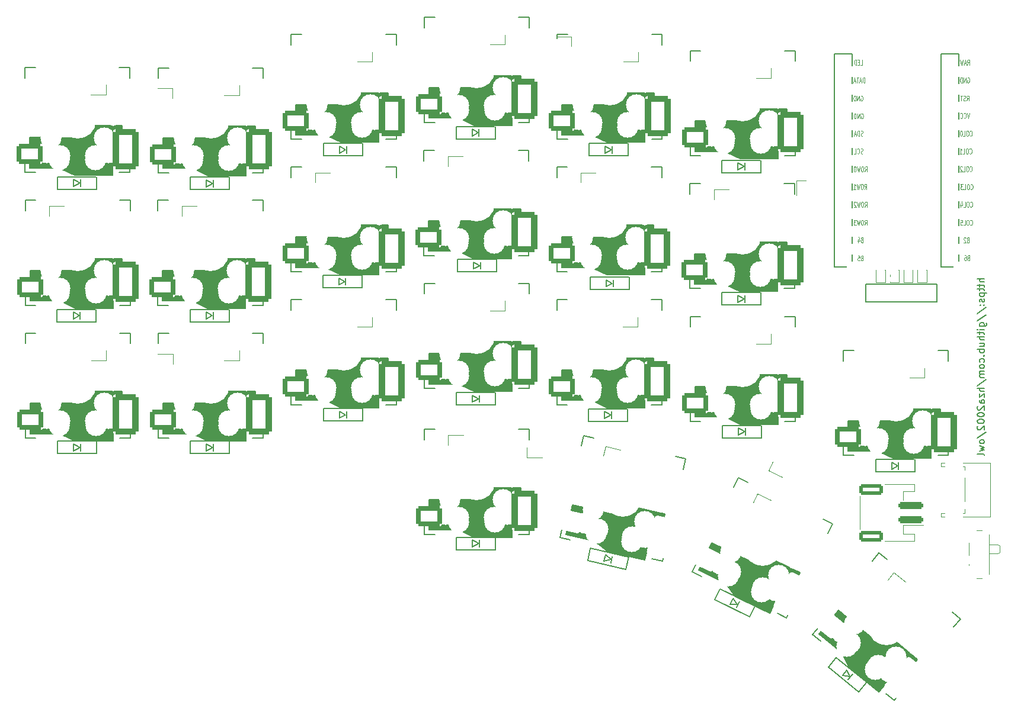
<source format=gbo>
G04 #@! TF.GenerationSoftware,KiCad,Pcbnew,7.0.8*
G04 #@! TF.CreationDate,2023-10-25T23:55:58+08:00*
G04 #@! TF.ProjectId,owl,6f776c2e-6b69-4636-9164-5f7063625858,rev?*
G04 #@! TF.SameCoordinates,Original*
G04 #@! TF.FileFunction,Legend,Bot*
G04 #@! TF.FilePolarity,Positive*
%FSLAX46Y46*%
G04 Gerber Fmt 4.6, Leading zero omitted, Abs format (unit mm)*
G04 Created by KiCad (PCBNEW 7.0.8) date 2023-10-25 23:55:58*
%MOMM*%
%LPD*%
G01*
G04 APERTURE LIST*
G04 Aperture macros list*
%AMRoundRect*
0 Rectangle with rounded corners*
0 $1 Rounding radius*
0 $2 $3 $4 $5 $6 $7 $8 $9 X,Y pos of 4 corners*
0 Add a 4 corners polygon primitive as box body*
4,1,4,$2,$3,$4,$5,$6,$7,$8,$9,$2,$3,0*
0 Add four circle primitives for the rounded corners*
1,1,$1+$1,$2,$3*
1,1,$1+$1,$4,$5*
1,1,$1+$1,$6,$7*
1,1,$1+$1,$8,$9*
0 Add four rect primitives between the rounded corners*
20,1,$1+$1,$2,$3,$4,$5,0*
20,1,$1+$1,$4,$5,$6,$7,0*
20,1,$1+$1,$6,$7,$8,$9,0*
20,1,$1+$1,$8,$9,$2,$3,0*%
%AMRotRect*
0 Rectangle, with rotation*
0 The origin of the aperture is its center*
0 $1 length*
0 $2 width*
0 $3 Rotation angle, in degrees counterclockwise*
0 Add horizontal line*
21,1,$1,$2,0,0,$3*%
G04 Aperture macros list end*
%ADD10C,0.150000*%
%ADD11C,0.125000*%
%ADD12C,0.120000*%
%ADD13C,0.140000*%
%ADD14C,0.100000*%
%ADD15C,1.524000*%
%ADD16R,1.397000X1.397000*%
%ADD17R,1.800000X1.500000*%
%ADD18C,1.397000*%
%ADD19R,0.800000X1.000000*%
%ADD20C,0.900000*%
%ADD21R,1.500000X0.700000*%
%ADD22C,4.200000*%
%ADD23C,1.700000*%
%ADD24C,3.000000*%
%ADD25C,5.250000*%
%ADD26RoundRect,0.432496X-1.398404X-2.445004X1.398404X-2.445004X1.398404X2.445004X-1.398404X2.445004X0*%
%ADD27RoundRect,0.344204X-1.514196X-1.115796X1.514196X-1.115796X1.514196X1.115796X-1.514196X1.115796X0*%
%ADD28RotRect,1.700000X1.000000X154.000000*%
%ADD29R,1.700000X1.000000*%
%ADD30RotRect,1.397000X1.397000X154.000000*%
%ADD31RotRect,1.800000X1.500000X154.000000*%
%ADD32R,1.000000X1.700000*%
%ADD33RotRect,1.700000X1.000000X334.000000*%
%ADD34RotRect,1.397000X1.397000X167.000000*%
%ADD35RotRect,1.800000X1.500000X167.000000*%
%ADD36C,2.100000*%
%ADD37C,1.750000*%
%ADD38RotRect,1.700000X1.000000X167.000000*%
%ADD39RoundRect,0.432496X-2.625455X-1.020081X-0.451927X-2.780169X2.625455X1.020081X0.451927X2.780169X0*%
%ADD40RoundRect,0.344204X-1.878944X0.085778X0.474558X-1.820051X1.878944X-0.085778X-0.474558X1.820051X0*%
%ADD41RotRect,1.700000X1.000000X141.000000*%
%ADD42RotRect,1.397000X1.397000X141.000000*%
%ADD43RotRect,1.800000X1.500000X141.000000*%
%ADD44RoundRect,0.432496X-2.328696X-1.584535X0.185058X-2.810575X2.328696X1.584535X-0.185058X2.810575X0*%
%ADD45RoundRect,0.344204X-1.850083X-0.339091X0.871818X-1.666651X1.850083X0.339091X-0.871818X1.666651X0*%
%ADD46RoundRect,0.250000X-1.500000X0.250000X-1.500000X-0.250000X1.500000X-0.250000X1.500000X0.250000X0*%
%ADD47RoundRect,0.250001X-1.449999X0.499999X-1.449999X-0.499999X1.449999X-0.499999X1.449999X0.499999X0*%
%ADD48RoundRect,0.432496X-1.912569X-2.067766X0.812557X-2.696911X1.912569X2.067766X-0.812557X2.696911X0*%
%ADD49RoundRect,0.344204X-1.726387X-0.746578X1.224388X-1.427818X1.726387X0.746578X-1.224388X1.427818X0*%
%ADD50R,1.143000X0.635000*%
G04 APERTURE END LIST*
D10*
X214054819Y-90502380D02*
X213054819Y-90502380D01*
X214054819Y-90930951D02*
X213531009Y-90930951D01*
X213531009Y-90930951D02*
X213435771Y-90883332D01*
X213435771Y-90883332D02*
X213388152Y-90788094D01*
X213388152Y-90788094D02*
X213388152Y-90645237D01*
X213388152Y-90645237D02*
X213435771Y-90549999D01*
X213435771Y-90549999D02*
X213483390Y-90502380D01*
X213388152Y-91264285D02*
X213388152Y-91645237D01*
X213054819Y-91407142D02*
X213911961Y-91407142D01*
X213911961Y-91407142D02*
X214007200Y-91454761D01*
X214007200Y-91454761D02*
X214054819Y-91549999D01*
X214054819Y-91549999D02*
X214054819Y-91645237D01*
X213388152Y-91835714D02*
X213388152Y-92216666D01*
X213054819Y-91978571D02*
X213911961Y-91978571D01*
X213911961Y-91978571D02*
X214007200Y-92026190D01*
X214007200Y-92026190D02*
X214054819Y-92121428D01*
X214054819Y-92121428D02*
X214054819Y-92216666D01*
X213388152Y-92550000D02*
X214388152Y-92550000D01*
X213435771Y-92550000D02*
X213388152Y-92645238D01*
X213388152Y-92645238D02*
X213388152Y-92835714D01*
X213388152Y-92835714D02*
X213435771Y-92930952D01*
X213435771Y-92930952D02*
X213483390Y-92978571D01*
X213483390Y-92978571D02*
X213578628Y-93026190D01*
X213578628Y-93026190D02*
X213864342Y-93026190D01*
X213864342Y-93026190D02*
X213959580Y-92978571D01*
X213959580Y-92978571D02*
X214007200Y-92930952D01*
X214007200Y-92930952D02*
X214054819Y-92835714D01*
X214054819Y-92835714D02*
X214054819Y-92645238D01*
X214054819Y-92645238D02*
X214007200Y-92550000D01*
X214007200Y-93407143D02*
X214054819Y-93502381D01*
X214054819Y-93502381D02*
X214054819Y-93692857D01*
X214054819Y-93692857D02*
X214007200Y-93788095D01*
X214007200Y-93788095D02*
X213911961Y-93835714D01*
X213911961Y-93835714D02*
X213864342Y-93835714D01*
X213864342Y-93835714D02*
X213769104Y-93788095D01*
X213769104Y-93788095D02*
X213721485Y-93692857D01*
X213721485Y-93692857D02*
X213721485Y-93550000D01*
X213721485Y-93550000D02*
X213673866Y-93454762D01*
X213673866Y-93454762D02*
X213578628Y-93407143D01*
X213578628Y-93407143D02*
X213531009Y-93407143D01*
X213531009Y-93407143D02*
X213435771Y-93454762D01*
X213435771Y-93454762D02*
X213388152Y-93550000D01*
X213388152Y-93550000D02*
X213388152Y-93692857D01*
X213388152Y-93692857D02*
X213435771Y-93788095D01*
X213959580Y-94264286D02*
X214007200Y-94311905D01*
X214007200Y-94311905D02*
X214054819Y-94264286D01*
X214054819Y-94264286D02*
X214007200Y-94216667D01*
X214007200Y-94216667D02*
X213959580Y-94264286D01*
X213959580Y-94264286D02*
X214054819Y-94264286D01*
X213435771Y-94264286D02*
X213483390Y-94311905D01*
X213483390Y-94311905D02*
X213531009Y-94264286D01*
X213531009Y-94264286D02*
X213483390Y-94216667D01*
X213483390Y-94216667D02*
X213435771Y-94264286D01*
X213435771Y-94264286D02*
X213531009Y-94264286D01*
X213007200Y-95454761D02*
X214292914Y-94597619D01*
X213007200Y-96502380D02*
X214292914Y-95645238D01*
X213388152Y-97264285D02*
X214197676Y-97264285D01*
X214197676Y-97264285D02*
X214292914Y-97216666D01*
X214292914Y-97216666D02*
X214340533Y-97169047D01*
X214340533Y-97169047D02*
X214388152Y-97073809D01*
X214388152Y-97073809D02*
X214388152Y-96930952D01*
X214388152Y-96930952D02*
X214340533Y-96835714D01*
X214007200Y-97264285D02*
X214054819Y-97169047D01*
X214054819Y-97169047D02*
X214054819Y-96978571D01*
X214054819Y-96978571D02*
X214007200Y-96883333D01*
X214007200Y-96883333D02*
X213959580Y-96835714D01*
X213959580Y-96835714D02*
X213864342Y-96788095D01*
X213864342Y-96788095D02*
X213578628Y-96788095D01*
X213578628Y-96788095D02*
X213483390Y-96835714D01*
X213483390Y-96835714D02*
X213435771Y-96883333D01*
X213435771Y-96883333D02*
X213388152Y-96978571D01*
X213388152Y-96978571D02*
X213388152Y-97169047D01*
X213388152Y-97169047D02*
X213435771Y-97264285D01*
X214054819Y-97740476D02*
X213388152Y-97740476D01*
X213054819Y-97740476D02*
X213102438Y-97692857D01*
X213102438Y-97692857D02*
X213150057Y-97740476D01*
X213150057Y-97740476D02*
X213102438Y-97788095D01*
X213102438Y-97788095D02*
X213054819Y-97740476D01*
X213054819Y-97740476D02*
X213150057Y-97740476D01*
X213388152Y-98073809D02*
X213388152Y-98454761D01*
X213054819Y-98216666D02*
X213911961Y-98216666D01*
X213911961Y-98216666D02*
X214007200Y-98264285D01*
X214007200Y-98264285D02*
X214054819Y-98359523D01*
X214054819Y-98359523D02*
X214054819Y-98454761D01*
X214054819Y-98788095D02*
X213054819Y-98788095D01*
X214054819Y-99216666D02*
X213531009Y-99216666D01*
X213531009Y-99216666D02*
X213435771Y-99169047D01*
X213435771Y-99169047D02*
X213388152Y-99073809D01*
X213388152Y-99073809D02*
X213388152Y-98930952D01*
X213388152Y-98930952D02*
X213435771Y-98835714D01*
X213435771Y-98835714D02*
X213483390Y-98788095D01*
X213388152Y-100121428D02*
X214054819Y-100121428D01*
X213388152Y-99692857D02*
X213911961Y-99692857D01*
X213911961Y-99692857D02*
X214007200Y-99740476D01*
X214007200Y-99740476D02*
X214054819Y-99835714D01*
X214054819Y-99835714D02*
X214054819Y-99978571D01*
X214054819Y-99978571D02*
X214007200Y-100073809D01*
X214007200Y-100073809D02*
X213959580Y-100121428D01*
X214054819Y-100597619D02*
X213054819Y-100597619D01*
X213435771Y-100597619D02*
X213388152Y-100692857D01*
X213388152Y-100692857D02*
X213388152Y-100883333D01*
X213388152Y-100883333D02*
X213435771Y-100978571D01*
X213435771Y-100978571D02*
X213483390Y-101026190D01*
X213483390Y-101026190D02*
X213578628Y-101073809D01*
X213578628Y-101073809D02*
X213864342Y-101073809D01*
X213864342Y-101073809D02*
X213959580Y-101026190D01*
X213959580Y-101026190D02*
X214007200Y-100978571D01*
X214007200Y-100978571D02*
X214054819Y-100883333D01*
X214054819Y-100883333D02*
X214054819Y-100692857D01*
X214054819Y-100692857D02*
X214007200Y-100597619D01*
X213959580Y-101502381D02*
X214007200Y-101550000D01*
X214007200Y-101550000D02*
X214054819Y-101502381D01*
X214054819Y-101502381D02*
X214007200Y-101454762D01*
X214007200Y-101454762D02*
X213959580Y-101502381D01*
X213959580Y-101502381D02*
X214054819Y-101502381D01*
X214007200Y-102407142D02*
X214054819Y-102311904D01*
X214054819Y-102311904D02*
X214054819Y-102121428D01*
X214054819Y-102121428D02*
X214007200Y-102026190D01*
X214007200Y-102026190D02*
X213959580Y-101978571D01*
X213959580Y-101978571D02*
X213864342Y-101930952D01*
X213864342Y-101930952D02*
X213578628Y-101930952D01*
X213578628Y-101930952D02*
X213483390Y-101978571D01*
X213483390Y-101978571D02*
X213435771Y-102026190D01*
X213435771Y-102026190D02*
X213388152Y-102121428D01*
X213388152Y-102121428D02*
X213388152Y-102311904D01*
X213388152Y-102311904D02*
X213435771Y-102407142D01*
X214054819Y-102978571D02*
X214007200Y-102883333D01*
X214007200Y-102883333D02*
X213959580Y-102835714D01*
X213959580Y-102835714D02*
X213864342Y-102788095D01*
X213864342Y-102788095D02*
X213578628Y-102788095D01*
X213578628Y-102788095D02*
X213483390Y-102835714D01*
X213483390Y-102835714D02*
X213435771Y-102883333D01*
X213435771Y-102883333D02*
X213388152Y-102978571D01*
X213388152Y-102978571D02*
X213388152Y-103121428D01*
X213388152Y-103121428D02*
X213435771Y-103216666D01*
X213435771Y-103216666D02*
X213483390Y-103264285D01*
X213483390Y-103264285D02*
X213578628Y-103311904D01*
X213578628Y-103311904D02*
X213864342Y-103311904D01*
X213864342Y-103311904D02*
X213959580Y-103264285D01*
X213959580Y-103264285D02*
X214007200Y-103216666D01*
X214007200Y-103216666D02*
X214054819Y-103121428D01*
X214054819Y-103121428D02*
X214054819Y-102978571D01*
X214054819Y-103740476D02*
X213388152Y-103740476D01*
X213483390Y-103740476D02*
X213435771Y-103788095D01*
X213435771Y-103788095D02*
X213388152Y-103883333D01*
X213388152Y-103883333D02*
X213388152Y-104026190D01*
X213388152Y-104026190D02*
X213435771Y-104121428D01*
X213435771Y-104121428D02*
X213531009Y-104169047D01*
X213531009Y-104169047D02*
X214054819Y-104169047D01*
X213531009Y-104169047D02*
X213435771Y-104216666D01*
X213435771Y-104216666D02*
X213388152Y-104311904D01*
X213388152Y-104311904D02*
X213388152Y-104454761D01*
X213388152Y-104454761D02*
X213435771Y-104550000D01*
X213435771Y-104550000D02*
X213531009Y-104597619D01*
X213531009Y-104597619D02*
X214054819Y-104597619D01*
X213007200Y-105788094D02*
X214292914Y-104930952D01*
X214054819Y-106121428D02*
X213054819Y-106121428D01*
X214054819Y-106549999D02*
X213531009Y-106549999D01*
X213531009Y-106549999D02*
X213435771Y-106502380D01*
X213435771Y-106502380D02*
X213388152Y-106407142D01*
X213388152Y-106407142D02*
X213388152Y-106264285D01*
X213388152Y-106264285D02*
X213435771Y-106169047D01*
X213435771Y-106169047D02*
X213483390Y-106121428D01*
X213388152Y-106930952D02*
X213388152Y-107454761D01*
X213388152Y-107454761D02*
X214054819Y-106930952D01*
X214054819Y-106930952D02*
X214054819Y-107454761D01*
X214054819Y-108264285D02*
X213531009Y-108264285D01*
X213531009Y-108264285D02*
X213435771Y-108216666D01*
X213435771Y-108216666D02*
X213388152Y-108121428D01*
X213388152Y-108121428D02*
X213388152Y-107930952D01*
X213388152Y-107930952D02*
X213435771Y-107835714D01*
X214007200Y-108264285D02*
X214054819Y-108169047D01*
X214054819Y-108169047D02*
X214054819Y-107930952D01*
X214054819Y-107930952D02*
X214007200Y-107835714D01*
X214007200Y-107835714D02*
X213911961Y-107788095D01*
X213911961Y-107788095D02*
X213816723Y-107788095D01*
X213816723Y-107788095D02*
X213721485Y-107835714D01*
X213721485Y-107835714D02*
X213673866Y-107930952D01*
X213673866Y-107930952D02*
X213673866Y-108169047D01*
X213673866Y-108169047D02*
X213626247Y-108264285D01*
X213150057Y-108692857D02*
X213102438Y-108740476D01*
X213102438Y-108740476D02*
X213054819Y-108835714D01*
X213054819Y-108835714D02*
X213054819Y-109073809D01*
X213054819Y-109073809D02*
X213102438Y-109169047D01*
X213102438Y-109169047D02*
X213150057Y-109216666D01*
X213150057Y-109216666D02*
X213245295Y-109264285D01*
X213245295Y-109264285D02*
X213340533Y-109264285D01*
X213340533Y-109264285D02*
X213483390Y-109216666D01*
X213483390Y-109216666D02*
X214054819Y-108645238D01*
X214054819Y-108645238D02*
X214054819Y-109264285D01*
X213054819Y-109883333D02*
X213054819Y-109978571D01*
X213054819Y-109978571D02*
X213102438Y-110073809D01*
X213102438Y-110073809D02*
X213150057Y-110121428D01*
X213150057Y-110121428D02*
X213245295Y-110169047D01*
X213245295Y-110169047D02*
X213435771Y-110216666D01*
X213435771Y-110216666D02*
X213673866Y-110216666D01*
X213673866Y-110216666D02*
X213864342Y-110169047D01*
X213864342Y-110169047D02*
X213959580Y-110121428D01*
X213959580Y-110121428D02*
X214007200Y-110073809D01*
X214007200Y-110073809D02*
X214054819Y-109978571D01*
X214054819Y-109978571D02*
X214054819Y-109883333D01*
X214054819Y-109883333D02*
X214007200Y-109788095D01*
X214007200Y-109788095D02*
X213959580Y-109740476D01*
X213959580Y-109740476D02*
X213864342Y-109692857D01*
X213864342Y-109692857D02*
X213673866Y-109645238D01*
X213673866Y-109645238D02*
X213435771Y-109645238D01*
X213435771Y-109645238D02*
X213245295Y-109692857D01*
X213245295Y-109692857D02*
X213150057Y-109740476D01*
X213150057Y-109740476D02*
X213102438Y-109788095D01*
X213102438Y-109788095D02*
X213054819Y-109883333D01*
X213054819Y-110835714D02*
X213054819Y-110930952D01*
X213054819Y-110930952D02*
X213102438Y-111026190D01*
X213102438Y-111026190D02*
X213150057Y-111073809D01*
X213150057Y-111073809D02*
X213245295Y-111121428D01*
X213245295Y-111121428D02*
X213435771Y-111169047D01*
X213435771Y-111169047D02*
X213673866Y-111169047D01*
X213673866Y-111169047D02*
X213864342Y-111121428D01*
X213864342Y-111121428D02*
X213959580Y-111073809D01*
X213959580Y-111073809D02*
X214007200Y-111026190D01*
X214007200Y-111026190D02*
X214054819Y-110930952D01*
X214054819Y-110930952D02*
X214054819Y-110835714D01*
X214054819Y-110835714D02*
X214007200Y-110740476D01*
X214007200Y-110740476D02*
X213959580Y-110692857D01*
X213959580Y-110692857D02*
X213864342Y-110645238D01*
X213864342Y-110645238D02*
X213673866Y-110597619D01*
X213673866Y-110597619D02*
X213435771Y-110597619D01*
X213435771Y-110597619D02*
X213245295Y-110645238D01*
X213245295Y-110645238D02*
X213150057Y-110692857D01*
X213150057Y-110692857D02*
X213102438Y-110740476D01*
X213102438Y-110740476D02*
X213054819Y-110835714D01*
X213150057Y-111550000D02*
X213102438Y-111597619D01*
X213102438Y-111597619D02*
X213054819Y-111692857D01*
X213054819Y-111692857D02*
X213054819Y-111930952D01*
X213054819Y-111930952D02*
X213102438Y-112026190D01*
X213102438Y-112026190D02*
X213150057Y-112073809D01*
X213150057Y-112073809D02*
X213245295Y-112121428D01*
X213245295Y-112121428D02*
X213340533Y-112121428D01*
X213340533Y-112121428D02*
X213483390Y-112073809D01*
X213483390Y-112073809D02*
X214054819Y-111502381D01*
X214054819Y-111502381D02*
X214054819Y-112121428D01*
X213007200Y-113264285D02*
X214292914Y-112407143D01*
X214054819Y-113740476D02*
X214007200Y-113645238D01*
X214007200Y-113645238D02*
X213959580Y-113597619D01*
X213959580Y-113597619D02*
X213864342Y-113550000D01*
X213864342Y-113550000D02*
X213578628Y-113550000D01*
X213578628Y-113550000D02*
X213483390Y-113597619D01*
X213483390Y-113597619D02*
X213435771Y-113645238D01*
X213435771Y-113645238D02*
X213388152Y-113740476D01*
X213388152Y-113740476D02*
X213388152Y-113883333D01*
X213388152Y-113883333D02*
X213435771Y-113978571D01*
X213435771Y-113978571D02*
X213483390Y-114026190D01*
X213483390Y-114026190D02*
X213578628Y-114073809D01*
X213578628Y-114073809D02*
X213864342Y-114073809D01*
X213864342Y-114073809D02*
X213959580Y-114026190D01*
X213959580Y-114026190D02*
X214007200Y-113978571D01*
X214007200Y-113978571D02*
X214054819Y-113883333D01*
X214054819Y-113883333D02*
X214054819Y-113740476D01*
X213388152Y-114407143D02*
X214054819Y-114597619D01*
X214054819Y-114597619D02*
X213578628Y-114788095D01*
X213578628Y-114788095D02*
X214054819Y-114978571D01*
X214054819Y-114978571D02*
X213388152Y-115169047D01*
X214054819Y-115692857D02*
X214007200Y-115597619D01*
X214007200Y-115597619D02*
X213911961Y-115550000D01*
X213911961Y-115550000D02*
X213054819Y-115550000D01*
D11*
X211956271Y-72532035D02*
X211980080Y-72567750D01*
X211980080Y-72567750D02*
X212051509Y-72603464D01*
X212051509Y-72603464D02*
X212099128Y-72603464D01*
X212099128Y-72603464D02*
X212170556Y-72567750D01*
X212170556Y-72567750D02*
X212218175Y-72496321D01*
X212218175Y-72496321D02*
X212241985Y-72424892D01*
X212241985Y-72424892D02*
X212265794Y-72282035D01*
X212265794Y-72282035D02*
X212265794Y-72174892D01*
X212265794Y-72174892D02*
X212241985Y-72032035D01*
X212241985Y-72032035D02*
X212218175Y-71960607D01*
X212218175Y-71960607D02*
X212170556Y-71889178D01*
X212170556Y-71889178D02*
X212099128Y-71853464D01*
X212099128Y-71853464D02*
X212051509Y-71853464D01*
X212051509Y-71853464D02*
X211980080Y-71889178D01*
X211980080Y-71889178D02*
X211956271Y-71924892D01*
X211646747Y-71853464D02*
X211551509Y-71853464D01*
X211551509Y-71853464D02*
X211503890Y-71889178D01*
X211503890Y-71889178D02*
X211456271Y-71960607D01*
X211456271Y-71960607D02*
X211432461Y-72103464D01*
X211432461Y-72103464D02*
X211432461Y-72353464D01*
X211432461Y-72353464D02*
X211456271Y-72496321D01*
X211456271Y-72496321D02*
X211503890Y-72567750D01*
X211503890Y-72567750D02*
X211551509Y-72603464D01*
X211551509Y-72603464D02*
X211646747Y-72603464D01*
X211646747Y-72603464D02*
X211694366Y-72567750D01*
X211694366Y-72567750D02*
X211741985Y-72496321D01*
X211741985Y-72496321D02*
X211765794Y-72353464D01*
X211765794Y-72353464D02*
X211765794Y-72103464D01*
X211765794Y-72103464D02*
X211741985Y-71960607D01*
X211741985Y-71960607D02*
X211694366Y-71889178D01*
X211694366Y-71889178D02*
X211646747Y-71853464D01*
X210980080Y-72603464D02*
X211218175Y-72603464D01*
X211218175Y-72603464D02*
X211218175Y-71853464D01*
X210551508Y-72603464D02*
X210837222Y-72603464D01*
X210694365Y-72603464D02*
X210694365Y-71853464D01*
X210694365Y-71853464D02*
X210741984Y-71960607D01*
X210741984Y-71960607D02*
X210789603Y-72032035D01*
X210789603Y-72032035D02*
X210837222Y-72067750D01*
X211547961Y-65046964D02*
X211714627Y-64689821D01*
X211833675Y-65046964D02*
X211833675Y-64296964D01*
X211833675Y-64296964D02*
X211643199Y-64296964D01*
X211643199Y-64296964D02*
X211595580Y-64332678D01*
X211595580Y-64332678D02*
X211571770Y-64368392D01*
X211571770Y-64368392D02*
X211547961Y-64439821D01*
X211547961Y-64439821D02*
X211547961Y-64546964D01*
X211547961Y-64546964D02*
X211571770Y-64618392D01*
X211571770Y-64618392D02*
X211595580Y-64654107D01*
X211595580Y-64654107D02*
X211643199Y-64689821D01*
X211643199Y-64689821D02*
X211833675Y-64689821D01*
X211357484Y-65011250D02*
X211286056Y-65046964D01*
X211286056Y-65046964D02*
X211167008Y-65046964D01*
X211167008Y-65046964D02*
X211119389Y-65011250D01*
X211119389Y-65011250D02*
X211095580Y-64975535D01*
X211095580Y-64975535D02*
X211071770Y-64904107D01*
X211071770Y-64904107D02*
X211071770Y-64832678D01*
X211071770Y-64832678D02*
X211095580Y-64761250D01*
X211095580Y-64761250D02*
X211119389Y-64725535D01*
X211119389Y-64725535D02*
X211167008Y-64689821D01*
X211167008Y-64689821D02*
X211262246Y-64654107D01*
X211262246Y-64654107D02*
X211309865Y-64618392D01*
X211309865Y-64618392D02*
X211333675Y-64582678D01*
X211333675Y-64582678D02*
X211357484Y-64511250D01*
X211357484Y-64511250D02*
X211357484Y-64439821D01*
X211357484Y-64439821D02*
X211333675Y-64368392D01*
X211333675Y-64368392D02*
X211309865Y-64332678D01*
X211309865Y-64332678D02*
X211262246Y-64296964D01*
X211262246Y-64296964D02*
X211143199Y-64296964D01*
X211143199Y-64296964D02*
X211071770Y-64332678D01*
X210928913Y-64296964D02*
X210643199Y-64296964D01*
X210786056Y-65046964D02*
X210786056Y-64296964D01*
X196989604Y-75181464D02*
X197156270Y-74824321D01*
X197275318Y-75181464D02*
X197275318Y-74431464D01*
X197275318Y-74431464D02*
X197084842Y-74431464D01*
X197084842Y-74431464D02*
X197037223Y-74467178D01*
X197037223Y-74467178D02*
X197013413Y-74502892D01*
X197013413Y-74502892D02*
X196989604Y-74574321D01*
X196989604Y-74574321D02*
X196989604Y-74681464D01*
X196989604Y-74681464D02*
X197013413Y-74752892D01*
X197013413Y-74752892D02*
X197037223Y-74788607D01*
X197037223Y-74788607D02*
X197084842Y-74824321D01*
X197084842Y-74824321D02*
X197275318Y-74824321D01*
X196680080Y-74431464D02*
X196584842Y-74431464D01*
X196584842Y-74431464D02*
X196537223Y-74467178D01*
X196537223Y-74467178D02*
X196489604Y-74538607D01*
X196489604Y-74538607D02*
X196465794Y-74681464D01*
X196465794Y-74681464D02*
X196465794Y-74931464D01*
X196465794Y-74931464D02*
X196489604Y-75074321D01*
X196489604Y-75074321D02*
X196537223Y-75145750D01*
X196537223Y-75145750D02*
X196584842Y-75181464D01*
X196584842Y-75181464D02*
X196680080Y-75181464D01*
X196680080Y-75181464D02*
X196727699Y-75145750D01*
X196727699Y-75145750D02*
X196775318Y-75074321D01*
X196775318Y-75074321D02*
X196799127Y-74931464D01*
X196799127Y-74931464D02*
X196799127Y-74681464D01*
X196799127Y-74681464D02*
X196775318Y-74538607D01*
X196775318Y-74538607D02*
X196727699Y-74467178D01*
X196727699Y-74467178D02*
X196680080Y-74431464D01*
X196299127Y-74431464D02*
X196180079Y-75181464D01*
X196180079Y-75181464D02*
X196084841Y-74645750D01*
X196084841Y-74645750D02*
X195989603Y-75181464D01*
X195989603Y-75181464D02*
X195870556Y-74431464D01*
X195584841Y-74431464D02*
X195537222Y-74431464D01*
X195537222Y-74431464D02*
X195489603Y-74467178D01*
X195489603Y-74467178D02*
X195465793Y-74502892D01*
X195465793Y-74502892D02*
X195441984Y-74574321D01*
X195441984Y-74574321D02*
X195418174Y-74717178D01*
X195418174Y-74717178D02*
X195418174Y-74895750D01*
X195418174Y-74895750D02*
X195441984Y-75038607D01*
X195441984Y-75038607D02*
X195465793Y-75110035D01*
X195465793Y-75110035D02*
X195489603Y-75145750D01*
X195489603Y-75145750D02*
X195537222Y-75181464D01*
X195537222Y-75181464D02*
X195584841Y-75181464D01*
X195584841Y-75181464D02*
X195632460Y-75145750D01*
X195632460Y-75145750D02*
X195656269Y-75110035D01*
X195656269Y-75110035D02*
X195680079Y-75038607D01*
X195680079Y-75038607D02*
X195703888Y-74895750D01*
X195703888Y-74895750D02*
X195703888Y-74717178D01*
X195703888Y-74717178D02*
X195680079Y-74574321D01*
X195680079Y-74574321D02*
X195656269Y-74502892D01*
X195656269Y-74502892D02*
X195632460Y-74467178D01*
X195632460Y-74467178D02*
X195584841Y-74431464D01*
X196561032Y-87514107D02*
X196489604Y-87549821D01*
X196489604Y-87549821D02*
X196465794Y-87585535D01*
X196465794Y-87585535D02*
X196441985Y-87656964D01*
X196441985Y-87656964D02*
X196441985Y-87764107D01*
X196441985Y-87764107D02*
X196465794Y-87835535D01*
X196465794Y-87835535D02*
X196489604Y-87871250D01*
X196489604Y-87871250D02*
X196537223Y-87906964D01*
X196537223Y-87906964D02*
X196727699Y-87906964D01*
X196727699Y-87906964D02*
X196727699Y-87156964D01*
X196727699Y-87156964D02*
X196561032Y-87156964D01*
X196561032Y-87156964D02*
X196513413Y-87192678D01*
X196513413Y-87192678D02*
X196489604Y-87228392D01*
X196489604Y-87228392D02*
X196465794Y-87299821D01*
X196465794Y-87299821D02*
X196465794Y-87371250D01*
X196465794Y-87371250D02*
X196489604Y-87442678D01*
X196489604Y-87442678D02*
X196513413Y-87478392D01*
X196513413Y-87478392D02*
X196561032Y-87514107D01*
X196561032Y-87514107D02*
X196727699Y-87514107D01*
X195989604Y-87156964D02*
X196227699Y-87156964D01*
X196227699Y-87156964D02*
X196251508Y-87514107D01*
X196251508Y-87514107D02*
X196227699Y-87478392D01*
X196227699Y-87478392D02*
X196180080Y-87442678D01*
X196180080Y-87442678D02*
X196061032Y-87442678D01*
X196061032Y-87442678D02*
X196013413Y-87478392D01*
X196013413Y-87478392D02*
X195989604Y-87514107D01*
X195989604Y-87514107D02*
X195965794Y-87585535D01*
X195965794Y-87585535D02*
X195965794Y-87764107D01*
X195965794Y-87764107D02*
X195989604Y-87835535D01*
X195989604Y-87835535D02*
X196013413Y-87871250D01*
X196013413Y-87871250D02*
X196061032Y-87906964D01*
X196061032Y-87906964D02*
X196180080Y-87906964D01*
X196180080Y-87906964D02*
X196227699Y-87871250D01*
X196227699Y-87871250D02*
X196251508Y-87835535D01*
X196989604Y-80231464D02*
X197156270Y-79874321D01*
X197275318Y-80231464D02*
X197275318Y-79481464D01*
X197275318Y-79481464D02*
X197084842Y-79481464D01*
X197084842Y-79481464D02*
X197037223Y-79517178D01*
X197037223Y-79517178D02*
X197013413Y-79552892D01*
X197013413Y-79552892D02*
X196989604Y-79624321D01*
X196989604Y-79624321D02*
X196989604Y-79731464D01*
X196989604Y-79731464D02*
X197013413Y-79802892D01*
X197013413Y-79802892D02*
X197037223Y-79838607D01*
X197037223Y-79838607D02*
X197084842Y-79874321D01*
X197084842Y-79874321D02*
X197275318Y-79874321D01*
X196680080Y-79481464D02*
X196584842Y-79481464D01*
X196584842Y-79481464D02*
X196537223Y-79517178D01*
X196537223Y-79517178D02*
X196489604Y-79588607D01*
X196489604Y-79588607D02*
X196465794Y-79731464D01*
X196465794Y-79731464D02*
X196465794Y-79981464D01*
X196465794Y-79981464D02*
X196489604Y-80124321D01*
X196489604Y-80124321D02*
X196537223Y-80195750D01*
X196537223Y-80195750D02*
X196584842Y-80231464D01*
X196584842Y-80231464D02*
X196680080Y-80231464D01*
X196680080Y-80231464D02*
X196727699Y-80195750D01*
X196727699Y-80195750D02*
X196775318Y-80124321D01*
X196775318Y-80124321D02*
X196799127Y-79981464D01*
X196799127Y-79981464D02*
X196799127Y-79731464D01*
X196799127Y-79731464D02*
X196775318Y-79588607D01*
X196775318Y-79588607D02*
X196727699Y-79517178D01*
X196727699Y-79517178D02*
X196680080Y-79481464D01*
X196299127Y-79481464D02*
X196180079Y-80231464D01*
X196180079Y-80231464D02*
X196084841Y-79695750D01*
X196084841Y-79695750D02*
X195989603Y-80231464D01*
X195989603Y-80231464D02*
X195870556Y-79481464D01*
X195703888Y-79552892D02*
X195680079Y-79517178D01*
X195680079Y-79517178D02*
X195632460Y-79481464D01*
X195632460Y-79481464D02*
X195513412Y-79481464D01*
X195513412Y-79481464D02*
X195465793Y-79517178D01*
X195465793Y-79517178D02*
X195441984Y-79552892D01*
X195441984Y-79552892D02*
X195418174Y-79624321D01*
X195418174Y-79624321D02*
X195418174Y-79695750D01*
X195418174Y-79695750D02*
X195441984Y-79802892D01*
X195441984Y-79802892D02*
X195727698Y-80231464D01*
X195727698Y-80231464D02*
X195418174Y-80231464D01*
X196958651Y-62431464D02*
X196958651Y-61681464D01*
X196958651Y-61681464D02*
X196839603Y-61681464D01*
X196839603Y-61681464D02*
X196768175Y-61717178D01*
X196768175Y-61717178D02*
X196720556Y-61788607D01*
X196720556Y-61788607D02*
X196696746Y-61860035D01*
X196696746Y-61860035D02*
X196672937Y-62002892D01*
X196672937Y-62002892D02*
X196672937Y-62110035D01*
X196672937Y-62110035D02*
X196696746Y-62252892D01*
X196696746Y-62252892D02*
X196720556Y-62324321D01*
X196720556Y-62324321D02*
X196768175Y-62395750D01*
X196768175Y-62395750D02*
X196839603Y-62431464D01*
X196839603Y-62431464D02*
X196958651Y-62431464D01*
X196482460Y-62217178D02*
X196244365Y-62217178D01*
X196530079Y-62431464D02*
X196363413Y-61681464D01*
X196363413Y-61681464D02*
X196196746Y-62431464D01*
X196101508Y-61681464D02*
X195815794Y-61681464D01*
X195958651Y-62431464D02*
X195958651Y-61681464D01*
X195672937Y-62217178D02*
X195434842Y-62217178D01*
X195720556Y-62431464D02*
X195553890Y-61681464D01*
X195553890Y-61681464D02*
X195387223Y-62431464D01*
X196989604Y-82826964D02*
X197156270Y-82469821D01*
X197275318Y-82826964D02*
X197275318Y-82076964D01*
X197275318Y-82076964D02*
X197084842Y-82076964D01*
X197084842Y-82076964D02*
X197037223Y-82112678D01*
X197037223Y-82112678D02*
X197013413Y-82148392D01*
X197013413Y-82148392D02*
X196989604Y-82219821D01*
X196989604Y-82219821D02*
X196989604Y-82326964D01*
X196989604Y-82326964D02*
X197013413Y-82398392D01*
X197013413Y-82398392D02*
X197037223Y-82434107D01*
X197037223Y-82434107D02*
X197084842Y-82469821D01*
X197084842Y-82469821D02*
X197275318Y-82469821D01*
X196680080Y-82076964D02*
X196584842Y-82076964D01*
X196584842Y-82076964D02*
X196537223Y-82112678D01*
X196537223Y-82112678D02*
X196489604Y-82184107D01*
X196489604Y-82184107D02*
X196465794Y-82326964D01*
X196465794Y-82326964D02*
X196465794Y-82576964D01*
X196465794Y-82576964D02*
X196489604Y-82719821D01*
X196489604Y-82719821D02*
X196537223Y-82791250D01*
X196537223Y-82791250D02*
X196584842Y-82826964D01*
X196584842Y-82826964D02*
X196680080Y-82826964D01*
X196680080Y-82826964D02*
X196727699Y-82791250D01*
X196727699Y-82791250D02*
X196775318Y-82719821D01*
X196775318Y-82719821D02*
X196799127Y-82576964D01*
X196799127Y-82576964D02*
X196799127Y-82326964D01*
X196799127Y-82326964D02*
X196775318Y-82184107D01*
X196775318Y-82184107D02*
X196727699Y-82112678D01*
X196727699Y-82112678D02*
X196680080Y-82076964D01*
X196299127Y-82076964D02*
X196180079Y-82826964D01*
X196180079Y-82826964D02*
X196084841Y-82291250D01*
X196084841Y-82291250D02*
X195989603Y-82826964D01*
X195989603Y-82826964D02*
X195870556Y-82076964D01*
X195727698Y-82076964D02*
X195418174Y-82076964D01*
X195418174Y-82076964D02*
X195584841Y-82362678D01*
X195584841Y-82362678D02*
X195513412Y-82362678D01*
X195513412Y-82362678D02*
X195465793Y-82398392D01*
X195465793Y-82398392D02*
X195441984Y-82434107D01*
X195441984Y-82434107D02*
X195418174Y-82505535D01*
X195418174Y-82505535D02*
X195418174Y-82684107D01*
X195418174Y-82684107D02*
X195441984Y-82755535D01*
X195441984Y-82755535D02*
X195465793Y-82791250D01*
X195465793Y-82791250D02*
X195513412Y-82826964D01*
X195513412Y-82826964D02*
X195656269Y-82826964D01*
X195656269Y-82826964D02*
X195703888Y-82791250D01*
X195703888Y-82791250D02*
X195727698Y-82755535D01*
X212056271Y-82755535D02*
X212080080Y-82791250D01*
X212080080Y-82791250D02*
X212151509Y-82826964D01*
X212151509Y-82826964D02*
X212199128Y-82826964D01*
X212199128Y-82826964D02*
X212270556Y-82791250D01*
X212270556Y-82791250D02*
X212318175Y-82719821D01*
X212318175Y-82719821D02*
X212341985Y-82648392D01*
X212341985Y-82648392D02*
X212365794Y-82505535D01*
X212365794Y-82505535D02*
X212365794Y-82398392D01*
X212365794Y-82398392D02*
X212341985Y-82255535D01*
X212341985Y-82255535D02*
X212318175Y-82184107D01*
X212318175Y-82184107D02*
X212270556Y-82112678D01*
X212270556Y-82112678D02*
X212199128Y-82076964D01*
X212199128Y-82076964D02*
X212151509Y-82076964D01*
X212151509Y-82076964D02*
X212080080Y-82112678D01*
X212080080Y-82112678D02*
X212056271Y-82148392D01*
X211746747Y-82076964D02*
X211651509Y-82076964D01*
X211651509Y-82076964D02*
X211603890Y-82112678D01*
X211603890Y-82112678D02*
X211556271Y-82184107D01*
X211556271Y-82184107D02*
X211532461Y-82326964D01*
X211532461Y-82326964D02*
X211532461Y-82576964D01*
X211532461Y-82576964D02*
X211556271Y-82719821D01*
X211556271Y-82719821D02*
X211603890Y-82791250D01*
X211603890Y-82791250D02*
X211651509Y-82826964D01*
X211651509Y-82826964D02*
X211746747Y-82826964D01*
X211746747Y-82826964D02*
X211794366Y-82791250D01*
X211794366Y-82791250D02*
X211841985Y-82719821D01*
X211841985Y-82719821D02*
X211865794Y-82576964D01*
X211865794Y-82576964D02*
X211865794Y-82326964D01*
X211865794Y-82326964D02*
X211841985Y-82184107D01*
X211841985Y-82184107D02*
X211794366Y-82112678D01*
X211794366Y-82112678D02*
X211746747Y-82076964D01*
X211080080Y-82826964D02*
X211318175Y-82826964D01*
X211318175Y-82826964D02*
X211318175Y-82076964D01*
X210675318Y-82076964D02*
X210913413Y-82076964D01*
X210913413Y-82076964D02*
X210937222Y-82434107D01*
X210937222Y-82434107D02*
X210913413Y-82398392D01*
X210913413Y-82398392D02*
X210865794Y-82362678D01*
X210865794Y-82362678D02*
X210746746Y-82362678D01*
X210746746Y-82362678D02*
X210699127Y-82398392D01*
X210699127Y-82398392D02*
X210675318Y-82434107D01*
X210675318Y-82434107D02*
X210651508Y-82505535D01*
X210651508Y-82505535D02*
X210651508Y-82684107D01*
X210651508Y-82684107D02*
X210675318Y-82755535D01*
X210675318Y-82755535D02*
X210699127Y-82791250D01*
X210699127Y-82791250D02*
X210746746Y-82826964D01*
X210746746Y-82826964D02*
X210865794Y-82826964D01*
X210865794Y-82826964D02*
X210913413Y-82791250D01*
X210913413Y-82791250D02*
X210937222Y-82755535D01*
X212006271Y-70010035D02*
X212030080Y-70045750D01*
X212030080Y-70045750D02*
X212101509Y-70081464D01*
X212101509Y-70081464D02*
X212149128Y-70081464D01*
X212149128Y-70081464D02*
X212220556Y-70045750D01*
X212220556Y-70045750D02*
X212268175Y-69974321D01*
X212268175Y-69974321D02*
X212291985Y-69902892D01*
X212291985Y-69902892D02*
X212315794Y-69760035D01*
X212315794Y-69760035D02*
X212315794Y-69652892D01*
X212315794Y-69652892D02*
X212291985Y-69510035D01*
X212291985Y-69510035D02*
X212268175Y-69438607D01*
X212268175Y-69438607D02*
X212220556Y-69367178D01*
X212220556Y-69367178D02*
X212149128Y-69331464D01*
X212149128Y-69331464D02*
X212101509Y-69331464D01*
X212101509Y-69331464D02*
X212030080Y-69367178D01*
X212030080Y-69367178D02*
X212006271Y-69402892D01*
X211696747Y-69331464D02*
X211601509Y-69331464D01*
X211601509Y-69331464D02*
X211553890Y-69367178D01*
X211553890Y-69367178D02*
X211506271Y-69438607D01*
X211506271Y-69438607D02*
X211482461Y-69581464D01*
X211482461Y-69581464D02*
X211482461Y-69831464D01*
X211482461Y-69831464D02*
X211506271Y-69974321D01*
X211506271Y-69974321D02*
X211553890Y-70045750D01*
X211553890Y-70045750D02*
X211601509Y-70081464D01*
X211601509Y-70081464D02*
X211696747Y-70081464D01*
X211696747Y-70081464D02*
X211744366Y-70045750D01*
X211744366Y-70045750D02*
X211791985Y-69974321D01*
X211791985Y-69974321D02*
X211815794Y-69831464D01*
X211815794Y-69831464D02*
X211815794Y-69581464D01*
X211815794Y-69581464D02*
X211791985Y-69438607D01*
X211791985Y-69438607D02*
X211744366Y-69367178D01*
X211744366Y-69367178D02*
X211696747Y-69331464D01*
X211030080Y-70081464D02*
X211268175Y-70081464D01*
X211268175Y-70081464D02*
X211268175Y-69331464D01*
X210768175Y-69331464D02*
X210720556Y-69331464D01*
X210720556Y-69331464D02*
X210672937Y-69367178D01*
X210672937Y-69367178D02*
X210649127Y-69402892D01*
X210649127Y-69402892D02*
X210625318Y-69474321D01*
X210625318Y-69474321D02*
X210601508Y-69617178D01*
X210601508Y-69617178D02*
X210601508Y-69795750D01*
X210601508Y-69795750D02*
X210625318Y-69938607D01*
X210625318Y-69938607D02*
X210649127Y-70010035D01*
X210649127Y-70010035D02*
X210672937Y-70045750D01*
X210672937Y-70045750D02*
X210720556Y-70081464D01*
X210720556Y-70081464D02*
X210768175Y-70081464D01*
X210768175Y-70081464D02*
X210815794Y-70045750D01*
X210815794Y-70045750D02*
X210839603Y-70010035D01*
X210839603Y-70010035D02*
X210863413Y-69938607D01*
X210863413Y-69938607D02*
X210887222Y-69795750D01*
X210887222Y-69795750D02*
X210887222Y-69617178D01*
X210887222Y-69617178D02*
X210863413Y-69474321D01*
X210863413Y-69474321D02*
X210839603Y-69402892D01*
X210839603Y-69402892D02*
X210815794Y-69367178D01*
X210815794Y-69367178D02*
X210768175Y-69331464D01*
X196692889Y-72567750D02*
X196621461Y-72603464D01*
X196621461Y-72603464D02*
X196502413Y-72603464D01*
X196502413Y-72603464D02*
X196454794Y-72567750D01*
X196454794Y-72567750D02*
X196430985Y-72532035D01*
X196430985Y-72532035D02*
X196407175Y-72460607D01*
X196407175Y-72460607D02*
X196407175Y-72389178D01*
X196407175Y-72389178D02*
X196430985Y-72317750D01*
X196430985Y-72317750D02*
X196454794Y-72282035D01*
X196454794Y-72282035D02*
X196502413Y-72246321D01*
X196502413Y-72246321D02*
X196597651Y-72210607D01*
X196597651Y-72210607D02*
X196645270Y-72174892D01*
X196645270Y-72174892D02*
X196669080Y-72139178D01*
X196669080Y-72139178D02*
X196692889Y-72067750D01*
X196692889Y-72067750D02*
X196692889Y-71996321D01*
X196692889Y-71996321D02*
X196669080Y-71924892D01*
X196669080Y-71924892D02*
X196645270Y-71889178D01*
X196645270Y-71889178D02*
X196597651Y-71853464D01*
X196597651Y-71853464D02*
X196478604Y-71853464D01*
X196478604Y-71853464D02*
X196407175Y-71889178D01*
X195907176Y-72532035D02*
X195930985Y-72567750D01*
X195930985Y-72567750D02*
X196002414Y-72603464D01*
X196002414Y-72603464D02*
X196050033Y-72603464D01*
X196050033Y-72603464D02*
X196121461Y-72567750D01*
X196121461Y-72567750D02*
X196169080Y-72496321D01*
X196169080Y-72496321D02*
X196192890Y-72424892D01*
X196192890Y-72424892D02*
X196216699Y-72282035D01*
X196216699Y-72282035D02*
X196216699Y-72174892D01*
X196216699Y-72174892D02*
X196192890Y-72032035D01*
X196192890Y-72032035D02*
X196169080Y-71960607D01*
X196169080Y-71960607D02*
X196121461Y-71889178D01*
X196121461Y-71889178D02*
X196050033Y-71853464D01*
X196050033Y-71853464D02*
X196002414Y-71853464D01*
X196002414Y-71853464D02*
X195930985Y-71889178D01*
X195930985Y-71889178D02*
X195907176Y-71924892D01*
X195454795Y-72603464D02*
X195692890Y-72603464D01*
X195692890Y-72603464D02*
X195692890Y-71853464D01*
X196415104Y-64332678D02*
X196462723Y-64296964D01*
X196462723Y-64296964D02*
X196534152Y-64296964D01*
X196534152Y-64296964D02*
X196605580Y-64332678D01*
X196605580Y-64332678D02*
X196653199Y-64404107D01*
X196653199Y-64404107D02*
X196677009Y-64475535D01*
X196677009Y-64475535D02*
X196700818Y-64618392D01*
X196700818Y-64618392D02*
X196700818Y-64725535D01*
X196700818Y-64725535D02*
X196677009Y-64868392D01*
X196677009Y-64868392D02*
X196653199Y-64939821D01*
X196653199Y-64939821D02*
X196605580Y-65011250D01*
X196605580Y-65011250D02*
X196534152Y-65046964D01*
X196534152Y-65046964D02*
X196486533Y-65046964D01*
X196486533Y-65046964D02*
X196415104Y-65011250D01*
X196415104Y-65011250D02*
X196391295Y-64975535D01*
X196391295Y-64975535D02*
X196391295Y-64725535D01*
X196391295Y-64725535D02*
X196486533Y-64725535D01*
X196177009Y-65046964D02*
X196177009Y-64296964D01*
X196177009Y-64296964D02*
X195891295Y-65046964D01*
X195891295Y-65046964D02*
X195891295Y-64296964D01*
X195653199Y-65046964D02*
X195653199Y-64296964D01*
X195653199Y-64296964D02*
X195534151Y-64296964D01*
X195534151Y-64296964D02*
X195462723Y-64332678D01*
X195462723Y-64332678D02*
X195415104Y-64404107D01*
X195415104Y-64404107D02*
X195391294Y-64475535D01*
X195391294Y-64475535D02*
X195367485Y-64618392D01*
X195367485Y-64618392D02*
X195367485Y-64725535D01*
X195367485Y-64725535D02*
X195391294Y-64868392D01*
X195391294Y-64868392D02*
X195415104Y-64939821D01*
X195415104Y-64939821D02*
X195462723Y-65011250D01*
X195462723Y-65011250D02*
X195534151Y-65046964D01*
X195534151Y-65046964D02*
X195653199Y-65046964D01*
X211711032Y-84938607D02*
X211639604Y-84974321D01*
X211639604Y-84974321D02*
X211615794Y-85010035D01*
X211615794Y-85010035D02*
X211591985Y-85081464D01*
X211591985Y-85081464D02*
X211591985Y-85188607D01*
X211591985Y-85188607D02*
X211615794Y-85260035D01*
X211615794Y-85260035D02*
X211639604Y-85295750D01*
X211639604Y-85295750D02*
X211687223Y-85331464D01*
X211687223Y-85331464D02*
X211877699Y-85331464D01*
X211877699Y-85331464D02*
X211877699Y-84581464D01*
X211877699Y-84581464D02*
X211711032Y-84581464D01*
X211711032Y-84581464D02*
X211663413Y-84617178D01*
X211663413Y-84617178D02*
X211639604Y-84652892D01*
X211639604Y-84652892D02*
X211615794Y-84724321D01*
X211615794Y-84724321D02*
X211615794Y-84795750D01*
X211615794Y-84795750D02*
X211639604Y-84867178D01*
X211639604Y-84867178D02*
X211663413Y-84902892D01*
X211663413Y-84902892D02*
X211711032Y-84938607D01*
X211711032Y-84938607D02*
X211877699Y-84938607D01*
X211401508Y-84652892D02*
X211377699Y-84617178D01*
X211377699Y-84617178D02*
X211330080Y-84581464D01*
X211330080Y-84581464D02*
X211211032Y-84581464D01*
X211211032Y-84581464D02*
X211163413Y-84617178D01*
X211163413Y-84617178D02*
X211139604Y-84652892D01*
X211139604Y-84652892D02*
X211115794Y-84724321D01*
X211115794Y-84724321D02*
X211115794Y-84795750D01*
X211115794Y-84795750D02*
X211139604Y-84902892D01*
X211139604Y-84902892D02*
X211425318Y-85331464D01*
X211425318Y-85331464D02*
X211115794Y-85331464D01*
X211940817Y-66773464D02*
X211774151Y-67523464D01*
X211774151Y-67523464D02*
X211607484Y-66773464D01*
X211155104Y-67452035D02*
X211178913Y-67487750D01*
X211178913Y-67487750D02*
X211250342Y-67523464D01*
X211250342Y-67523464D02*
X211297961Y-67523464D01*
X211297961Y-67523464D02*
X211369389Y-67487750D01*
X211369389Y-67487750D02*
X211417008Y-67416321D01*
X211417008Y-67416321D02*
X211440818Y-67344892D01*
X211440818Y-67344892D02*
X211464627Y-67202035D01*
X211464627Y-67202035D02*
X211464627Y-67094892D01*
X211464627Y-67094892D02*
X211440818Y-66952035D01*
X211440818Y-66952035D02*
X211417008Y-66880607D01*
X211417008Y-66880607D02*
X211369389Y-66809178D01*
X211369389Y-66809178D02*
X211297961Y-66773464D01*
X211297961Y-66773464D02*
X211250342Y-66773464D01*
X211250342Y-66773464D02*
X211178913Y-66809178D01*
X211178913Y-66809178D02*
X211155104Y-66844892D01*
X210655104Y-67452035D02*
X210678913Y-67487750D01*
X210678913Y-67487750D02*
X210750342Y-67523464D01*
X210750342Y-67523464D02*
X210797961Y-67523464D01*
X210797961Y-67523464D02*
X210869389Y-67487750D01*
X210869389Y-67487750D02*
X210917008Y-67416321D01*
X210917008Y-67416321D02*
X210940818Y-67344892D01*
X210940818Y-67344892D02*
X210964627Y-67202035D01*
X210964627Y-67202035D02*
X210964627Y-67094892D01*
X210964627Y-67094892D02*
X210940818Y-66952035D01*
X210940818Y-66952035D02*
X210917008Y-66880607D01*
X210917008Y-66880607D02*
X210869389Y-66809178D01*
X210869389Y-66809178D02*
X210797961Y-66773464D01*
X210797961Y-66773464D02*
X210750342Y-66773464D01*
X210750342Y-66773464D02*
X210678913Y-66809178D01*
X210678913Y-66809178D02*
X210655104Y-66844892D01*
X211655104Y-61729178D02*
X211702723Y-61693464D01*
X211702723Y-61693464D02*
X211774152Y-61693464D01*
X211774152Y-61693464D02*
X211845580Y-61729178D01*
X211845580Y-61729178D02*
X211893199Y-61800607D01*
X211893199Y-61800607D02*
X211917009Y-61872035D01*
X211917009Y-61872035D02*
X211940818Y-62014892D01*
X211940818Y-62014892D02*
X211940818Y-62122035D01*
X211940818Y-62122035D02*
X211917009Y-62264892D01*
X211917009Y-62264892D02*
X211893199Y-62336321D01*
X211893199Y-62336321D02*
X211845580Y-62407750D01*
X211845580Y-62407750D02*
X211774152Y-62443464D01*
X211774152Y-62443464D02*
X211726533Y-62443464D01*
X211726533Y-62443464D02*
X211655104Y-62407750D01*
X211655104Y-62407750D02*
X211631295Y-62372035D01*
X211631295Y-62372035D02*
X211631295Y-62122035D01*
X211631295Y-62122035D02*
X211726533Y-62122035D01*
X211417009Y-62443464D02*
X211417009Y-61693464D01*
X211417009Y-61693464D02*
X211131295Y-62443464D01*
X211131295Y-62443464D02*
X211131295Y-61693464D01*
X210893199Y-62443464D02*
X210893199Y-61693464D01*
X210893199Y-61693464D02*
X210774151Y-61693464D01*
X210774151Y-61693464D02*
X210702723Y-61729178D01*
X210702723Y-61729178D02*
X210655104Y-61800607D01*
X210655104Y-61800607D02*
X210631294Y-61872035D01*
X210631294Y-61872035D02*
X210607485Y-62014892D01*
X210607485Y-62014892D02*
X210607485Y-62122035D01*
X210607485Y-62122035D02*
X210631294Y-62264892D01*
X210631294Y-62264892D02*
X210655104Y-62336321D01*
X210655104Y-62336321D02*
X210702723Y-62407750D01*
X210702723Y-62407750D02*
X210774151Y-62443464D01*
X210774151Y-62443464D02*
X210893199Y-62443464D01*
X196478604Y-66872678D02*
X196526223Y-66836964D01*
X196526223Y-66836964D02*
X196597652Y-66836964D01*
X196597652Y-66836964D02*
X196669080Y-66872678D01*
X196669080Y-66872678D02*
X196716699Y-66944107D01*
X196716699Y-66944107D02*
X196740509Y-67015535D01*
X196740509Y-67015535D02*
X196764318Y-67158392D01*
X196764318Y-67158392D02*
X196764318Y-67265535D01*
X196764318Y-67265535D02*
X196740509Y-67408392D01*
X196740509Y-67408392D02*
X196716699Y-67479821D01*
X196716699Y-67479821D02*
X196669080Y-67551250D01*
X196669080Y-67551250D02*
X196597652Y-67586964D01*
X196597652Y-67586964D02*
X196550033Y-67586964D01*
X196550033Y-67586964D02*
X196478604Y-67551250D01*
X196478604Y-67551250D02*
X196454795Y-67515535D01*
X196454795Y-67515535D02*
X196454795Y-67265535D01*
X196454795Y-67265535D02*
X196550033Y-67265535D01*
X196240509Y-67586964D02*
X196240509Y-66836964D01*
X196240509Y-66836964D02*
X195954795Y-67586964D01*
X195954795Y-67586964D02*
X195954795Y-66836964D01*
X195716699Y-67586964D02*
X195716699Y-66836964D01*
X195716699Y-66836964D02*
X195597651Y-66836964D01*
X195597651Y-66836964D02*
X195526223Y-66872678D01*
X195526223Y-66872678D02*
X195478604Y-66944107D01*
X195478604Y-66944107D02*
X195454794Y-67015535D01*
X195454794Y-67015535D02*
X195430985Y-67158392D01*
X195430985Y-67158392D02*
X195430985Y-67265535D01*
X195430985Y-67265535D02*
X195454794Y-67408392D01*
X195454794Y-67408392D02*
X195478604Y-67479821D01*
X195478604Y-67479821D02*
X195526223Y-67551250D01*
X195526223Y-67551250D02*
X195597651Y-67586964D01*
X195597651Y-67586964D02*
X195716699Y-67586964D01*
X212106271Y-77660035D02*
X212130080Y-77695750D01*
X212130080Y-77695750D02*
X212201509Y-77731464D01*
X212201509Y-77731464D02*
X212249128Y-77731464D01*
X212249128Y-77731464D02*
X212320556Y-77695750D01*
X212320556Y-77695750D02*
X212368175Y-77624321D01*
X212368175Y-77624321D02*
X212391985Y-77552892D01*
X212391985Y-77552892D02*
X212415794Y-77410035D01*
X212415794Y-77410035D02*
X212415794Y-77302892D01*
X212415794Y-77302892D02*
X212391985Y-77160035D01*
X212391985Y-77160035D02*
X212368175Y-77088607D01*
X212368175Y-77088607D02*
X212320556Y-77017178D01*
X212320556Y-77017178D02*
X212249128Y-76981464D01*
X212249128Y-76981464D02*
X212201509Y-76981464D01*
X212201509Y-76981464D02*
X212130080Y-77017178D01*
X212130080Y-77017178D02*
X212106271Y-77052892D01*
X211796747Y-76981464D02*
X211701509Y-76981464D01*
X211701509Y-76981464D02*
X211653890Y-77017178D01*
X211653890Y-77017178D02*
X211606271Y-77088607D01*
X211606271Y-77088607D02*
X211582461Y-77231464D01*
X211582461Y-77231464D02*
X211582461Y-77481464D01*
X211582461Y-77481464D02*
X211606271Y-77624321D01*
X211606271Y-77624321D02*
X211653890Y-77695750D01*
X211653890Y-77695750D02*
X211701509Y-77731464D01*
X211701509Y-77731464D02*
X211796747Y-77731464D01*
X211796747Y-77731464D02*
X211844366Y-77695750D01*
X211844366Y-77695750D02*
X211891985Y-77624321D01*
X211891985Y-77624321D02*
X211915794Y-77481464D01*
X211915794Y-77481464D02*
X211915794Y-77231464D01*
X211915794Y-77231464D02*
X211891985Y-77088607D01*
X211891985Y-77088607D02*
X211844366Y-77017178D01*
X211844366Y-77017178D02*
X211796747Y-76981464D01*
X211130080Y-77731464D02*
X211368175Y-77731464D01*
X211368175Y-77731464D02*
X211368175Y-76981464D01*
X211011032Y-76981464D02*
X210701508Y-76981464D01*
X210701508Y-76981464D02*
X210868175Y-77267178D01*
X210868175Y-77267178D02*
X210796746Y-77267178D01*
X210796746Y-77267178D02*
X210749127Y-77302892D01*
X210749127Y-77302892D02*
X210725318Y-77338607D01*
X210725318Y-77338607D02*
X210701508Y-77410035D01*
X210701508Y-77410035D02*
X210701508Y-77588607D01*
X210701508Y-77588607D02*
X210725318Y-77660035D01*
X210725318Y-77660035D02*
X210749127Y-77695750D01*
X210749127Y-77695750D02*
X210796746Y-77731464D01*
X210796746Y-77731464D02*
X210939603Y-77731464D01*
X210939603Y-77731464D02*
X210987222Y-77695750D01*
X210987222Y-77695750D02*
X211011032Y-77660035D01*
X196380080Y-59903464D02*
X196618175Y-59903464D01*
X196618175Y-59903464D02*
X196618175Y-59153464D01*
X196213413Y-59510607D02*
X196046746Y-59510607D01*
X195975318Y-59903464D02*
X196213413Y-59903464D01*
X196213413Y-59903464D02*
X196213413Y-59153464D01*
X196213413Y-59153464D02*
X195975318Y-59153464D01*
X195761032Y-59903464D02*
X195761032Y-59153464D01*
X195761032Y-59153464D02*
X195641984Y-59153464D01*
X195641984Y-59153464D02*
X195570556Y-59189178D01*
X195570556Y-59189178D02*
X195522937Y-59260607D01*
X195522937Y-59260607D02*
X195499127Y-59332035D01*
X195499127Y-59332035D02*
X195475318Y-59474892D01*
X195475318Y-59474892D02*
X195475318Y-59582035D01*
X195475318Y-59582035D02*
X195499127Y-59724892D01*
X195499127Y-59724892D02*
X195522937Y-59796321D01*
X195522937Y-59796321D02*
X195570556Y-59867750D01*
X195570556Y-59867750D02*
X195641984Y-59903464D01*
X195641984Y-59903464D02*
X195761032Y-59903464D01*
X196561032Y-84910607D02*
X196489604Y-84946321D01*
X196489604Y-84946321D02*
X196465794Y-84982035D01*
X196465794Y-84982035D02*
X196441985Y-85053464D01*
X196441985Y-85053464D02*
X196441985Y-85160607D01*
X196441985Y-85160607D02*
X196465794Y-85232035D01*
X196465794Y-85232035D02*
X196489604Y-85267750D01*
X196489604Y-85267750D02*
X196537223Y-85303464D01*
X196537223Y-85303464D02*
X196727699Y-85303464D01*
X196727699Y-85303464D02*
X196727699Y-84553464D01*
X196727699Y-84553464D02*
X196561032Y-84553464D01*
X196561032Y-84553464D02*
X196513413Y-84589178D01*
X196513413Y-84589178D02*
X196489604Y-84624892D01*
X196489604Y-84624892D02*
X196465794Y-84696321D01*
X196465794Y-84696321D02*
X196465794Y-84767750D01*
X196465794Y-84767750D02*
X196489604Y-84839178D01*
X196489604Y-84839178D02*
X196513413Y-84874892D01*
X196513413Y-84874892D02*
X196561032Y-84910607D01*
X196561032Y-84910607D02*
X196727699Y-84910607D01*
X196013413Y-84803464D02*
X196013413Y-85303464D01*
X196132461Y-84517750D02*
X196251508Y-85053464D01*
X196251508Y-85053464D02*
X195941985Y-85053464D01*
X212006271Y-75072035D02*
X212030080Y-75107750D01*
X212030080Y-75107750D02*
X212101509Y-75143464D01*
X212101509Y-75143464D02*
X212149128Y-75143464D01*
X212149128Y-75143464D02*
X212220556Y-75107750D01*
X212220556Y-75107750D02*
X212268175Y-75036321D01*
X212268175Y-75036321D02*
X212291985Y-74964892D01*
X212291985Y-74964892D02*
X212315794Y-74822035D01*
X212315794Y-74822035D02*
X212315794Y-74714892D01*
X212315794Y-74714892D02*
X212291985Y-74572035D01*
X212291985Y-74572035D02*
X212268175Y-74500607D01*
X212268175Y-74500607D02*
X212220556Y-74429178D01*
X212220556Y-74429178D02*
X212149128Y-74393464D01*
X212149128Y-74393464D02*
X212101509Y-74393464D01*
X212101509Y-74393464D02*
X212030080Y-74429178D01*
X212030080Y-74429178D02*
X212006271Y-74464892D01*
X211696747Y-74393464D02*
X211601509Y-74393464D01*
X211601509Y-74393464D02*
X211553890Y-74429178D01*
X211553890Y-74429178D02*
X211506271Y-74500607D01*
X211506271Y-74500607D02*
X211482461Y-74643464D01*
X211482461Y-74643464D02*
X211482461Y-74893464D01*
X211482461Y-74893464D02*
X211506271Y-75036321D01*
X211506271Y-75036321D02*
X211553890Y-75107750D01*
X211553890Y-75107750D02*
X211601509Y-75143464D01*
X211601509Y-75143464D02*
X211696747Y-75143464D01*
X211696747Y-75143464D02*
X211744366Y-75107750D01*
X211744366Y-75107750D02*
X211791985Y-75036321D01*
X211791985Y-75036321D02*
X211815794Y-74893464D01*
X211815794Y-74893464D02*
X211815794Y-74643464D01*
X211815794Y-74643464D02*
X211791985Y-74500607D01*
X211791985Y-74500607D02*
X211744366Y-74429178D01*
X211744366Y-74429178D02*
X211696747Y-74393464D01*
X211030080Y-75143464D02*
X211268175Y-75143464D01*
X211268175Y-75143464D02*
X211268175Y-74393464D01*
X210887222Y-74464892D02*
X210863413Y-74429178D01*
X210863413Y-74429178D02*
X210815794Y-74393464D01*
X210815794Y-74393464D02*
X210696746Y-74393464D01*
X210696746Y-74393464D02*
X210649127Y-74429178D01*
X210649127Y-74429178D02*
X210625318Y-74464892D01*
X210625318Y-74464892D02*
X210601508Y-74536321D01*
X210601508Y-74536321D02*
X210601508Y-74607750D01*
X210601508Y-74607750D02*
X210625318Y-74714892D01*
X210625318Y-74714892D02*
X210911032Y-75143464D01*
X210911032Y-75143464D02*
X210601508Y-75143464D01*
X211811032Y-87488607D02*
X211739604Y-87524321D01*
X211739604Y-87524321D02*
X211715794Y-87560035D01*
X211715794Y-87560035D02*
X211691985Y-87631464D01*
X211691985Y-87631464D02*
X211691985Y-87738607D01*
X211691985Y-87738607D02*
X211715794Y-87810035D01*
X211715794Y-87810035D02*
X211739604Y-87845750D01*
X211739604Y-87845750D02*
X211787223Y-87881464D01*
X211787223Y-87881464D02*
X211977699Y-87881464D01*
X211977699Y-87881464D02*
X211977699Y-87131464D01*
X211977699Y-87131464D02*
X211811032Y-87131464D01*
X211811032Y-87131464D02*
X211763413Y-87167178D01*
X211763413Y-87167178D02*
X211739604Y-87202892D01*
X211739604Y-87202892D02*
X211715794Y-87274321D01*
X211715794Y-87274321D02*
X211715794Y-87345750D01*
X211715794Y-87345750D02*
X211739604Y-87417178D01*
X211739604Y-87417178D02*
X211763413Y-87452892D01*
X211763413Y-87452892D02*
X211811032Y-87488607D01*
X211811032Y-87488607D02*
X211977699Y-87488607D01*
X211263413Y-87131464D02*
X211358651Y-87131464D01*
X211358651Y-87131464D02*
X211406270Y-87167178D01*
X211406270Y-87167178D02*
X211430080Y-87202892D01*
X211430080Y-87202892D02*
X211477699Y-87310035D01*
X211477699Y-87310035D02*
X211501508Y-87452892D01*
X211501508Y-87452892D02*
X211501508Y-87738607D01*
X211501508Y-87738607D02*
X211477699Y-87810035D01*
X211477699Y-87810035D02*
X211453889Y-87845750D01*
X211453889Y-87845750D02*
X211406270Y-87881464D01*
X211406270Y-87881464D02*
X211311032Y-87881464D01*
X211311032Y-87881464D02*
X211263413Y-87845750D01*
X211263413Y-87845750D02*
X211239604Y-87810035D01*
X211239604Y-87810035D02*
X211215794Y-87738607D01*
X211215794Y-87738607D02*
X211215794Y-87560035D01*
X211215794Y-87560035D02*
X211239604Y-87488607D01*
X211239604Y-87488607D02*
X211263413Y-87452892D01*
X211263413Y-87452892D02*
X211311032Y-87417178D01*
X211311032Y-87417178D02*
X211406270Y-87417178D01*
X211406270Y-87417178D02*
X211453889Y-87452892D01*
X211453889Y-87452892D02*
X211477699Y-87488607D01*
X211477699Y-87488607D02*
X211501508Y-87560035D01*
X196704793Y-70027750D02*
X196633365Y-70063464D01*
X196633365Y-70063464D02*
X196514317Y-70063464D01*
X196514317Y-70063464D02*
X196466698Y-70027750D01*
X196466698Y-70027750D02*
X196442889Y-69992035D01*
X196442889Y-69992035D02*
X196419079Y-69920607D01*
X196419079Y-69920607D02*
X196419079Y-69849178D01*
X196419079Y-69849178D02*
X196442889Y-69777750D01*
X196442889Y-69777750D02*
X196466698Y-69742035D01*
X196466698Y-69742035D02*
X196514317Y-69706321D01*
X196514317Y-69706321D02*
X196609555Y-69670607D01*
X196609555Y-69670607D02*
X196657174Y-69634892D01*
X196657174Y-69634892D02*
X196680984Y-69599178D01*
X196680984Y-69599178D02*
X196704793Y-69527750D01*
X196704793Y-69527750D02*
X196704793Y-69456321D01*
X196704793Y-69456321D02*
X196680984Y-69384892D01*
X196680984Y-69384892D02*
X196657174Y-69349178D01*
X196657174Y-69349178D02*
X196609555Y-69313464D01*
X196609555Y-69313464D02*
X196490508Y-69313464D01*
X196490508Y-69313464D02*
X196419079Y-69349178D01*
X196204794Y-70063464D02*
X196204794Y-69313464D01*
X196204794Y-69313464D02*
X196085746Y-69313464D01*
X196085746Y-69313464D02*
X196014318Y-69349178D01*
X196014318Y-69349178D02*
X195966699Y-69420607D01*
X195966699Y-69420607D02*
X195942889Y-69492035D01*
X195942889Y-69492035D02*
X195919080Y-69634892D01*
X195919080Y-69634892D02*
X195919080Y-69742035D01*
X195919080Y-69742035D02*
X195942889Y-69884892D01*
X195942889Y-69884892D02*
X195966699Y-69956321D01*
X195966699Y-69956321D02*
X196014318Y-70027750D01*
X196014318Y-70027750D02*
X196085746Y-70063464D01*
X196085746Y-70063464D02*
X196204794Y-70063464D01*
X195728603Y-69849178D02*
X195490508Y-69849178D01*
X195776222Y-70063464D02*
X195609556Y-69313464D01*
X195609556Y-69313464D02*
X195442889Y-70063464D01*
X211619390Y-59903464D02*
X211786056Y-59546321D01*
X211905104Y-59903464D02*
X211905104Y-59153464D01*
X211905104Y-59153464D02*
X211714628Y-59153464D01*
X211714628Y-59153464D02*
X211667009Y-59189178D01*
X211667009Y-59189178D02*
X211643199Y-59224892D01*
X211643199Y-59224892D02*
X211619390Y-59296321D01*
X211619390Y-59296321D02*
X211619390Y-59403464D01*
X211619390Y-59403464D02*
X211643199Y-59474892D01*
X211643199Y-59474892D02*
X211667009Y-59510607D01*
X211667009Y-59510607D02*
X211714628Y-59546321D01*
X211714628Y-59546321D02*
X211905104Y-59546321D01*
X211428913Y-59689178D02*
X211190818Y-59689178D01*
X211476532Y-59903464D02*
X211309866Y-59153464D01*
X211309866Y-59153464D02*
X211143199Y-59903464D01*
X211024152Y-59153464D02*
X210905104Y-59903464D01*
X210905104Y-59903464D02*
X210809866Y-59367750D01*
X210809866Y-59367750D02*
X210714628Y-59903464D01*
X210714628Y-59903464D02*
X210595581Y-59153464D01*
X196939604Y-77683464D02*
X197106270Y-77326321D01*
X197225318Y-77683464D02*
X197225318Y-76933464D01*
X197225318Y-76933464D02*
X197034842Y-76933464D01*
X197034842Y-76933464D02*
X196987223Y-76969178D01*
X196987223Y-76969178D02*
X196963413Y-77004892D01*
X196963413Y-77004892D02*
X196939604Y-77076321D01*
X196939604Y-77076321D02*
X196939604Y-77183464D01*
X196939604Y-77183464D02*
X196963413Y-77254892D01*
X196963413Y-77254892D02*
X196987223Y-77290607D01*
X196987223Y-77290607D02*
X197034842Y-77326321D01*
X197034842Y-77326321D02*
X197225318Y-77326321D01*
X196630080Y-76933464D02*
X196534842Y-76933464D01*
X196534842Y-76933464D02*
X196487223Y-76969178D01*
X196487223Y-76969178D02*
X196439604Y-77040607D01*
X196439604Y-77040607D02*
X196415794Y-77183464D01*
X196415794Y-77183464D02*
X196415794Y-77433464D01*
X196415794Y-77433464D02*
X196439604Y-77576321D01*
X196439604Y-77576321D02*
X196487223Y-77647750D01*
X196487223Y-77647750D02*
X196534842Y-77683464D01*
X196534842Y-77683464D02*
X196630080Y-77683464D01*
X196630080Y-77683464D02*
X196677699Y-77647750D01*
X196677699Y-77647750D02*
X196725318Y-77576321D01*
X196725318Y-77576321D02*
X196749127Y-77433464D01*
X196749127Y-77433464D02*
X196749127Y-77183464D01*
X196749127Y-77183464D02*
X196725318Y-77040607D01*
X196725318Y-77040607D02*
X196677699Y-76969178D01*
X196677699Y-76969178D02*
X196630080Y-76933464D01*
X196249127Y-76933464D02*
X196130079Y-77683464D01*
X196130079Y-77683464D02*
X196034841Y-77147750D01*
X196034841Y-77147750D02*
X195939603Y-77683464D01*
X195939603Y-77683464D02*
X195820556Y-76933464D01*
X195368174Y-77683464D02*
X195653888Y-77683464D01*
X195511031Y-77683464D02*
X195511031Y-76933464D01*
X195511031Y-76933464D02*
X195558650Y-77040607D01*
X195558650Y-77040607D02*
X195606269Y-77112035D01*
X195606269Y-77112035D02*
X195653888Y-77147750D01*
X212056271Y-80160035D02*
X212080080Y-80195750D01*
X212080080Y-80195750D02*
X212151509Y-80231464D01*
X212151509Y-80231464D02*
X212199128Y-80231464D01*
X212199128Y-80231464D02*
X212270556Y-80195750D01*
X212270556Y-80195750D02*
X212318175Y-80124321D01*
X212318175Y-80124321D02*
X212341985Y-80052892D01*
X212341985Y-80052892D02*
X212365794Y-79910035D01*
X212365794Y-79910035D02*
X212365794Y-79802892D01*
X212365794Y-79802892D02*
X212341985Y-79660035D01*
X212341985Y-79660035D02*
X212318175Y-79588607D01*
X212318175Y-79588607D02*
X212270556Y-79517178D01*
X212270556Y-79517178D02*
X212199128Y-79481464D01*
X212199128Y-79481464D02*
X212151509Y-79481464D01*
X212151509Y-79481464D02*
X212080080Y-79517178D01*
X212080080Y-79517178D02*
X212056271Y-79552892D01*
X211746747Y-79481464D02*
X211651509Y-79481464D01*
X211651509Y-79481464D02*
X211603890Y-79517178D01*
X211603890Y-79517178D02*
X211556271Y-79588607D01*
X211556271Y-79588607D02*
X211532461Y-79731464D01*
X211532461Y-79731464D02*
X211532461Y-79981464D01*
X211532461Y-79981464D02*
X211556271Y-80124321D01*
X211556271Y-80124321D02*
X211603890Y-80195750D01*
X211603890Y-80195750D02*
X211651509Y-80231464D01*
X211651509Y-80231464D02*
X211746747Y-80231464D01*
X211746747Y-80231464D02*
X211794366Y-80195750D01*
X211794366Y-80195750D02*
X211841985Y-80124321D01*
X211841985Y-80124321D02*
X211865794Y-79981464D01*
X211865794Y-79981464D02*
X211865794Y-79731464D01*
X211865794Y-79731464D02*
X211841985Y-79588607D01*
X211841985Y-79588607D02*
X211794366Y-79517178D01*
X211794366Y-79517178D02*
X211746747Y-79481464D01*
X211080080Y-80231464D02*
X211318175Y-80231464D01*
X211318175Y-80231464D02*
X211318175Y-79481464D01*
X210699127Y-79731464D02*
X210699127Y-80231464D01*
X210818175Y-79445750D02*
X210937222Y-79981464D01*
X210937222Y-79981464D02*
X210627699Y-79981464D01*
D10*
X144376600Y-89484200D02*
X144376600Y-87706200D01*
X144282600Y-87706200D02*
X138788600Y-87706200D01*
X142082600Y-89095200D02*
X142082600Y-88095200D01*
X141982600Y-88595200D02*
X141082600Y-89095200D01*
X141082600Y-89095200D02*
X141082600Y-88095200D01*
X141082600Y-88095200D02*
X141982600Y-88595200D01*
X138788600Y-89484200D02*
X144376600Y-89484200D01*
X138788600Y-87706200D02*
X138788600Y-89484200D01*
D12*
X213715000Y-133350000D02*
X212925000Y-133350000D01*
X211875000Y-131300000D02*
X211875000Y-131500000D01*
X216015000Y-129800000D02*
X214725000Y-129800000D01*
X216015000Y-129800000D02*
X216225000Y-129600000D01*
X216225000Y-128700000D02*
X216225000Y-129600000D01*
X214725000Y-128500000D02*
X216015000Y-128500000D01*
X216015000Y-128500000D02*
X216225000Y-128700000D01*
X211875000Y-128300000D02*
X211875000Y-130000000D01*
X214725000Y-127050000D02*
X214725000Y-132750000D01*
X212925000Y-126450000D02*
X213715000Y-126450000D01*
D13*
X77031200Y-98265600D02*
X77031200Y-99765600D01*
X77031200Y-98265600D02*
X78531200Y-98265600D01*
X77031200Y-113265600D02*
X77031200Y-111765600D01*
X77031200Y-113265600D02*
X78531200Y-113265600D01*
D10*
X77716200Y-108290600D02*
X77716200Y-112640600D01*
X77716200Y-108290600D02*
X81936200Y-108290600D01*
X77716200Y-112640600D02*
X81936200Y-112640600D01*
X79451200Y-108305600D02*
X79451200Y-112242600D01*
X79451200Y-108305600D02*
X84531200Y-108305600D01*
X79451200Y-112242600D02*
X79451200Y-112555600D01*
X79451200Y-112555600D02*
X85952012Y-112555600D01*
X81936200Y-108290600D02*
X84136200Y-109340600D01*
X81936200Y-112640600D02*
X84136200Y-113690600D01*
X89556200Y-109340600D02*
X84136200Y-109340600D01*
X89556200Y-109340600D02*
X89556200Y-113690600D01*
X89556200Y-113690600D02*
X84136200Y-113690600D01*
X90246200Y-106595600D02*
X86944200Y-106595600D01*
X90881200Y-106595600D02*
X90246200Y-106595600D01*
X90881200Y-106595600D02*
X90881200Y-109702600D01*
X90881200Y-109702600D02*
X90881200Y-110845600D01*
X90881200Y-110845600D02*
X88468200Y-110845600D01*
D13*
X92031200Y-98265600D02*
X90531200Y-98265600D01*
X92031200Y-98265600D02*
X92031200Y-99765600D01*
X92031200Y-113265600D02*
X90531200Y-113265600D01*
X92031200Y-113265600D02*
X92031200Y-111765600D01*
D10*
X88468200Y-110845602D02*
G75*
G03*
X85952012Y-112555600I-68240J-2605818D01*
G01*
X84531200Y-108305599D02*
G75*
G03*
X86944200Y-106595600I7836J2546448D01*
G01*
D14*
X90881200Y-110845600D02*
X88468200Y-110845600D01*
X85952012Y-112555600D01*
X77716200Y-112640600D01*
X77716200Y-108290600D01*
X84531200Y-108305600D01*
X86944200Y-106595600D01*
X90881200Y-106595600D01*
X90881200Y-110845600D01*
G36*
X90881200Y-110845600D02*
G01*
X88468200Y-110845600D01*
X85952012Y-112555600D01*
X77716200Y-112640600D01*
X77716200Y-108290600D01*
X84531200Y-108305600D01*
X86944200Y-106595600D01*
X90881200Y-106595600D01*
X90881200Y-110845600D01*
G37*
X84136200Y-109340600D02*
X89556200Y-109340600D01*
X89556200Y-113690600D01*
X84936200Y-113690600D01*
X84936200Y-113685600D01*
X84136200Y-113685600D01*
X84136200Y-113690600D01*
X81936200Y-112640600D01*
X77716200Y-112640600D01*
X77716200Y-108290600D01*
X81936200Y-108290600D01*
X84136200Y-109340600D01*
G36*
X84136200Y-109340600D02*
G01*
X89556200Y-109340600D01*
X89556200Y-113690600D01*
X84936200Y-113690600D01*
X84936200Y-113685600D01*
X84136200Y-113685600D01*
X84136200Y-113690600D01*
X81936200Y-112640600D01*
X77716200Y-112640600D01*
X77716200Y-108290600D01*
X81936200Y-108290600D01*
X84136200Y-109340600D01*
G37*
X181622579Y-121207098D02*
X183540246Y-122142406D01*
X181010174Y-122462713D02*
X181622579Y-121207098D01*
X137414000Y-72999600D02*
X139547600Y-72999600D01*
X137414000Y-74396600D02*
X137414000Y-72999600D01*
X126593600Y-97383600D02*
X124460000Y-97383600D01*
X126593600Y-95986600D02*
X126593600Y-97383600D01*
D10*
X163169600Y-72923400D02*
X163169600Y-71145400D01*
X163075600Y-71145400D02*
X157581600Y-71145400D01*
X160875600Y-72534400D02*
X160875600Y-71534400D01*
X160775600Y-72034400D02*
X159875600Y-72534400D01*
X159875600Y-72534400D02*
X159875600Y-71534400D01*
X159875600Y-71534400D02*
X160775600Y-72034400D01*
X157581600Y-72923400D02*
X163169600Y-72923400D01*
X157581600Y-71145400D02*
X157581600Y-72923400D01*
D13*
X77031200Y-79266400D02*
X77031200Y-80766400D01*
X77031200Y-79266400D02*
X78531200Y-79266400D01*
X77031200Y-94266400D02*
X77031200Y-92766400D01*
X77031200Y-94266400D02*
X78531200Y-94266400D01*
D10*
X77716200Y-89291400D02*
X77716200Y-93641400D01*
X77716200Y-89291400D02*
X81936200Y-89291400D01*
X77716200Y-93641400D02*
X81936200Y-93641400D01*
X79451200Y-89306400D02*
X79451200Y-93243400D01*
X79451200Y-89306400D02*
X84531200Y-89306400D01*
X79451200Y-93243400D02*
X79451200Y-93556400D01*
X79451200Y-93556400D02*
X85952012Y-93556400D01*
X81936200Y-89291400D02*
X84136200Y-90341400D01*
X81936200Y-93641400D02*
X84136200Y-94691400D01*
X89556200Y-90341400D02*
X84136200Y-90341400D01*
X89556200Y-90341400D02*
X89556200Y-94691400D01*
X89556200Y-94691400D02*
X84136200Y-94691400D01*
X90246200Y-87596400D02*
X86944200Y-87596400D01*
X90881200Y-87596400D02*
X90246200Y-87596400D01*
X90881200Y-87596400D02*
X90881200Y-90703400D01*
X90881200Y-90703400D02*
X90881200Y-91846400D01*
X90881200Y-91846400D02*
X88468200Y-91846400D01*
D13*
X92031200Y-79266400D02*
X90531200Y-79266400D01*
X92031200Y-79266400D02*
X92031200Y-80766400D01*
X92031200Y-94266400D02*
X90531200Y-94266400D01*
X92031200Y-94266400D02*
X92031200Y-92766400D01*
D10*
X88468200Y-91846402D02*
G75*
G03*
X85952012Y-93556400I-68240J-2605818D01*
G01*
X84531200Y-89306399D02*
G75*
G03*
X86944200Y-87596400I7836J2546448D01*
G01*
D14*
X90881200Y-91846400D02*
X88468200Y-91846400D01*
X85952012Y-93556400D01*
X77716200Y-93641400D01*
X77716200Y-89291400D01*
X84531200Y-89306400D01*
X86944200Y-87596400D01*
X90881200Y-87596400D01*
X90881200Y-91846400D01*
G36*
X90881200Y-91846400D02*
G01*
X88468200Y-91846400D01*
X85952012Y-93556400D01*
X77716200Y-93641400D01*
X77716200Y-89291400D01*
X84531200Y-89306400D01*
X86944200Y-87596400D01*
X90881200Y-87596400D01*
X90881200Y-91846400D01*
G37*
X84136200Y-90341400D02*
X89556200Y-90341400D01*
X89556200Y-94691400D01*
X84936200Y-94691400D01*
X84936200Y-94686400D01*
X84136200Y-94686400D01*
X84136200Y-94691400D01*
X81936200Y-93641400D01*
X77716200Y-93641400D01*
X77716200Y-89291400D01*
X81936200Y-89291400D01*
X84136200Y-90341400D01*
G36*
X84136200Y-90341400D02*
G01*
X89556200Y-90341400D01*
X89556200Y-94691400D01*
X84936200Y-94691400D01*
X84936200Y-94686400D01*
X84136200Y-94686400D01*
X84136200Y-94691400D01*
X81936200Y-93641400D01*
X77716200Y-93641400D01*
X77716200Y-89291400D01*
X81936200Y-89291400D01*
X84136200Y-90341400D01*
G37*
D10*
X182168800Y-94259400D02*
X182168800Y-92481400D01*
X182074800Y-92481400D02*
X176580800Y-92481400D01*
X179874800Y-93870400D02*
X179874800Y-92870400D01*
X179774800Y-93370400D02*
X178874800Y-93870400D01*
X178874800Y-93870400D02*
X178874800Y-92870400D01*
X178874800Y-92870400D02*
X179774800Y-93370400D01*
X176580800Y-94259400D02*
X182168800Y-94259400D01*
X176580800Y-92481400D02*
X176580800Y-94259400D01*
D14*
X88544400Y-64160400D02*
X86410800Y-64160400D01*
X88544400Y-62763400D02*
X88544400Y-64160400D01*
D10*
X180531119Y-138879037D02*
X181310543Y-137280981D01*
X181226056Y-137239774D02*
X176288081Y-134831363D01*
X178639811Y-137523783D02*
X179078183Y-136624989D01*
X178769118Y-137030548D02*
X177741017Y-137085411D01*
X177741017Y-137085411D02*
X178179389Y-136186617D01*
X178179389Y-136186617D02*
X178769118Y-137030548D01*
X175508657Y-136429419D02*
X180531119Y-138879037D01*
X176288081Y-134831363D02*
X175508657Y-136429419D01*
D14*
X187198000Y-78587600D02*
X187198000Y-76454000D01*
X188595000Y-76454000D02*
X187198000Y-76454000D01*
X183591200Y-61772800D02*
X181457600Y-61772800D01*
X183591200Y-60375800D02*
X183591200Y-61772800D01*
X185146890Y-118848530D02*
X183229223Y-117913222D01*
X183841628Y-116657607D02*
X183229223Y-117913222D01*
X126593600Y-59436000D02*
X124460000Y-59436000D01*
X126593600Y-58039000D02*
X126593600Y-59436000D01*
D13*
X96030400Y-60318000D02*
X96030400Y-61818000D01*
X96030400Y-60318000D02*
X97530400Y-60318000D01*
X96030400Y-75318000D02*
X96030400Y-73818000D01*
X96030400Y-75318000D02*
X97530400Y-75318000D01*
D10*
X96715400Y-70343000D02*
X96715400Y-74693000D01*
X96715400Y-70343000D02*
X100935400Y-70343000D01*
X96715400Y-74693000D02*
X100935400Y-74693000D01*
X98450400Y-70358000D02*
X98450400Y-74295000D01*
X98450400Y-70358000D02*
X103530400Y-70358000D01*
X98450400Y-74295000D02*
X98450400Y-74608000D01*
X98450400Y-74608000D02*
X104951212Y-74608000D01*
X100935400Y-70343000D02*
X103135400Y-71393000D01*
X100935400Y-74693000D02*
X103135400Y-75743000D01*
X108555400Y-71393000D02*
X103135400Y-71393000D01*
X108555400Y-71393000D02*
X108555400Y-75743000D01*
X108555400Y-75743000D02*
X103135400Y-75743000D01*
X109245400Y-68648000D02*
X105943400Y-68648000D01*
X109880400Y-68648000D02*
X109245400Y-68648000D01*
X109880400Y-68648000D02*
X109880400Y-71755000D01*
X109880400Y-71755000D02*
X109880400Y-72898000D01*
X109880400Y-72898000D02*
X107467400Y-72898000D01*
D13*
X111030400Y-60318000D02*
X109530400Y-60318000D01*
X111030400Y-60318000D02*
X111030400Y-61818000D01*
X111030400Y-75318000D02*
X109530400Y-75318000D01*
X111030400Y-75318000D02*
X111030400Y-73818000D01*
D10*
X107467400Y-72898002D02*
G75*
G03*
X104951212Y-74608000I-68240J-2605818D01*
G01*
X103530400Y-70357999D02*
G75*
G03*
X105943400Y-68648000I7836J2546448D01*
G01*
D14*
X109880400Y-72898000D02*
X107467400Y-72898000D01*
X104951212Y-74608000D01*
X96715400Y-74693000D01*
X96715400Y-70343000D01*
X103530400Y-70358000D01*
X105943400Y-68648000D01*
X109880400Y-68648000D01*
X109880400Y-72898000D01*
G36*
X109880400Y-72898000D02*
G01*
X107467400Y-72898000D01*
X104951212Y-74608000D01*
X96715400Y-74693000D01*
X96715400Y-70343000D01*
X103530400Y-70358000D01*
X105943400Y-68648000D01*
X109880400Y-68648000D01*
X109880400Y-72898000D01*
G37*
X103135400Y-71393000D02*
X108555400Y-71393000D01*
X108555400Y-75743000D01*
X103935400Y-75743000D01*
X103935400Y-75738000D01*
X103135400Y-75738000D01*
X103135400Y-75743000D01*
X100935400Y-74693000D01*
X96715400Y-74693000D01*
X96715400Y-70343000D01*
X100935400Y-70343000D01*
X103135400Y-71393000D01*
G36*
X103135400Y-71393000D02*
G01*
X108555400Y-71393000D01*
X108555400Y-75743000D01*
X103935400Y-75743000D01*
X103935400Y-75738000D01*
X103135400Y-75738000D01*
X103135400Y-75743000D01*
X100935400Y-74693000D01*
X96715400Y-74693000D01*
X96715400Y-70343000D01*
X100935400Y-70343000D01*
X103135400Y-71393000D01*
G37*
D10*
X106222800Y-115493800D02*
X106222800Y-113715800D01*
X106128800Y-113715800D02*
X100634800Y-113715800D01*
X103928800Y-115104800D02*
X103928800Y-114104800D01*
X103828800Y-114604800D02*
X102928800Y-115104800D01*
X102928800Y-115104800D02*
X102928800Y-114104800D01*
X102928800Y-114104800D02*
X103828800Y-114604800D01*
X100634800Y-115493800D02*
X106222800Y-115493800D01*
X100634800Y-113715800D02*
X100634800Y-115493800D01*
X144221200Y-108534200D02*
X144221200Y-106756200D01*
X144127200Y-106756200D02*
X138633200Y-106756200D01*
X141927200Y-108145200D02*
X141927200Y-107145200D01*
X141827200Y-107645200D02*
X140927200Y-108145200D01*
X140927200Y-108145200D02*
X140927200Y-107145200D01*
X140927200Y-107145200D02*
X141827200Y-107645200D01*
X138633200Y-108534200D02*
X144221200Y-108534200D01*
X138633200Y-106756200D02*
X138633200Y-108534200D01*
D13*
X172027200Y-57879600D02*
X172027200Y-59379600D01*
X172027200Y-57879600D02*
X173527200Y-57879600D01*
X172027200Y-72879600D02*
X172027200Y-71379600D01*
X172027200Y-72879600D02*
X173527200Y-72879600D01*
D10*
X172712200Y-67904600D02*
X172712200Y-72254600D01*
X172712200Y-67904600D02*
X176932200Y-67904600D01*
X172712200Y-72254600D02*
X176932200Y-72254600D01*
X174447200Y-67919600D02*
X174447200Y-71856600D01*
X174447200Y-67919600D02*
X179527200Y-67919600D01*
X174447200Y-71856600D02*
X174447200Y-72169600D01*
X174447200Y-72169600D02*
X180948012Y-72169600D01*
X176932200Y-67904600D02*
X179132200Y-68954600D01*
X176932200Y-72254600D02*
X179132200Y-73304600D01*
X184552200Y-68954600D02*
X179132200Y-68954600D01*
X184552200Y-68954600D02*
X184552200Y-73304600D01*
X184552200Y-73304600D02*
X179132200Y-73304600D01*
X185242200Y-66209600D02*
X181940200Y-66209600D01*
X185877200Y-66209600D02*
X185242200Y-66209600D01*
X185877200Y-66209600D02*
X185877200Y-69316600D01*
X185877200Y-69316600D02*
X185877200Y-70459600D01*
X185877200Y-70459600D02*
X183464200Y-70459600D01*
D13*
X187027200Y-57879600D02*
X185527200Y-57879600D01*
X187027200Y-57879600D02*
X187027200Y-59379600D01*
X187027200Y-72879600D02*
X185527200Y-72879600D01*
X187027200Y-72879600D02*
X187027200Y-71379600D01*
D10*
X183464200Y-70459602D02*
G75*
G03*
X180948012Y-72169600I-68240J-2605818D01*
G01*
X179527200Y-67919599D02*
G75*
G03*
X181940200Y-66209600I7836J2546448D01*
G01*
D14*
X185877200Y-70459600D02*
X183464200Y-70459600D01*
X180948012Y-72169600D01*
X172712200Y-72254600D01*
X172712200Y-67904600D01*
X179527200Y-67919600D01*
X181940200Y-66209600D01*
X185877200Y-66209600D01*
X185877200Y-70459600D01*
G36*
X185877200Y-70459600D02*
G01*
X183464200Y-70459600D01*
X180948012Y-72169600D01*
X172712200Y-72254600D01*
X172712200Y-67904600D01*
X179527200Y-67919600D01*
X181940200Y-66209600D01*
X185877200Y-66209600D01*
X185877200Y-70459600D01*
G37*
X179132200Y-68954600D02*
X184552200Y-68954600D01*
X184552200Y-73304600D01*
X179932200Y-73304600D01*
X179932200Y-73299600D01*
X179132200Y-73299600D01*
X179132200Y-73304600D01*
X176932200Y-72254600D01*
X172712200Y-72254600D01*
X172712200Y-67904600D01*
X176932200Y-67904600D01*
X179132200Y-68954600D01*
G36*
X179132200Y-68954600D02*
G01*
X184552200Y-68954600D01*
X184552200Y-73304600D01*
X179932200Y-73304600D01*
X179932200Y-73299600D01*
X179132200Y-73299600D01*
X179132200Y-73304600D01*
X176932200Y-72254600D01*
X172712200Y-72254600D01*
X172712200Y-67904600D01*
X176932200Y-67904600D01*
X179132200Y-68954600D01*
G37*
D10*
X162828395Y-132038997D02*
X163228358Y-130306567D01*
X163136768Y-130285422D02*
X157783579Y-129049541D01*
X160680697Y-131143930D02*
X160905648Y-130169559D01*
X160695735Y-130634249D02*
X159706326Y-130918979D01*
X159706326Y-130918979D02*
X159931277Y-129944608D01*
X159931277Y-129944608D02*
X160695735Y-130634249D01*
X157383616Y-130781971D02*
X162828395Y-132038997D01*
X157783579Y-129049541D02*
X157383616Y-130781971D01*
D13*
X76980400Y-60267200D02*
X76980400Y-61767200D01*
X76980400Y-60267200D02*
X78480400Y-60267200D01*
X76980400Y-75267200D02*
X76980400Y-73767200D01*
X76980400Y-75267200D02*
X78480400Y-75267200D01*
D10*
X77665400Y-70292200D02*
X77665400Y-74642200D01*
X77665400Y-70292200D02*
X81885400Y-70292200D01*
X77665400Y-74642200D02*
X81885400Y-74642200D01*
X79400400Y-70307200D02*
X79400400Y-74244200D01*
X79400400Y-70307200D02*
X84480400Y-70307200D01*
X79400400Y-74244200D02*
X79400400Y-74557200D01*
X79400400Y-74557200D02*
X85901212Y-74557200D01*
X81885400Y-70292200D02*
X84085400Y-71342200D01*
X81885400Y-74642200D02*
X84085400Y-75692200D01*
X89505400Y-71342200D02*
X84085400Y-71342200D01*
X89505400Y-71342200D02*
X89505400Y-75692200D01*
X89505400Y-75692200D02*
X84085400Y-75692200D01*
X90195400Y-68597200D02*
X86893400Y-68597200D01*
X90830400Y-68597200D02*
X90195400Y-68597200D01*
X90830400Y-68597200D02*
X90830400Y-71704200D01*
X90830400Y-71704200D02*
X90830400Y-72847200D01*
X90830400Y-72847200D02*
X88417400Y-72847200D01*
D13*
X91980400Y-60267200D02*
X90480400Y-60267200D01*
X91980400Y-60267200D02*
X91980400Y-61767200D01*
X91980400Y-75267200D02*
X90480400Y-75267200D01*
X91980400Y-75267200D02*
X91980400Y-73767200D01*
D10*
X88417400Y-72847202D02*
G75*
G03*
X85901212Y-74557200I-68240J-2605818D01*
G01*
X84480400Y-70307199D02*
G75*
G03*
X86893400Y-68597200I7836J2546448D01*
G01*
D14*
X90830400Y-72847200D02*
X88417400Y-72847200D01*
X85901212Y-74557200D01*
X77665400Y-74642200D01*
X77665400Y-70292200D01*
X84480400Y-70307200D01*
X86893400Y-68597200D01*
X90830400Y-68597200D01*
X90830400Y-72847200D01*
G36*
X90830400Y-72847200D02*
G01*
X88417400Y-72847200D01*
X85901212Y-74557200D01*
X77665400Y-74642200D01*
X77665400Y-70292200D01*
X84480400Y-70307200D01*
X86893400Y-68597200D01*
X90830400Y-68597200D01*
X90830400Y-72847200D01*
G37*
X84085400Y-71342200D02*
X89505400Y-71342200D01*
X89505400Y-75692200D01*
X84885400Y-75692200D01*
X84885400Y-75687200D01*
X84085400Y-75687200D01*
X84085400Y-75692200D01*
X81885400Y-74642200D01*
X77665400Y-74642200D01*
X77665400Y-70292200D01*
X81885400Y-70292200D01*
X84085400Y-71342200D01*
G36*
X84085400Y-71342200D02*
G01*
X89505400Y-71342200D01*
X89505400Y-75692200D01*
X84885400Y-75692200D01*
X84885400Y-75687200D01*
X84085400Y-75687200D01*
X84085400Y-75692200D01*
X81885400Y-74642200D01*
X77665400Y-74642200D01*
X77665400Y-70292200D01*
X81885400Y-70292200D01*
X84085400Y-71342200D01*
G37*
D10*
X163118800Y-110871000D02*
X163118800Y-109093000D01*
X163024800Y-109093000D02*
X157530800Y-109093000D01*
X160824800Y-110482000D02*
X160824800Y-109482000D01*
X160724800Y-109982000D02*
X159824800Y-110482000D01*
X159824800Y-110482000D02*
X159824800Y-109482000D01*
X159824800Y-109482000D02*
X160724800Y-109982000D01*
X157530800Y-110871000D02*
X163118800Y-110871000D01*
X157530800Y-109093000D02*
X157530800Y-110871000D01*
D13*
X152977200Y-93490400D02*
X152977200Y-94990400D01*
X152977200Y-93490400D02*
X154477200Y-93490400D01*
X152977200Y-108490400D02*
X152977200Y-106990400D01*
X152977200Y-108490400D02*
X154477200Y-108490400D01*
D10*
X153662200Y-103515400D02*
X153662200Y-107865400D01*
X153662200Y-103515400D02*
X157882200Y-103515400D01*
X153662200Y-107865400D02*
X157882200Y-107865400D01*
X155397200Y-103530400D02*
X155397200Y-107467400D01*
X155397200Y-103530400D02*
X160477200Y-103530400D01*
X155397200Y-107467400D02*
X155397200Y-107780400D01*
X155397200Y-107780400D02*
X161898012Y-107780400D01*
X157882200Y-103515400D02*
X160082200Y-104565400D01*
X157882200Y-107865400D02*
X160082200Y-108915400D01*
X165502200Y-104565400D02*
X160082200Y-104565400D01*
X165502200Y-104565400D02*
X165502200Y-108915400D01*
X165502200Y-108915400D02*
X160082200Y-108915400D01*
X166192200Y-101820400D02*
X162890200Y-101820400D01*
X166827200Y-101820400D02*
X166192200Y-101820400D01*
X166827200Y-101820400D02*
X166827200Y-104927400D01*
X166827200Y-104927400D02*
X166827200Y-106070400D01*
X166827200Y-106070400D02*
X164414200Y-106070400D01*
D13*
X167977200Y-93490400D02*
X166477200Y-93490400D01*
X167977200Y-93490400D02*
X167977200Y-94990400D01*
X167977200Y-108490400D02*
X166477200Y-108490400D01*
X167977200Y-108490400D02*
X167977200Y-106990400D01*
D10*
X164414200Y-106070402D02*
G75*
G03*
X161898012Y-107780400I-68240J-2605818D01*
G01*
X160477200Y-103530399D02*
G75*
G03*
X162890200Y-101820400I7836J2546448D01*
G01*
D14*
X166827200Y-106070400D02*
X164414200Y-106070400D01*
X161898012Y-107780400D01*
X153662200Y-107865400D01*
X153662200Y-103515400D01*
X160477200Y-103530400D01*
X162890200Y-101820400D01*
X166827200Y-101820400D01*
X166827200Y-106070400D01*
G36*
X166827200Y-106070400D02*
G01*
X164414200Y-106070400D01*
X161898012Y-107780400D01*
X153662200Y-107865400D01*
X153662200Y-103515400D01*
X160477200Y-103530400D01*
X162890200Y-101820400D01*
X166827200Y-101820400D01*
X166827200Y-106070400D01*
G37*
X160082200Y-104565400D02*
X165502200Y-104565400D01*
X165502200Y-108915400D01*
X160882200Y-108915400D01*
X160882200Y-108910400D01*
X160082200Y-108910400D01*
X160082200Y-108915400D01*
X157882200Y-107865400D01*
X153662200Y-107865400D01*
X153662200Y-103515400D01*
X157882200Y-103515400D01*
X160082200Y-104565400D01*
G36*
X160082200Y-104565400D02*
G01*
X165502200Y-104565400D01*
X165502200Y-108915400D01*
X160882200Y-108915400D01*
X160882200Y-108910400D01*
X160082200Y-108910400D01*
X160082200Y-108915400D01*
X157882200Y-107865400D01*
X153662200Y-107865400D01*
X153662200Y-103515400D01*
X157882200Y-103515400D01*
X160082200Y-104565400D01*
G37*
D13*
X134028800Y-53104400D02*
X134028800Y-54604400D01*
X134028800Y-53104400D02*
X135528800Y-53104400D01*
X134028800Y-68104400D02*
X134028800Y-66604400D01*
X134028800Y-68104400D02*
X135528800Y-68104400D01*
D10*
X134713800Y-63129400D02*
X134713800Y-67479400D01*
X134713800Y-63129400D02*
X138933800Y-63129400D01*
X134713800Y-67479400D02*
X138933800Y-67479400D01*
X136448800Y-63144400D02*
X136448800Y-67081400D01*
X136448800Y-63144400D02*
X141528800Y-63144400D01*
X136448800Y-67081400D02*
X136448800Y-67394400D01*
X136448800Y-67394400D02*
X142949612Y-67394400D01*
X138933800Y-63129400D02*
X141133800Y-64179400D01*
X138933800Y-67479400D02*
X141133800Y-68529400D01*
X146553800Y-64179400D02*
X141133800Y-64179400D01*
X146553800Y-64179400D02*
X146553800Y-68529400D01*
X146553800Y-68529400D02*
X141133800Y-68529400D01*
X147243800Y-61434400D02*
X143941800Y-61434400D01*
X147878800Y-61434400D02*
X147243800Y-61434400D01*
X147878800Y-61434400D02*
X147878800Y-64541400D01*
X147878800Y-64541400D02*
X147878800Y-65684400D01*
X147878800Y-65684400D02*
X145465800Y-65684400D01*
D13*
X149028800Y-53104400D02*
X147528800Y-53104400D01*
X149028800Y-53104400D02*
X149028800Y-54604400D01*
X149028800Y-68104400D02*
X147528800Y-68104400D01*
X149028800Y-68104400D02*
X149028800Y-66604400D01*
D10*
X145465800Y-65684402D02*
G75*
G03*
X142949612Y-67394400I-68240J-2605818D01*
G01*
X141528800Y-63144399D02*
G75*
G03*
X143941800Y-61434400I7836J2546448D01*
G01*
D14*
X147878800Y-65684400D02*
X145465800Y-65684400D01*
X142949612Y-67394400D01*
X134713800Y-67479400D01*
X134713800Y-63129400D01*
X141528800Y-63144400D01*
X143941800Y-61434400D01*
X147878800Y-61434400D01*
X147878800Y-65684400D01*
G36*
X147878800Y-65684400D02*
G01*
X145465800Y-65684400D01*
X142949612Y-67394400D01*
X134713800Y-67479400D01*
X134713800Y-63129400D01*
X141528800Y-63144400D01*
X143941800Y-61434400D01*
X147878800Y-61434400D01*
X147878800Y-65684400D01*
G37*
X141133800Y-64179400D02*
X146553800Y-64179400D01*
X146553800Y-68529400D01*
X141933800Y-68529400D01*
X141933800Y-68524400D01*
X141133800Y-68524400D01*
X141133800Y-68529400D01*
X138933800Y-67479400D01*
X134713800Y-67479400D01*
X134713800Y-63129400D01*
X138933800Y-63129400D01*
X141133800Y-64179400D01*
G36*
X141133800Y-64179400D02*
G01*
X146553800Y-64179400D01*
X146553800Y-68529400D01*
X141933800Y-68529400D01*
X141933800Y-68524400D01*
X141133800Y-68524400D01*
X141133800Y-68529400D01*
X138933800Y-67479400D01*
X134713800Y-67479400D01*
X134713800Y-63129400D01*
X138933800Y-63129400D01*
X141133800Y-64179400D01*
G37*
D10*
X106169000Y-96647000D02*
X106169000Y-94869000D01*
X106075000Y-94869000D02*
X100581000Y-94869000D01*
X103875000Y-96258000D02*
X103875000Y-95258000D01*
X103775000Y-95758000D02*
X102875000Y-96258000D01*
X102875000Y-96258000D02*
X102875000Y-95258000D01*
X102875000Y-95258000D02*
X103775000Y-95758000D01*
X100581000Y-96647000D02*
X106169000Y-96647000D01*
X100581000Y-94869000D02*
X100581000Y-96647000D01*
X204114400Y-118135400D02*
X204114400Y-116357400D01*
X204020400Y-116357400D02*
X198526400Y-116357400D01*
X201820400Y-117746400D02*
X201820400Y-116746400D01*
X201720400Y-117246400D02*
X200820400Y-117746400D01*
X200820400Y-117746400D02*
X200820400Y-116746400D01*
X200820400Y-116746400D02*
X201720400Y-117246400D01*
X198526400Y-118135400D02*
X204114400Y-118135400D01*
X198526400Y-116357400D02*
X198526400Y-118135400D01*
D12*
X214925000Y-116790000D02*
X211025000Y-116790000D01*
X208425000Y-116790000D02*
X207915000Y-116790000D01*
X211255000Y-117310000D02*
X211025000Y-117310000D01*
X208425000Y-117310000D02*
X207915000Y-117310000D01*
X207915000Y-117310000D02*
X207915000Y-116790000D01*
X211255000Y-117850000D02*
X211255000Y-117310000D01*
X211255000Y-122350000D02*
X211255000Y-118950000D01*
X211255000Y-123990000D02*
X211255000Y-123450000D01*
X211255000Y-123990000D02*
X211025000Y-123990000D01*
X208425000Y-123990000D02*
X207915000Y-123990000D01*
X214925000Y-124510000D02*
X214925000Y-116790000D01*
X214925000Y-124510000D02*
X211025000Y-124510000D01*
X208425000Y-124510000D02*
X207915000Y-124510000D01*
X207915000Y-124510000D02*
X207915000Y-123990000D01*
D13*
X134028800Y-112032400D02*
X134028800Y-113532400D01*
X134028800Y-112032400D02*
X135528800Y-112032400D01*
X134028800Y-127032400D02*
X134028800Y-125532400D01*
X134028800Y-127032400D02*
X135528800Y-127032400D01*
D10*
X134713800Y-122057400D02*
X134713800Y-126407400D01*
X134713800Y-122057400D02*
X138933800Y-122057400D01*
X134713800Y-126407400D02*
X138933800Y-126407400D01*
X136448800Y-122072400D02*
X136448800Y-126009400D01*
X136448800Y-122072400D02*
X141528800Y-122072400D01*
X136448800Y-126009400D02*
X136448800Y-126322400D01*
X136448800Y-126322400D02*
X142949612Y-126322400D01*
X138933800Y-122057400D02*
X141133800Y-123107400D01*
X138933800Y-126407400D02*
X141133800Y-127457400D01*
X146553800Y-123107400D02*
X141133800Y-123107400D01*
X146553800Y-123107400D02*
X146553800Y-127457400D01*
X146553800Y-127457400D02*
X141133800Y-127457400D01*
X147243800Y-120362400D02*
X143941800Y-120362400D01*
X147878800Y-120362400D02*
X147243800Y-120362400D01*
X147878800Y-120362400D02*
X147878800Y-123469400D01*
X147878800Y-123469400D02*
X147878800Y-124612400D01*
X147878800Y-124612400D02*
X145465800Y-124612400D01*
D13*
X149028800Y-112032400D02*
X147528800Y-112032400D01*
X149028800Y-112032400D02*
X149028800Y-113532400D01*
X149028800Y-127032400D02*
X147528800Y-127032400D01*
X149028800Y-127032400D02*
X149028800Y-125532400D01*
D10*
X145465800Y-124612402D02*
G75*
G03*
X142949612Y-126322400I-68240J-2605818D01*
G01*
X141528800Y-122072399D02*
G75*
G03*
X143941800Y-120362400I7836J2546448D01*
G01*
D14*
X147878800Y-124612400D02*
X145465800Y-124612400D01*
X142949612Y-126322400D01*
X134713800Y-126407400D01*
X134713800Y-122057400D01*
X141528800Y-122072400D01*
X143941800Y-120362400D01*
X147878800Y-120362400D01*
X147878800Y-124612400D01*
G36*
X147878800Y-124612400D02*
G01*
X145465800Y-124612400D01*
X142949612Y-126322400D01*
X134713800Y-126407400D01*
X134713800Y-122057400D01*
X141528800Y-122072400D01*
X143941800Y-120362400D01*
X147878800Y-120362400D01*
X147878800Y-124612400D01*
G37*
X141133800Y-123107400D02*
X146553800Y-123107400D01*
X146553800Y-127457400D01*
X141933800Y-127457400D01*
X141933800Y-127452400D01*
X141133800Y-127452400D01*
X141133800Y-127457400D01*
X138933800Y-126407400D01*
X134713800Y-126407400D01*
X134713800Y-122057400D01*
X138933800Y-122057400D01*
X141133800Y-123107400D01*
G36*
X141133800Y-123107400D02*
G01*
X146553800Y-123107400D01*
X146553800Y-127457400D01*
X141933800Y-127457400D01*
X141933800Y-127452400D01*
X141133800Y-127452400D01*
X141133800Y-127457400D01*
X138933800Y-126407400D01*
X134713800Y-126407400D01*
X134713800Y-122057400D01*
X138933800Y-122057400D01*
X141133800Y-123107400D01*
G37*
X107594400Y-64211200D02*
X105460800Y-64211200D01*
X107594400Y-62814200D02*
X107594400Y-64211200D01*
D10*
X182216600Y-113258600D02*
X182216600Y-111480600D01*
X182122600Y-111480600D02*
X176628600Y-111480600D01*
X179922600Y-112869600D02*
X179922600Y-111869600D01*
X179822600Y-112369600D02*
X178922600Y-112869600D01*
X178922600Y-112869600D02*
X178922600Y-111869600D01*
X178922600Y-111869600D02*
X179822600Y-112369600D01*
X176628600Y-113258600D02*
X182216600Y-113258600D01*
X176628600Y-111480600D02*
X176628600Y-113258600D01*
X87175800Y-96647000D02*
X87175800Y-94869000D01*
X87081800Y-94869000D02*
X81587800Y-94869000D01*
X84881800Y-96258000D02*
X84881800Y-95258000D01*
X84781800Y-95758000D02*
X83881800Y-96258000D01*
X83881800Y-96258000D02*
X83881800Y-95258000D01*
X83881800Y-95258000D02*
X84781800Y-95758000D01*
X81587800Y-96647000D02*
X87175800Y-96647000D01*
X81587800Y-94869000D02*
X81587800Y-96647000D01*
D13*
X152977200Y-74491200D02*
X152977200Y-75991200D01*
X152977200Y-74491200D02*
X154477200Y-74491200D01*
X152977200Y-89491200D02*
X152977200Y-87991200D01*
X152977200Y-89491200D02*
X154477200Y-89491200D01*
D10*
X153662200Y-84516200D02*
X153662200Y-88866200D01*
X153662200Y-84516200D02*
X157882200Y-84516200D01*
X153662200Y-88866200D02*
X157882200Y-88866200D01*
X155397200Y-84531200D02*
X155397200Y-88468200D01*
X155397200Y-84531200D02*
X160477200Y-84531200D01*
X155397200Y-88468200D02*
X155397200Y-88781200D01*
X155397200Y-88781200D02*
X161898012Y-88781200D01*
X157882200Y-84516200D02*
X160082200Y-85566200D01*
X157882200Y-88866200D02*
X160082200Y-89916200D01*
X165502200Y-85566200D02*
X160082200Y-85566200D01*
X165502200Y-85566200D02*
X165502200Y-89916200D01*
X165502200Y-89916200D02*
X160082200Y-89916200D01*
X166192200Y-82821200D02*
X162890200Y-82821200D01*
X166827200Y-82821200D02*
X166192200Y-82821200D01*
X166827200Y-82821200D02*
X166827200Y-85928200D01*
X166827200Y-85928200D02*
X166827200Y-87071200D01*
X166827200Y-87071200D02*
X164414200Y-87071200D01*
D13*
X167977200Y-74491200D02*
X166477200Y-74491200D01*
X167977200Y-74491200D02*
X167977200Y-75991200D01*
X167977200Y-89491200D02*
X166477200Y-89491200D01*
X167977200Y-89491200D02*
X167977200Y-87991200D01*
D10*
X164414200Y-87071202D02*
G75*
G03*
X161898012Y-88781200I-68240J-2605818D01*
G01*
X160477200Y-84531199D02*
G75*
G03*
X162890200Y-82821200I7836J2546448D01*
G01*
D14*
X166827200Y-87071200D02*
X164414200Y-87071200D01*
X161898012Y-88781200D01*
X153662200Y-88866200D01*
X153662200Y-84516200D01*
X160477200Y-84531200D01*
X162890200Y-82821200D01*
X166827200Y-82821200D01*
X166827200Y-87071200D01*
G36*
X166827200Y-87071200D02*
G01*
X164414200Y-87071200D01*
X161898012Y-88781200D01*
X153662200Y-88866200D01*
X153662200Y-84516200D01*
X160477200Y-84531200D01*
X162890200Y-82821200D01*
X166827200Y-82821200D01*
X166827200Y-87071200D01*
G37*
X160082200Y-85566200D02*
X165502200Y-85566200D01*
X165502200Y-89916200D01*
X160882200Y-89916200D01*
X160882200Y-89911200D01*
X160082200Y-89911200D01*
X160082200Y-89916200D01*
X157882200Y-88866200D01*
X153662200Y-88866200D01*
X153662200Y-84516200D01*
X157882200Y-84516200D01*
X160082200Y-85566200D01*
G36*
X160082200Y-85566200D02*
G01*
X165502200Y-85566200D01*
X165502200Y-89916200D01*
X160882200Y-89916200D01*
X160882200Y-89911200D01*
X160082200Y-89911200D01*
X160082200Y-89916200D01*
X157882200Y-88866200D01*
X153662200Y-88866200D01*
X153662200Y-84516200D01*
X157882200Y-84516200D01*
X160082200Y-85566200D01*
G37*
X159958985Y-114491659D02*
X162037901Y-114971615D01*
X159644729Y-115852854D02*
X159958985Y-114491659D01*
X99422400Y-80122800D02*
X101556000Y-80122800D01*
X99422400Y-81519800D02*
X99422400Y-80122800D01*
X152930400Y-55851000D02*
X155064000Y-55851000D01*
X155064000Y-57248000D02*
X155064000Y-55851000D01*
D10*
X144170400Y-70485000D02*
X144170400Y-68707000D01*
X144076400Y-68707000D02*
X138582400Y-68707000D01*
X141876400Y-70096000D02*
X141876400Y-69096000D01*
X141776400Y-69596000D02*
X140876400Y-70096000D01*
X140876400Y-70096000D02*
X140876400Y-69096000D01*
X140876400Y-69096000D02*
X141776400Y-69596000D01*
X138582400Y-70485000D02*
X144170400Y-70485000D01*
X138582400Y-68707000D02*
X138582400Y-70485000D01*
X144221200Y-129260600D02*
X144221200Y-127482600D01*
X144127200Y-127482600D02*
X138633200Y-127482600D01*
X141927200Y-128871600D02*
X141927200Y-127871600D01*
X141827200Y-128371600D02*
X140927200Y-128871600D01*
X140927200Y-128871600D02*
X140927200Y-127871600D01*
X140927200Y-127871600D02*
X141827200Y-128371600D01*
X138633200Y-129260600D02*
X144221200Y-129260600D01*
X138633200Y-127482600D02*
X138633200Y-129260600D01*
D14*
X118465600Y-75336400D02*
X120599200Y-75336400D01*
X118465600Y-76733400D02*
X118465600Y-75336400D01*
X145592800Y-95046800D02*
X143459200Y-95046800D01*
X145592800Y-93649800D02*
X145592800Y-95046800D01*
X145592800Y-56997600D02*
X143459200Y-56997600D01*
X145592800Y-55600600D02*
X145592800Y-56997600D01*
D10*
X163319000Y-92024200D02*
X163319000Y-90246200D01*
X163225000Y-90246200D02*
X157731000Y-90246200D01*
X161025000Y-91635200D02*
X161025000Y-90635200D01*
X160925000Y-91135200D02*
X160025000Y-91635200D01*
X160025000Y-91635200D02*
X160025000Y-90635200D01*
X160025000Y-90635200D02*
X160925000Y-91135200D01*
X157731000Y-92024200D02*
X163319000Y-92024200D01*
X157731000Y-90246200D02*
X157731000Y-92024200D01*
D13*
X96030400Y-98265600D02*
X96030400Y-99765600D01*
X96030400Y-98265600D02*
X97530400Y-98265600D01*
X96030400Y-113265600D02*
X96030400Y-111765600D01*
X96030400Y-113265600D02*
X97530400Y-113265600D01*
D10*
X96715400Y-108290600D02*
X96715400Y-112640600D01*
X96715400Y-108290600D02*
X100935400Y-108290600D01*
X96715400Y-112640600D02*
X100935400Y-112640600D01*
X98450400Y-108305600D02*
X98450400Y-112242600D01*
X98450400Y-108305600D02*
X103530400Y-108305600D01*
X98450400Y-112242600D02*
X98450400Y-112555600D01*
X98450400Y-112555600D02*
X104951212Y-112555600D01*
X100935400Y-108290600D02*
X103135400Y-109340600D01*
X100935400Y-112640600D02*
X103135400Y-113690600D01*
X108555400Y-109340600D02*
X103135400Y-109340600D01*
X108555400Y-109340600D02*
X108555400Y-113690600D01*
X108555400Y-113690600D02*
X103135400Y-113690600D01*
X109245400Y-106595600D02*
X105943400Y-106595600D01*
X109880400Y-106595600D02*
X109245400Y-106595600D01*
X109880400Y-106595600D02*
X109880400Y-109702600D01*
X109880400Y-109702600D02*
X109880400Y-110845600D01*
X109880400Y-110845600D02*
X107467400Y-110845600D01*
D13*
X111030400Y-98265600D02*
X109530400Y-98265600D01*
X111030400Y-98265600D02*
X111030400Y-99765600D01*
X111030400Y-113265600D02*
X109530400Y-113265600D01*
X111030400Y-113265600D02*
X111030400Y-111765600D01*
D10*
X107467400Y-110845602D02*
G75*
G03*
X104951212Y-112555600I-68240J-2605818D01*
G01*
X103530400Y-108305599D02*
G75*
G03*
X105943400Y-106595600I7836J2546448D01*
G01*
D14*
X109880400Y-110845600D02*
X107467400Y-110845600D01*
X104951212Y-112555600D01*
X96715400Y-112640600D01*
X96715400Y-108290600D01*
X103530400Y-108305600D01*
X105943400Y-106595600D01*
X109880400Y-106595600D01*
X109880400Y-110845600D01*
G36*
X109880400Y-110845600D02*
G01*
X107467400Y-110845600D01*
X104951212Y-112555600D01*
X96715400Y-112640600D01*
X96715400Y-108290600D01*
X103530400Y-108305600D01*
X105943400Y-106595600D01*
X109880400Y-106595600D01*
X109880400Y-110845600D01*
G37*
X103135400Y-109340600D02*
X108555400Y-109340600D01*
X108555400Y-113690600D01*
X103935400Y-113690600D01*
X103935400Y-113685600D01*
X103135400Y-113685600D01*
X103135400Y-113690600D01*
X100935400Y-112640600D01*
X96715400Y-112640600D01*
X96715400Y-108290600D01*
X100935400Y-108290600D01*
X103135400Y-109340600D01*
G36*
X103135400Y-109340600D02*
G01*
X108555400Y-109340600D01*
X108555400Y-113690600D01*
X103935400Y-113690600D01*
X103935400Y-113685600D01*
X103135400Y-113685600D01*
X103135400Y-113690600D01*
X100935400Y-112640600D01*
X96715400Y-112640600D01*
X96715400Y-108290600D01*
X100935400Y-108290600D01*
X103135400Y-109340600D01*
G37*
D13*
X171976400Y-76878800D02*
X171976400Y-78378800D01*
X171976400Y-76878800D02*
X173476400Y-76878800D01*
X171976400Y-91878800D02*
X171976400Y-90378800D01*
X171976400Y-91878800D02*
X173476400Y-91878800D01*
D10*
X172661400Y-86903800D02*
X172661400Y-91253800D01*
X172661400Y-86903800D02*
X176881400Y-86903800D01*
X172661400Y-91253800D02*
X176881400Y-91253800D01*
X174396400Y-86918800D02*
X174396400Y-90855800D01*
X174396400Y-86918800D02*
X179476400Y-86918800D01*
X174396400Y-90855800D02*
X174396400Y-91168800D01*
X174396400Y-91168800D02*
X180897212Y-91168800D01*
X176881400Y-86903800D02*
X179081400Y-87953800D01*
X176881400Y-91253800D02*
X179081400Y-92303800D01*
X184501400Y-87953800D02*
X179081400Y-87953800D01*
X184501400Y-87953800D02*
X184501400Y-92303800D01*
X184501400Y-92303800D02*
X179081400Y-92303800D01*
X185191400Y-85208800D02*
X181889400Y-85208800D01*
X185826400Y-85208800D02*
X185191400Y-85208800D01*
X185826400Y-85208800D02*
X185826400Y-88315800D01*
X185826400Y-88315800D02*
X185826400Y-89458800D01*
X185826400Y-89458800D02*
X183413400Y-89458800D01*
D13*
X186976400Y-76878800D02*
X185476400Y-76878800D01*
X186976400Y-76878800D02*
X186976400Y-78378800D01*
X186976400Y-91878800D02*
X185476400Y-91878800D01*
X186976400Y-91878800D02*
X186976400Y-90378800D01*
D10*
X183413400Y-89458802D02*
G75*
G03*
X180897212Y-91168800I-68240J-2605818D01*
G01*
X179476400Y-86918799D02*
G75*
G03*
X181889400Y-85208800I7836J2546448D01*
G01*
D14*
X185826400Y-89458800D02*
X183413400Y-89458800D01*
X180897212Y-91168800D01*
X172661400Y-91253800D01*
X172661400Y-86903800D01*
X179476400Y-86918800D01*
X181889400Y-85208800D01*
X185826400Y-85208800D01*
X185826400Y-89458800D01*
G36*
X185826400Y-89458800D02*
G01*
X183413400Y-89458800D01*
X180897212Y-91168800D01*
X172661400Y-91253800D01*
X172661400Y-86903800D01*
X179476400Y-86918800D01*
X181889400Y-85208800D01*
X185826400Y-85208800D01*
X185826400Y-89458800D01*
G37*
X179081400Y-87953800D02*
X184501400Y-87953800D01*
X184501400Y-92303800D01*
X179881400Y-92303800D01*
X179881400Y-92298800D01*
X179081400Y-92298800D01*
X179081400Y-92303800D01*
X176881400Y-91253800D01*
X172661400Y-91253800D01*
X172661400Y-86903800D01*
X176881400Y-86903800D01*
X179081400Y-87953800D01*
G36*
X179081400Y-87953800D02*
G01*
X184501400Y-87953800D01*
X184501400Y-92303800D01*
X179881400Y-92303800D01*
X179881400Y-92298800D01*
X179081400Y-92298800D01*
X179081400Y-92303800D01*
X176881400Y-91253800D01*
X172661400Y-91253800D01*
X172661400Y-86903800D01*
X176881400Y-86903800D01*
X179081400Y-87953800D01*
G37*
D10*
X125120400Y-91770200D02*
X125120400Y-89992200D01*
X125026400Y-89992200D02*
X119532400Y-89992200D01*
X122826400Y-91381200D02*
X122826400Y-90381200D01*
X122726400Y-90881200D02*
X121826400Y-91381200D01*
X121826400Y-91381200D02*
X121826400Y-90381200D01*
X121826400Y-90381200D02*
X122726400Y-90881200D01*
X119532400Y-91770200D02*
X125120400Y-91770200D01*
X119532400Y-89992200D02*
X119532400Y-91770200D01*
D13*
X193922000Y-100754800D02*
X193922000Y-102254800D01*
X193922000Y-100754800D02*
X195422000Y-100754800D01*
X193922000Y-115754800D02*
X193922000Y-114254800D01*
X193922000Y-115754800D02*
X195422000Y-115754800D01*
D10*
X194607000Y-110779800D02*
X194607000Y-115129800D01*
X194607000Y-110779800D02*
X198827000Y-110779800D01*
X194607000Y-115129800D02*
X198827000Y-115129800D01*
X196342000Y-110794800D02*
X196342000Y-114731800D01*
X196342000Y-110794800D02*
X201422000Y-110794800D01*
X196342000Y-114731800D02*
X196342000Y-115044800D01*
X196342000Y-115044800D02*
X202842812Y-115044800D01*
X198827000Y-110779800D02*
X201027000Y-111829800D01*
X198827000Y-115129800D02*
X201027000Y-116179800D01*
X206447000Y-111829800D02*
X201027000Y-111829800D01*
X206447000Y-111829800D02*
X206447000Y-116179800D01*
X206447000Y-116179800D02*
X201027000Y-116179800D01*
X207137000Y-109084800D02*
X203835000Y-109084800D01*
X207772000Y-109084800D02*
X207137000Y-109084800D01*
X207772000Y-109084800D02*
X207772000Y-112191800D01*
X207772000Y-112191800D02*
X207772000Y-113334800D01*
X207772000Y-113334800D02*
X205359000Y-113334800D01*
D13*
X208922000Y-100754800D02*
X207422000Y-100754800D01*
X208922000Y-100754800D02*
X208922000Y-102254800D01*
X208922000Y-115754800D02*
X207422000Y-115754800D01*
X208922000Y-115754800D02*
X208922000Y-114254800D01*
D10*
X205359000Y-113334802D02*
G75*
G03*
X202842812Y-115044800I-68240J-2605818D01*
G01*
X201422000Y-110794799D02*
G75*
G03*
X203835000Y-109084800I7836J2546448D01*
G01*
D14*
X207772000Y-113334800D02*
X205359000Y-113334800D01*
X202842812Y-115044800D01*
X194607000Y-115129800D01*
X194607000Y-110779800D01*
X201422000Y-110794800D01*
X203835000Y-109084800D01*
X207772000Y-109084800D01*
X207772000Y-113334800D01*
G36*
X207772000Y-113334800D02*
G01*
X205359000Y-113334800D01*
X202842812Y-115044800D01*
X194607000Y-115129800D01*
X194607000Y-110779800D01*
X201422000Y-110794800D01*
X203835000Y-109084800D01*
X207772000Y-109084800D01*
X207772000Y-113334800D01*
G37*
X201027000Y-111829800D02*
X206447000Y-111829800D01*
X206447000Y-116179800D01*
X201827000Y-116179800D01*
X201827000Y-116174800D01*
X201027000Y-116174800D01*
X201027000Y-116179800D01*
X198827000Y-115129800D01*
X194607000Y-115129800D01*
X194607000Y-110779800D01*
X198827000Y-110779800D01*
X201027000Y-111829800D01*
G36*
X201027000Y-111829800D02*
G01*
X206447000Y-111829800D01*
X206447000Y-116179800D01*
X201827000Y-116179800D01*
X201827000Y-116174800D01*
X201027000Y-116174800D01*
X201027000Y-116179800D01*
X198827000Y-115129800D01*
X194607000Y-115129800D01*
X194607000Y-110779800D01*
X198827000Y-110779800D01*
X201027000Y-111829800D01*
G37*
X156413200Y-75336400D02*
X158546800Y-75336400D01*
X156413200Y-76733400D02*
X156413200Y-75336400D01*
X205486000Y-104648000D02*
X203352400Y-104648000D01*
X205486000Y-103251000D02*
X205486000Y-104648000D01*
X164592000Y-59436000D02*
X162458400Y-59436000D01*
X164592000Y-58039000D02*
X164592000Y-59436000D01*
D13*
X172027200Y-95878000D02*
X172027200Y-97378000D01*
X172027200Y-95878000D02*
X173527200Y-95878000D01*
X172027200Y-110878000D02*
X172027200Y-109378000D01*
X172027200Y-110878000D02*
X173527200Y-110878000D01*
D10*
X172712200Y-105903000D02*
X172712200Y-110253000D01*
X172712200Y-105903000D02*
X176932200Y-105903000D01*
X172712200Y-110253000D02*
X176932200Y-110253000D01*
X174447200Y-105918000D02*
X174447200Y-109855000D01*
X174447200Y-105918000D02*
X179527200Y-105918000D01*
X174447200Y-109855000D02*
X174447200Y-110168000D01*
X174447200Y-110168000D02*
X180948012Y-110168000D01*
X176932200Y-105903000D02*
X179132200Y-106953000D01*
X176932200Y-110253000D02*
X179132200Y-111303000D01*
X184552200Y-106953000D02*
X179132200Y-106953000D01*
X184552200Y-106953000D02*
X184552200Y-111303000D01*
X184552200Y-111303000D02*
X179132200Y-111303000D01*
X185242200Y-104208000D02*
X181940200Y-104208000D01*
X185877200Y-104208000D02*
X185242200Y-104208000D01*
X185877200Y-104208000D02*
X185877200Y-107315000D01*
X185877200Y-107315000D02*
X185877200Y-108458000D01*
X185877200Y-108458000D02*
X183464200Y-108458000D01*
D13*
X187027200Y-95878000D02*
X185527200Y-95878000D01*
X187027200Y-95878000D02*
X187027200Y-97378000D01*
X187027200Y-110878000D02*
X185527200Y-110878000D01*
X187027200Y-110878000D02*
X187027200Y-109378000D01*
D10*
X183464200Y-108458002D02*
G75*
G03*
X180948012Y-110168000I-68240J-2605818D01*
G01*
X179527200Y-105917999D02*
G75*
G03*
X181940200Y-104208000I7836J2546448D01*
G01*
D14*
X185877200Y-108458000D02*
X183464200Y-108458000D01*
X180948012Y-110168000D01*
X172712200Y-110253000D01*
X172712200Y-105903000D01*
X179527200Y-105918000D01*
X181940200Y-104208000D01*
X185877200Y-104208000D01*
X185877200Y-108458000D01*
G36*
X185877200Y-108458000D02*
G01*
X183464200Y-108458000D01*
X180948012Y-110168000D01*
X172712200Y-110253000D01*
X172712200Y-105903000D01*
X179527200Y-105918000D01*
X181940200Y-104208000D01*
X185877200Y-104208000D01*
X185877200Y-108458000D01*
G37*
X179132200Y-106953000D02*
X184552200Y-106953000D01*
X184552200Y-111303000D01*
X179932200Y-111303000D01*
X179932200Y-111298000D01*
X179132200Y-111298000D01*
X179132200Y-111303000D01*
X176932200Y-110253000D01*
X172712200Y-110253000D01*
X172712200Y-105903000D01*
X176932200Y-105903000D01*
X179132200Y-106953000D01*
G36*
X179132200Y-106953000D02*
G01*
X184552200Y-106953000D01*
X184552200Y-111303000D01*
X179932200Y-111303000D01*
X179932200Y-111298000D01*
X179132200Y-111298000D01*
X179132200Y-111303000D01*
X176932200Y-110253000D01*
X172712200Y-110253000D01*
X172712200Y-105903000D01*
X176932200Y-105903000D01*
X179132200Y-106953000D01*
G37*
D13*
X134028800Y-91153600D02*
X134028800Y-92653600D01*
X134028800Y-91153600D02*
X135528800Y-91153600D01*
X134028800Y-106153600D02*
X134028800Y-104653600D01*
X134028800Y-106153600D02*
X135528800Y-106153600D01*
D10*
X134713800Y-101178600D02*
X134713800Y-105528600D01*
X134713800Y-101178600D02*
X138933800Y-101178600D01*
X134713800Y-105528600D02*
X138933800Y-105528600D01*
X136448800Y-101193600D02*
X136448800Y-105130600D01*
X136448800Y-101193600D02*
X141528800Y-101193600D01*
X136448800Y-105130600D02*
X136448800Y-105443600D01*
X136448800Y-105443600D02*
X142949612Y-105443600D01*
X138933800Y-101178600D02*
X141133800Y-102228600D01*
X138933800Y-105528600D02*
X141133800Y-106578600D01*
X146553800Y-102228600D02*
X141133800Y-102228600D01*
X146553800Y-102228600D02*
X146553800Y-106578600D01*
X146553800Y-106578600D02*
X141133800Y-106578600D01*
X147243800Y-99483600D02*
X143941800Y-99483600D01*
X147878800Y-99483600D02*
X147243800Y-99483600D01*
X147878800Y-99483600D02*
X147878800Y-102590600D01*
X147878800Y-102590600D02*
X147878800Y-103733600D01*
X147878800Y-103733600D02*
X145465800Y-103733600D01*
D13*
X149028800Y-91153600D02*
X147528800Y-91153600D01*
X149028800Y-91153600D02*
X149028800Y-92653600D01*
X149028800Y-106153600D02*
X147528800Y-106153600D01*
X149028800Y-106153600D02*
X149028800Y-104653600D01*
D10*
X145465800Y-103733602D02*
G75*
G03*
X142949612Y-105443600I-68240J-2605818D01*
G01*
X141528800Y-101193599D02*
G75*
G03*
X143941800Y-99483600I7836J2546448D01*
G01*
D14*
X147878800Y-103733600D02*
X145465800Y-103733600D01*
X142949612Y-105443600D01*
X134713800Y-105528600D01*
X134713800Y-101178600D01*
X141528800Y-101193600D01*
X143941800Y-99483600D01*
X147878800Y-99483600D01*
X147878800Y-103733600D01*
G36*
X147878800Y-103733600D02*
G01*
X145465800Y-103733600D01*
X142949612Y-105443600D01*
X134713800Y-105528600D01*
X134713800Y-101178600D01*
X141528800Y-101193600D01*
X143941800Y-99483600D01*
X147878800Y-99483600D01*
X147878800Y-103733600D01*
G37*
X141133800Y-102228600D02*
X146553800Y-102228600D01*
X146553800Y-106578600D01*
X141933800Y-106578600D01*
X141933800Y-106573600D01*
X141133800Y-106573600D01*
X141133800Y-106578600D01*
X138933800Y-105528600D01*
X134713800Y-105528600D01*
X134713800Y-101178600D01*
X138933800Y-101178600D01*
X141133800Y-102228600D01*
G36*
X141133800Y-102228600D02*
G01*
X146553800Y-102228600D01*
X146553800Y-106578600D01*
X141933800Y-106578600D01*
X141933800Y-106573600D01*
X141133800Y-106573600D01*
X141133800Y-106578600D01*
X138933800Y-105528600D01*
X134713800Y-105528600D01*
X134713800Y-101178600D01*
X138933800Y-101178600D01*
X141133800Y-102228600D01*
G37*
X95930400Y-63251000D02*
X98064000Y-63251000D01*
X98064000Y-64648000D02*
X98064000Y-63251000D01*
X150869600Y-116049000D02*
X148736000Y-116049000D01*
X148736000Y-114652000D02*
X148736000Y-116049000D01*
X183591200Y-99771200D02*
X181457600Y-99771200D01*
X183591200Y-98374200D02*
X183591200Y-99771200D01*
D13*
X198978009Y-129706850D02*
X198034029Y-130872569D01*
X198978009Y-129706850D02*
X200143728Y-130650831D01*
X189538203Y-141364040D02*
X190482184Y-140198321D01*
X189538203Y-141364040D02*
X190703922Y-142308020D01*
D10*
X193201417Y-137928823D02*
X190463874Y-141309408D01*
X193201417Y-137928823D02*
X196480973Y-140584555D01*
X190463874Y-141309408D02*
X193743430Y-143965140D01*
X194540326Y-139032351D02*
X192062691Y-142091975D01*
X194540326Y-139032351D02*
X198488227Y-142229299D01*
X192062691Y-142091975D02*
X191865714Y-142335221D01*
X191865714Y-142335221D02*
X196917794Y-146426315D01*
X196480973Y-140584555D02*
X197529908Y-142785063D01*
X193743430Y-143965140D02*
X194792364Y-146165648D01*
X201742039Y-146195980D02*
X197529908Y-142785063D01*
X201742039Y-146195980D02*
X199004495Y-149576565D01*
X199004495Y-149576565D02*
X194792364Y-146165648D01*
X204005754Y-144496945D02*
X201439618Y-142418929D01*
X204499242Y-144896564D02*
X204005754Y-144496945D01*
X204499242Y-144896564D02*
X202543943Y-147311156D01*
X202543943Y-147311156D02*
X201824630Y-148199434D01*
X201824630Y-148199434D02*
X199949377Y-146680884D01*
D13*
X210635199Y-139146656D02*
X209469480Y-138202676D01*
X210635199Y-139146656D02*
X209691218Y-140312375D01*
X201195393Y-150803846D02*
X200029674Y-149859865D01*
X201195393Y-150803846D02*
X202139373Y-149638127D01*
D10*
X199949375Y-146680886D02*
G75*
G03*
X196917794Y-146426315I-1692926J-1982156D01*
G01*
X198488228Y-142229298D02*
G75*
G03*
X201439618Y-142418928I1608621J1974030D01*
G01*
D14*
X198488227Y-142229299D02*
X201439618Y-142418929D01*
X204499242Y-144896564D01*
X201824630Y-148199434D01*
X199949377Y-146680884D01*
X196917794Y-146426315D01*
X190463874Y-141309408D01*
X193201417Y-137928823D01*
X198488227Y-142229299D01*
G36*
X198488227Y-142229299D02*
G01*
X201439618Y-142418929D01*
X204499242Y-144896564D01*
X201824630Y-148199434D01*
X199949377Y-146680884D01*
X196917794Y-146426315D01*
X190463874Y-141309408D01*
X193201417Y-137928823D01*
X198488227Y-142229299D01*
G37*
X196480973Y-140584555D02*
X197529908Y-142785063D01*
X201742039Y-146195980D01*
X199004495Y-149576565D01*
X195414081Y-146669105D01*
X195417228Y-146665219D01*
X194795511Y-146161762D01*
X194792364Y-146165648D01*
X193743430Y-143965140D01*
X190463874Y-141309408D01*
X193201417Y-137928823D01*
X196480973Y-140584555D01*
G36*
X196480973Y-140584555D02*
G01*
X197529908Y-142785063D01*
X201742039Y-146195980D01*
X199004495Y-149576565D01*
X195414081Y-146669105D01*
X195417228Y-146665219D01*
X194795511Y-146161762D01*
X194792364Y-146165648D01*
X193743430Y-143965140D01*
X190463874Y-141309408D01*
X193201417Y-137928823D01*
X196480973Y-140584555D01*
G37*
X201102363Y-132503671D02*
X202760482Y-133846389D01*
X200223203Y-133589344D02*
X201102363Y-132503671D01*
D10*
X196135522Y-149576446D02*
X197254454Y-148194680D01*
X197181402Y-148135524D02*
X192911762Y-144678038D01*
X194597555Y-147830475D02*
X195226875Y-147053329D01*
X194834500Y-147378970D02*
X193820409Y-147201155D01*
X193820409Y-147201155D02*
X194449729Y-146424009D01*
X194449729Y-146424009D02*
X194834500Y-147378970D01*
X191792830Y-146059804D02*
X196135522Y-149576446D01*
X192911762Y-144678038D02*
X191792830Y-146059804D01*
D14*
X137464800Y-112877600D02*
X139598400Y-112877600D01*
X137464800Y-114274600D02*
X137464800Y-112877600D01*
X80467200Y-80111600D02*
X82600800Y-80111600D01*
X80467200Y-81508600D02*
X80467200Y-80111600D01*
X164541200Y-97383600D02*
X162407600Y-97383600D01*
X164541200Y-95986600D02*
X164541200Y-97383600D01*
D10*
X197104000Y-91236800D02*
X207264000Y-91236800D01*
X197104000Y-93776800D02*
X197104000Y-91236800D01*
X207264000Y-91236800D02*
X207264000Y-93776800D01*
X207264000Y-93776800D02*
X197104000Y-93776800D01*
X125222000Y-72923400D02*
X125222000Y-71145400D01*
X125128000Y-71145400D02*
X119634000Y-71145400D01*
X122928000Y-72534400D02*
X122928000Y-71534400D01*
X122828000Y-72034400D02*
X121928000Y-72534400D01*
X121928000Y-72534400D02*
X121928000Y-71534400D01*
X121928000Y-71534400D02*
X122828000Y-72034400D01*
X119634000Y-72923400D02*
X125222000Y-72923400D01*
X119634000Y-71145400D02*
X119634000Y-72923400D01*
X87223600Y-115493800D02*
X87223600Y-113715800D01*
X87129600Y-113715800D02*
X81635600Y-113715800D01*
X84929600Y-115104800D02*
X84929600Y-114104800D01*
X84829600Y-114604800D02*
X83929600Y-115104800D01*
X83929600Y-115104800D02*
X83929600Y-114104800D01*
X83929600Y-114104800D02*
X84829600Y-114604800D01*
X81635600Y-115493800D02*
X87223600Y-115493800D01*
X81635600Y-113715800D02*
X81635600Y-115493800D01*
D14*
X107594400Y-102158800D02*
X105460800Y-102158800D01*
X107594400Y-100761800D02*
X107594400Y-102158800D01*
X88595200Y-102158800D02*
X86461600Y-102158800D01*
X88595200Y-100761800D02*
X88595200Y-102158800D01*
D13*
X178912702Y-118944186D02*
X178255146Y-120292377D01*
X178912702Y-118944186D02*
X180260893Y-119601743D01*
X172337135Y-132426097D02*
X172994692Y-131077906D01*
X172337135Y-132426097D02*
X173685326Y-133083653D01*
D10*
X175133705Y-128254881D02*
X173226791Y-132164635D01*
X175133705Y-128254881D02*
X178926616Y-130104807D01*
X173226791Y-132164635D02*
X177019702Y-134014561D01*
X176686538Y-129028936D02*
X174960670Y-132567489D01*
X176686538Y-129028936D02*
X181252411Y-131255862D01*
X174960670Y-132567489D02*
X174823460Y-132848811D01*
X174823460Y-132848811D02*
X180666351Y-135698580D01*
X178926616Y-130104807D02*
X180443674Y-132012957D01*
X177019702Y-134014561D02*
X178536759Y-135922711D01*
X185315137Y-134388929D02*
X180443674Y-132012957D01*
X185315137Y-134388929D02*
X183408223Y-138298683D01*
X183408223Y-138298683D02*
X178536759Y-135922711D01*
X187138634Y-132224215D02*
X184170816Y-130776714D01*
X187709368Y-132502581D02*
X187138634Y-132224215D01*
X187709368Y-132502581D02*
X186347349Y-135295134D01*
X186347349Y-135295134D02*
X185846291Y-136322456D01*
X185846291Y-136322456D02*
X183677501Y-135264666D01*
D13*
X192394613Y-125519753D02*
X191046422Y-124862197D01*
X192394613Y-125519753D02*
X191737056Y-126867944D01*
X185819046Y-139001664D02*
X184470855Y-138344107D01*
X185819046Y-139001664D02*
X186476602Y-137653473D01*
D10*
X183677500Y-135264668D02*
G75*
G03*
X180666351Y-135698580I-1203649J-2312179D01*
G01*
X181252411Y-131255861D02*
G75*
G03*
X184170816Y-130776714I1123333J2285297D01*
G01*
D14*
X181252411Y-131255862D02*
X184170816Y-130776714D01*
X187709368Y-132502581D01*
X185846291Y-136322456D01*
X183677501Y-135264666D01*
X180666351Y-135698580D01*
X173226791Y-132164635D01*
X175133705Y-128254881D01*
X181252411Y-131255862D01*
G36*
X181252411Y-131255862D02*
G01*
X184170816Y-130776714D01*
X187709368Y-132502581D01*
X185846291Y-136322456D01*
X183677501Y-135264666D01*
X180666351Y-135698580D01*
X173226791Y-132164635D01*
X175133705Y-128254881D01*
X181252411Y-131255862D01*
G37*
X178926616Y-130104807D02*
X180443674Y-132012957D01*
X185315137Y-134388929D01*
X183408223Y-138298683D01*
X179255794Y-136273408D01*
X179257986Y-136268914D01*
X178538951Y-135918217D01*
X178536759Y-135922711D01*
X177019702Y-134014561D01*
X173226791Y-132164635D01*
X175133705Y-128254881D01*
X178926616Y-130104807D01*
G36*
X178926616Y-130104807D02*
G01*
X180443674Y-132012957D01*
X185315137Y-134388929D01*
X183408223Y-138298683D01*
X179255794Y-136273408D01*
X179257986Y-136268914D01*
X178538951Y-135918217D01*
X178536759Y-135922711D01*
X177019702Y-134014561D01*
X173226791Y-132164635D01*
X175133705Y-128254881D01*
X178926616Y-130104807D01*
G37*
D10*
X125222000Y-110820200D02*
X125222000Y-109042200D01*
X125128000Y-109042200D02*
X119634000Y-109042200D01*
X122928000Y-110431200D02*
X122928000Y-109431200D01*
X122828000Y-109931200D02*
X121928000Y-110431200D01*
X121928000Y-110431200D02*
X121928000Y-109431200D01*
X121928000Y-109431200D02*
X122828000Y-109931200D01*
X119634000Y-110820200D02*
X125222000Y-110820200D01*
X119634000Y-109042200D02*
X119634000Y-110820200D01*
D13*
X133978000Y-72154400D02*
X133978000Y-73654400D01*
X133978000Y-72154400D02*
X135478000Y-72154400D01*
X133978000Y-87154400D02*
X133978000Y-85654400D01*
X133978000Y-87154400D02*
X135478000Y-87154400D01*
D10*
X134663000Y-82179400D02*
X134663000Y-86529400D01*
X134663000Y-82179400D02*
X138883000Y-82179400D01*
X134663000Y-86529400D02*
X138883000Y-86529400D01*
X136398000Y-82194400D02*
X136398000Y-86131400D01*
X136398000Y-82194400D02*
X141478000Y-82194400D01*
X136398000Y-86131400D02*
X136398000Y-86444400D01*
X136398000Y-86444400D02*
X142898812Y-86444400D01*
X138883000Y-82179400D02*
X141083000Y-83229400D01*
X138883000Y-86529400D02*
X141083000Y-87579400D01*
X146503000Y-83229400D02*
X141083000Y-83229400D01*
X146503000Y-83229400D02*
X146503000Y-87579400D01*
X146503000Y-87579400D02*
X141083000Y-87579400D01*
X147193000Y-80484400D02*
X143891000Y-80484400D01*
X147828000Y-80484400D02*
X147193000Y-80484400D01*
X147828000Y-80484400D02*
X147828000Y-83591400D01*
X147828000Y-83591400D02*
X147828000Y-84734400D01*
X147828000Y-84734400D02*
X145415000Y-84734400D01*
D13*
X148978000Y-72154400D02*
X147478000Y-72154400D01*
X148978000Y-72154400D02*
X148978000Y-73654400D01*
X148978000Y-87154400D02*
X147478000Y-87154400D01*
X148978000Y-87154400D02*
X148978000Y-85654400D01*
D10*
X145415000Y-84734402D02*
G75*
G03*
X142898812Y-86444400I-68240J-2605818D01*
G01*
X141478000Y-82194399D02*
G75*
G03*
X143891000Y-80484400I7836J2546448D01*
G01*
D14*
X147828000Y-84734400D02*
X145415000Y-84734400D01*
X142898812Y-86444400D01*
X134663000Y-86529400D01*
X134663000Y-82179400D01*
X141478000Y-82194400D01*
X143891000Y-80484400D01*
X147828000Y-80484400D01*
X147828000Y-84734400D01*
G36*
X147828000Y-84734400D02*
G01*
X145415000Y-84734400D01*
X142898812Y-86444400D01*
X134663000Y-86529400D01*
X134663000Y-82179400D01*
X141478000Y-82194400D01*
X143891000Y-80484400D01*
X147828000Y-80484400D01*
X147828000Y-84734400D01*
G37*
X141083000Y-83229400D02*
X146503000Y-83229400D01*
X146503000Y-87579400D01*
X141883000Y-87579400D01*
X141883000Y-87574400D01*
X141083000Y-87574400D01*
X141083000Y-87579400D01*
X138883000Y-86529400D01*
X134663000Y-86529400D01*
X134663000Y-82179400D01*
X138883000Y-82179400D01*
X141083000Y-83229400D01*
G36*
X141083000Y-83229400D02*
G01*
X146503000Y-83229400D01*
X146503000Y-87579400D01*
X141883000Y-87579400D01*
X141883000Y-87574400D01*
X141083000Y-87574400D01*
X141083000Y-87579400D01*
X138883000Y-86529400D01*
X134663000Y-86529400D01*
X134663000Y-82179400D01*
X138883000Y-82179400D01*
X141083000Y-83229400D01*
G37*
X95980400Y-101251000D02*
X98114000Y-101251000D01*
X98114000Y-102648000D02*
X98114000Y-101251000D01*
X175412400Y-77724000D02*
X177546000Y-77724000D01*
X175412400Y-79121000D02*
X175412400Y-77724000D01*
D10*
X182168800Y-75314000D02*
X182168800Y-73536000D01*
X182074800Y-73536000D02*
X176580800Y-73536000D01*
X179874800Y-74925000D02*
X179874800Y-73925000D01*
X179774800Y-74425000D02*
X178874800Y-74925000D01*
X178874800Y-74925000D02*
X178874800Y-73925000D01*
X178874800Y-73925000D02*
X179774800Y-74425000D01*
X176580800Y-75314000D02*
X182168800Y-75314000D01*
X176580800Y-73536000D02*
X176580800Y-75314000D01*
D13*
X153028000Y-55542800D02*
X153028000Y-57042800D01*
X153028000Y-55542800D02*
X154528000Y-55542800D01*
X153028000Y-70542800D02*
X153028000Y-69042800D01*
X153028000Y-70542800D02*
X154528000Y-70542800D01*
D10*
X153713000Y-65567800D02*
X153713000Y-69917800D01*
X153713000Y-65567800D02*
X157933000Y-65567800D01*
X153713000Y-69917800D02*
X157933000Y-69917800D01*
X155448000Y-65582800D02*
X155448000Y-69519800D01*
X155448000Y-65582800D02*
X160528000Y-65582800D01*
X155448000Y-69519800D02*
X155448000Y-69832800D01*
X155448000Y-69832800D02*
X161948812Y-69832800D01*
X157933000Y-65567800D02*
X160133000Y-66617800D01*
X157933000Y-69917800D02*
X160133000Y-70967800D01*
X165553000Y-66617800D02*
X160133000Y-66617800D01*
X165553000Y-66617800D02*
X165553000Y-70967800D01*
X165553000Y-70967800D02*
X160133000Y-70967800D01*
X166243000Y-63872800D02*
X162941000Y-63872800D01*
X166878000Y-63872800D02*
X166243000Y-63872800D01*
X166878000Y-63872800D02*
X166878000Y-66979800D01*
X166878000Y-66979800D02*
X166878000Y-68122800D01*
X166878000Y-68122800D02*
X164465000Y-68122800D01*
D13*
X168028000Y-55542800D02*
X166528000Y-55542800D01*
X168028000Y-55542800D02*
X168028000Y-57042800D01*
X168028000Y-70542800D02*
X166528000Y-70542800D01*
X168028000Y-70542800D02*
X168028000Y-69042800D01*
D10*
X164465000Y-68122802D02*
G75*
G03*
X161948812Y-69832800I-68240J-2605818D01*
G01*
X160528000Y-65582799D02*
G75*
G03*
X162941000Y-63872800I7836J2546448D01*
G01*
D14*
X166878000Y-68122800D02*
X164465000Y-68122800D01*
X161948812Y-69832800D01*
X153713000Y-69917800D01*
X153713000Y-65567800D01*
X160528000Y-65582800D01*
X162941000Y-63872800D01*
X166878000Y-63872800D01*
X166878000Y-68122800D01*
G36*
X166878000Y-68122800D02*
G01*
X164465000Y-68122800D01*
X161948812Y-69832800D01*
X153713000Y-69917800D01*
X153713000Y-65567800D01*
X160528000Y-65582800D01*
X162941000Y-63872800D01*
X166878000Y-63872800D01*
X166878000Y-68122800D01*
G37*
X160133000Y-66617800D02*
X165553000Y-66617800D01*
X165553000Y-70967800D01*
X160933000Y-70967800D01*
X160933000Y-70962800D01*
X160133000Y-70962800D01*
X160133000Y-70967800D01*
X157933000Y-69917800D01*
X153713000Y-69917800D01*
X153713000Y-65567800D01*
X157933000Y-65567800D01*
X160133000Y-66617800D01*
G36*
X160133000Y-66617800D02*
G01*
X165553000Y-66617800D01*
X165553000Y-70967800D01*
X160933000Y-70967800D01*
X160933000Y-70962800D01*
X160133000Y-70962800D01*
X160133000Y-70967800D01*
X157933000Y-69917800D01*
X153713000Y-69917800D01*
X153713000Y-65567800D01*
X157933000Y-65567800D01*
X160133000Y-66617800D01*
G37*
D10*
X87219000Y-77689000D02*
X87219000Y-75911000D01*
X87125000Y-75911000D02*
X81631000Y-75911000D01*
X84925000Y-77300000D02*
X84925000Y-76300000D01*
X84825000Y-76800000D02*
X83925000Y-77300000D01*
X83925000Y-77300000D02*
X83925000Y-76300000D01*
X83925000Y-76300000D02*
X84825000Y-76800000D01*
X81631000Y-77689000D02*
X87219000Y-77689000D01*
X81631000Y-75911000D02*
X81631000Y-77689000D01*
D12*
X204060000Y-119890000D02*
X204060000Y-120910000D01*
X199810000Y-119890000D02*
X204060000Y-119890000D01*
X204060000Y-120910000D02*
X202460000Y-120910000D01*
X202460000Y-120910000D02*
X202460000Y-122190000D01*
X202460000Y-125710000D02*
X205350000Y-125710000D01*
X196240000Y-126290000D02*
X196240000Y-121610000D01*
X204060000Y-126990000D02*
X202460000Y-126990000D01*
X202460000Y-126990000D02*
X202460000Y-125710000D01*
X204060000Y-128010000D02*
X204060000Y-126990000D01*
X199810000Y-128010000D02*
X204060000Y-128010000D01*
D13*
X115029600Y-55542800D02*
X115029600Y-57042800D01*
X115029600Y-55542800D02*
X116529600Y-55542800D01*
X115029600Y-70542800D02*
X115029600Y-69042800D01*
X115029600Y-70542800D02*
X116529600Y-70542800D01*
D10*
X115714600Y-65567800D02*
X115714600Y-69917800D01*
X115714600Y-65567800D02*
X119934600Y-65567800D01*
X115714600Y-69917800D02*
X119934600Y-69917800D01*
X117449600Y-65582800D02*
X117449600Y-69519800D01*
X117449600Y-65582800D02*
X122529600Y-65582800D01*
X117449600Y-69519800D02*
X117449600Y-69832800D01*
X117449600Y-69832800D02*
X123950412Y-69832800D01*
X119934600Y-65567800D02*
X122134600Y-66617800D01*
X119934600Y-69917800D02*
X122134600Y-70967800D01*
X127554600Y-66617800D02*
X122134600Y-66617800D01*
X127554600Y-66617800D02*
X127554600Y-70967800D01*
X127554600Y-70967800D02*
X122134600Y-70967800D01*
X128244600Y-63872800D02*
X124942600Y-63872800D01*
X128879600Y-63872800D02*
X128244600Y-63872800D01*
X128879600Y-63872800D02*
X128879600Y-66979800D01*
X128879600Y-66979800D02*
X128879600Y-68122800D01*
X128879600Y-68122800D02*
X126466600Y-68122800D01*
D13*
X130029600Y-55542800D02*
X128529600Y-55542800D01*
X130029600Y-55542800D02*
X130029600Y-57042800D01*
X130029600Y-70542800D02*
X128529600Y-70542800D01*
X130029600Y-70542800D02*
X130029600Y-69042800D01*
D10*
X126466600Y-68122802D02*
G75*
G03*
X123950412Y-69832800I-68240J-2605818D01*
G01*
X122529600Y-65582799D02*
G75*
G03*
X124942600Y-63872800I7836J2546448D01*
G01*
D14*
X128879600Y-68122800D02*
X126466600Y-68122800D01*
X123950412Y-69832800D01*
X115714600Y-69917800D01*
X115714600Y-65567800D01*
X122529600Y-65582800D01*
X124942600Y-63872800D01*
X128879600Y-63872800D01*
X128879600Y-68122800D01*
G36*
X128879600Y-68122800D02*
G01*
X126466600Y-68122800D01*
X123950412Y-69832800D01*
X115714600Y-69917800D01*
X115714600Y-65567800D01*
X122529600Y-65582800D01*
X124942600Y-63872800D01*
X128879600Y-63872800D01*
X128879600Y-68122800D01*
G37*
X122134600Y-66617800D02*
X127554600Y-66617800D01*
X127554600Y-70967800D01*
X122934600Y-70967800D01*
X122934600Y-70962800D01*
X122134600Y-70962800D01*
X122134600Y-70967800D01*
X119934600Y-69917800D01*
X115714600Y-69917800D01*
X115714600Y-65567800D01*
X119934600Y-65567800D01*
X122134600Y-66617800D01*
G36*
X122134600Y-66617800D02*
G01*
X127554600Y-66617800D01*
X127554600Y-70967800D01*
X122934600Y-70967800D01*
X122934600Y-70962800D01*
X122134600Y-70962800D01*
X122134600Y-70967800D01*
X119934600Y-69917800D01*
X115714600Y-69917800D01*
X115714600Y-65567800D01*
X119934600Y-65567800D01*
X122134600Y-66617800D01*
G37*
D13*
X115029600Y-74491200D02*
X115029600Y-75991200D01*
X115029600Y-74491200D02*
X116529600Y-74491200D01*
X115029600Y-89491200D02*
X115029600Y-87991200D01*
X115029600Y-89491200D02*
X116529600Y-89491200D01*
D10*
X115714600Y-84516200D02*
X115714600Y-88866200D01*
X115714600Y-84516200D02*
X119934600Y-84516200D01*
X115714600Y-88866200D02*
X119934600Y-88866200D01*
X117449600Y-84531200D02*
X117449600Y-88468200D01*
X117449600Y-84531200D02*
X122529600Y-84531200D01*
X117449600Y-88468200D02*
X117449600Y-88781200D01*
X117449600Y-88781200D02*
X123950412Y-88781200D01*
X119934600Y-84516200D02*
X122134600Y-85566200D01*
X119934600Y-88866200D02*
X122134600Y-89916200D01*
X127554600Y-85566200D02*
X122134600Y-85566200D01*
X127554600Y-85566200D02*
X127554600Y-89916200D01*
X127554600Y-89916200D02*
X122134600Y-89916200D01*
X128244600Y-82821200D02*
X124942600Y-82821200D01*
X128879600Y-82821200D02*
X128244600Y-82821200D01*
X128879600Y-82821200D02*
X128879600Y-85928200D01*
X128879600Y-85928200D02*
X128879600Y-87071200D01*
X128879600Y-87071200D02*
X126466600Y-87071200D01*
D13*
X130029600Y-74491200D02*
X128529600Y-74491200D01*
X130029600Y-74491200D02*
X130029600Y-75991200D01*
X130029600Y-89491200D02*
X128529600Y-89491200D01*
X130029600Y-89491200D02*
X130029600Y-87991200D01*
D10*
X126466600Y-87071202D02*
G75*
G03*
X123950412Y-88781200I-68240J-2605818D01*
G01*
X122529600Y-84531199D02*
G75*
G03*
X124942600Y-82821200I7836J2546448D01*
G01*
D14*
X128879600Y-87071200D02*
X126466600Y-87071200D01*
X123950412Y-88781200D01*
X115714600Y-88866200D01*
X115714600Y-84516200D01*
X122529600Y-84531200D01*
X124942600Y-82821200D01*
X128879600Y-82821200D01*
X128879600Y-87071200D01*
G36*
X128879600Y-87071200D02*
G01*
X126466600Y-87071200D01*
X123950412Y-88781200D01*
X115714600Y-88866200D01*
X115714600Y-84516200D01*
X122529600Y-84531200D01*
X124942600Y-82821200D01*
X128879600Y-82821200D01*
X128879600Y-87071200D01*
G37*
X122134600Y-85566200D02*
X127554600Y-85566200D01*
X127554600Y-89916200D01*
X122934600Y-89916200D01*
X122934600Y-89911200D01*
X122134600Y-89911200D01*
X122134600Y-89916200D01*
X119934600Y-88866200D01*
X115714600Y-88866200D01*
X115714600Y-84516200D01*
X119934600Y-84516200D01*
X122134600Y-85566200D01*
G36*
X122134600Y-85566200D02*
G01*
X127554600Y-85566200D01*
X127554600Y-89916200D01*
X122934600Y-89916200D01*
X122934600Y-89911200D01*
X122134600Y-89911200D01*
X122134600Y-89916200D01*
X119934600Y-88866200D01*
X115714600Y-88866200D01*
X115714600Y-84516200D01*
X119934600Y-84516200D01*
X122134600Y-85566200D01*
G37*
D13*
X115029600Y-93490400D02*
X115029600Y-94990400D01*
X115029600Y-93490400D02*
X116529600Y-93490400D01*
X115029600Y-108490400D02*
X115029600Y-106990400D01*
X115029600Y-108490400D02*
X116529600Y-108490400D01*
D10*
X115714600Y-103515400D02*
X115714600Y-107865400D01*
X115714600Y-103515400D02*
X119934600Y-103515400D01*
X115714600Y-107865400D02*
X119934600Y-107865400D01*
X117449600Y-103530400D02*
X117449600Y-107467400D01*
X117449600Y-103530400D02*
X122529600Y-103530400D01*
X117449600Y-107467400D02*
X117449600Y-107780400D01*
X117449600Y-107780400D02*
X123950412Y-107780400D01*
X119934600Y-103515400D02*
X122134600Y-104565400D01*
X119934600Y-107865400D02*
X122134600Y-108915400D01*
X127554600Y-104565400D02*
X122134600Y-104565400D01*
X127554600Y-104565400D02*
X127554600Y-108915400D01*
X127554600Y-108915400D02*
X122134600Y-108915400D01*
X128244600Y-101820400D02*
X124942600Y-101820400D01*
X128879600Y-101820400D02*
X128244600Y-101820400D01*
X128879600Y-101820400D02*
X128879600Y-104927400D01*
X128879600Y-104927400D02*
X128879600Y-106070400D01*
X128879600Y-106070400D02*
X126466600Y-106070400D01*
D13*
X130029600Y-93490400D02*
X128529600Y-93490400D01*
X130029600Y-93490400D02*
X130029600Y-94990400D01*
X130029600Y-108490400D02*
X128529600Y-108490400D01*
X130029600Y-108490400D02*
X130029600Y-106990400D01*
D10*
X126466600Y-106070402D02*
G75*
G03*
X123950412Y-107780400I-68240J-2605818D01*
G01*
X122529600Y-103530399D02*
G75*
G03*
X124942600Y-101820400I7836J2546448D01*
G01*
D14*
X128879600Y-106070400D02*
X126466600Y-106070400D01*
X123950412Y-107780400D01*
X115714600Y-107865400D01*
X115714600Y-103515400D01*
X122529600Y-103530400D01*
X124942600Y-101820400D01*
X128879600Y-101820400D01*
X128879600Y-106070400D01*
G36*
X128879600Y-106070400D02*
G01*
X126466600Y-106070400D01*
X123950412Y-107780400D01*
X115714600Y-107865400D01*
X115714600Y-103515400D01*
X122529600Y-103530400D01*
X124942600Y-101820400D01*
X128879600Y-101820400D01*
X128879600Y-106070400D01*
G37*
X122134600Y-104565400D02*
X127554600Y-104565400D01*
X127554600Y-108915400D01*
X122934600Y-108915400D01*
X122934600Y-108910400D01*
X122134600Y-108910400D01*
X122134600Y-108915400D01*
X119934600Y-107865400D01*
X115714600Y-107865400D01*
X115714600Y-103515400D01*
X119934600Y-103515400D01*
X122134600Y-104565400D01*
G36*
X122134600Y-104565400D02*
G01*
X127554600Y-104565400D01*
X127554600Y-108915400D01*
X122934600Y-108915400D01*
X122934600Y-108910400D01*
X122134600Y-108910400D01*
X122134600Y-108915400D01*
X119934600Y-107865400D01*
X115714600Y-107865400D01*
X115714600Y-103515400D01*
X119934600Y-103515400D01*
X122134600Y-104565400D01*
G37*
D10*
X106222800Y-77739000D02*
X106222800Y-75961000D01*
X106128800Y-75961000D02*
X100634800Y-75961000D01*
X103928800Y-77350000D02*
X103928800Y-76350000D01*
X103828800Y-76850000D02*
X102928800Y-77350000D01*
X102928800Y-77350000D02*
X102928800Y-76350000D01*
X102928800Y-76350000D02*
X103828800Y-76850000D01*
X100634800Y-77739000D02*
X106222800Y-77739000D01*
X100634800Y-75961000D02*
X100634800Y-77739000D01*
D13*
X95979600Y-79266400D02*
X95979600Y-80766400D01*
X95979600Y-79266400D02*
X97479600Y-79266400D01*
X95979600Y-94266400D02*
X95979600Y-92766400D01*
X95979600Y-94266400D02*
X97479600Y-94266400D01*
D10*
X96664600Y-89291400D02*
X96664600Y-93641400D01*
X96664600Y-89291400D02*
X100884600Y-89291400D01*
X96664600Y-93641400D02*
X100884600Y-93641400D01*
X98399600Y-89306400D02*
X98399600Y-93243400D01*
X98399600Y-89306400D02*
X103479600Y-89306400D01*
X98399600Y-93243400D02*
X98399600Y-93556400D01*
X98399600Y-93556400D02*
X104900412Y-93556400D01*
X100884600Y-89291400D02*
X103084600Y-90341400D01*
X100884600Y-93641400D02*
X103084600Y-94691400D01*
X108504600Y-90341400D02*
X103084600Y-90341400D01*
X108504600Y-90341400D02*
X108504600Y-94691400D01*
X108504600Y-94691400D02*
X103084600Y-94691400D01*
X109194600Y-87596400D02*
X105892600Y-87596400D01*
X109829600Y-87596400D02*
X109194600Y-87596400D01*
X109829600Y-87596400D02*
X109829600Y-90703400D01*
X109829600Y-90703400D02*
X109829600Y-91846400D01*
X109829600Y-91846400D02*
X107416600Y-91846400D01*
D13*
X110979600Y-79266400D02*
X109479600Y-79266400D01*
X110979600Y-79266400D02*
X110979600Y-80766400D01*
X110979600Y-94266400D02*
X109479600Y-94266400D01*
X110979600Y-94266400D02*
X110979600Y-92766400D01*
D10*
X107416600Y-91846402D02*
G75*
G03*
X104900412Y-93556400I-68240J-2605818D01*
G01*
X103479600Y-89306399D02*
G75*
G03*
X105892600Y-87596400I7836J2546448D01*
G01*
D14*
X109829600Y-91846400D02*
X107416600Y-91846400D01*
X104900412Y-93556400D01*
X96664600Y-93641400D01*
X96664600Y-89291400D01*
X103479600Y-89306400D01*
X105892600Y-87596400D01*
X109829600Y-87596400D01*
X109829600Y-91846400D01*
G36*
X109829600Y-91846400D02*
G01*
X107416600Y-91846400D01*
X104900412Y-93556400D01*
X96664600Y-93641400D01*
X96664600Y-89291400D01*
X103479600Y-89306400D01*
X105892600Y-87596400D01*
X109829600Y-87596400D01*
X109829600Y-91846400D01*
G37*
X103084600Y-90341400D02*
X108504600Y-90341400D01*
X108504600Y-94691400D01*
X103884600Y-94691400D01*
X103884600Y-94686400D01*
X103084600Y-94686400D01*
X103084600Y-94691400D01*
X100884600Y-93641400D01*
X96664600Y-93641400D01*
X96664600Y-89291400D01*
X100884600Y-89291400D01*
X103084600Y-90341400D01*
G36*
X103084600Y-90341400D02*
G01*
X108504600Y-90341400D01*
X108504600Y-94691400D01*
X103884600Y-94691400D01*
X103884600Y-94686400D01*
X103084600Y-94686400D01*
X103084600Y-94691400D01*
X100884600Y-93641400D01*
X96664600Y-93641400D01*
X96664600Y-89291400D01*
X100884600Y-89291400D01*
X103084600Y-90341400D01*
G37*
D13*
X156809157Y-112899443D02*
X156471731Y-114360998D01*
X156809157Y-112899443D02*
X158270713Y-113236869D01*
X153434892Y-127514994D02*
X153772318Y-126053438D01*
X153434892Y-127514994D02*
X154896447Y-127852420D01*
D10*
X155221467Y-122821594D02*
X154242930Y-127060104D01*
X155221467Y-122821594D02*
X159333308Y-123770887D01*
X154242930Y-127060104D02*
X158354771Y-128009397D01*
X156908624Y-123226500D02*
X156022992Y-127062595D01*
X156908624Y-123226500D02*
X161858424Y-124369251D01*
X156022992Y-127062595D02*
X155952582Y-127367572D01*
X155952582Y-127367572D02*
X162286779Y-128829937D01*
X159333308Y-123770887D02*
X161240724Y-125288868D01*
X158354771Y-128009397D02*
X160262187Y-129527378D01*
X166521810Y-126508103D02*
X161240724Y-125288868D01*
X166521810Y-126508103D02*
X165543272Y-130746613D01*
X165543272Y-130746613D02*
X160262187Y-129527378D01*
X167811616Y-123988673D02*
X164594246Y-123245885D01*
X168430341Y-124131517D02*
X167811616Y-123988673D01*
X168430341Y-124131517D02*
X167731418Y-127158885D01*
X167731418Y-127158885D02*
X167474299Y-128272590D01*
X167474299Y-128272590D02*
X165123144Y-127729783D01*
D13*
X171424708Y-116273708D02*
X169963153Y-115936282D01*
X171424708Y-116273708D02*
X171087282Y-117735264D01*
X168050443Y-130889259D02*
X166588887Y-130551833D01*
X168050443Y-130889259D02*
X168387869Y-129427704D01*
D10*
X165123143Y-127729786D02*
G75*
G03*
X162286780Y-128829937I-652672J-2523680D01*
G01*
X161858424Y-124369250D02*
G75*
G03*
X164594245Y-123245885I580462J2479420D01*
G01*
D14*
X161858424Y-124369251D02*
X164594246Y-123245885D01*
X168430341Y-124131517D01*
X167474299Y-128272590D01*
X165123144Y-127729783D01*
X162286779Y-128829937D01*
X154242930Y-127060104D01*
X155221467Y-122821594D01*
X161858424Y-124369251D01*
G36*
X161858424Y-124369251D02*
G01*
X164594246Y-123245885D01*
X168430341Y-124131517D01*
X167474299Y-128272590D01*
X165123144Y-127729783D01*
X162286779Y-128829937D01*
X154242930Y-127060104D01*
X155221467Y-122821594D01*
X161858424Y-124369251D01*
G37*
X159333308Y-123770887D02*
X161240724Y-125288868D01*
X166521810Y-126508103D01*
X165543272Y-130746613D01*
X161041683Y-129707339D01*
X161042808Y-129702467D01*
X160263311Y-129522506D01*
X160262187Y-129527378D01*
X158354771Y-128009397D01*
X154242930Y-127060104D01*
X155221467Y-122821594D01*
X159333308Y-123770887D01*
G36*
X159333308Y-123770887D02*
G01*
X161240724Y-125288868D01*
X166521810Y-126508103D01*
X165543272Y-130746613D01*
X161041683Y-129707339D01*
X161042808Y-129702467D01*
X160263311Y-129522506D01*
X160262187Y-129527378D01*
X158354771Y-128009397D01*
X154242930Y-127060104D01*
X155221467Y-122821594D01*
X159333308Y-123770887D01*
G37*
D10*
X210392252Y-58293000D02*
X207852252Y-58293000D01*
X210392252Y-88773000D02*
X210392252Y-58293000D01*
X207852252Y-58293000D02*
X207852252Y-88773000D01*
X207852252Y-88773000D02*
X210392252Y-88773000D01*
X195172252Y-58293000D02*
X192632252Y-58293000D01*
X195172252Y-88773000D02*
X195172252Y-58293000D01*
X192632252Y-58293000D02*
X192632252Y-88773000D01*
X192632252Y-88773000D02*
X195172252Y-88773000D01*
D14*
X202548800Y-89189620D02*
X202548800Y-90989620D01*
X203848800Y-89189620D02*
X202548800Y-89189620D01*
X202548800Y-90989620D02*
X203848800Y-90989620D01*
X203848800Y-90989620D02*
X203848800Y-89189620D01*
X200568800Y-89190000D02*
X200568800Y-90990000D01*
X201868800Y-89190000D02*
X200568800Y-89190000D01*
X200568800Y-90990000D02*
X201868800Y-90990000D01*
X201868800Y-90990000D02*
X201868800Y-89190000D01*
X204530000Y-89186000D02*
X204530000Y-90986000D01*
X205830000Y-89186000D02*
X204530000Y-89186000D01*
X204530000Y-90986000D02*
X205830000Y-90986000D01*
X205830000Y-90986000D02*
X205830000Y-89186000D01*
X198586400Y-89189620D02*
X198586400Y-90989620D01*
X199886400Y-89189620D02*
X198586400Y-89189620D01*
X198586400Y-90989620D02*
X199886400Y-90989620D01*
X199886400Y-90989620D02*
X199886400Y-89189620D01*
D15*
X210448652Y-60833000D03*
X193902252Y-59563000D03*
X210448652Y-63373000D03*
X193902252Y-62103000D03*
X210448652Y-65913000D03*
X193902252Y-64643000D03*
X210448652Y-68453000D03*
X193902252Y-67183000D03*
X210448652Y-70993000D03*
X193902252Y-69723000D03*
X210448652Y-73533000D03*
X193902252Y-72263000D03*
X210448652Y-76073000D03*
X193902252Y-74803000D03*
X210448652Y-78613000D03*
X193902252Y-77343000D03*
X210448652Y-81153000D03*
X193902252Y-79883000D03*
X210448652Y-83693000D03*
X193902252Y-82423000D03*
X210448652Y-86233000D03*
X193902252Y-84963000D03*
X210448652Y-88773000D03*
X193902252Y-87503000D03*
X209122252Y-87503000D03*
X195208652Y-88773000D03*
X209122252Y-84963000D03*
X195208652Y-86233000D03*
X209122252Y-82423000D03*
X195208652Y-83693000D03*
X209122252Y-79883000D03*
X195208652Y-81153000D03*
X209122252Y-77343000D03*
X195208652Y-78613000D03*
X209122252Y-74803000D03*
X195208652Y-76073000D03*
X209122252Y-72263000D03*
X195208652Y-73533000D03*
X209122252Y-69723000D03*
X195208652Y-70993000D03*
X209122252Y-67183000D03*
X195208652Y-68453000D03*
X209122252Y-64643000D03*
X195208652Y-65913000D03*
X209122252Y-62103000D03*
X195208652Y-63373000D03*
X209122252Y-59563000D03*
X195208652Y-60833000D03*
%LPC*%
G36*
X129326190Y-113957043D02*
G01*
X129355574Y-113959132D01*
X129381308Y-113963204D01*
X129407479Y-113969722D01*
X129456850Y-113986876D01*
X129519750Y-114018865D01*
X129576022Y-114059681D01*
X129624890Y-114108378D01*
X129665577Y-114164012D01*
X129697306Y-114225636D01*
X129719300Y-114292307D01*
X129730783Y-114363079D01*
X129730830Y-114421408D01*
X129721210Y-114486022D01*
X129702514Y-114550704D01*
X129675689Y-114613269D01*
X129641682Y-114671533D01*
X129601440Y-114723312D01*
X129555910Y-114766421D01*
X129520234Y-114792734D01*
X129458102Y-114828994D01*
X129395314Y-114853663D01*
X129332007Y-114866680D01*
X129306441Y-114868754D01*
X129238705Y-114866757D01*
X129172041Y-114854370D01*
X129108662Y-114832114D01*
X129050781Y-114800510D01*
X129050312Y-114800198D01*
X128995976Y-114757624D01*
X128948659Y-114707566D01*
X128909128Y-114651521D01*
X128878150Y-114590988D01*
X128856495Y-114527464D01*
X128844928Y-114462448D01*
X128844219Y-114397438D01*
X128854040Y-114327369D01*
X128874857Y-114254775D01*
X128906118Y-114187504D01*
X128947822Y-114125553D01*
X128999971Y-114068923D01*
X129047560Y-114029311D01*
X129101303Y-113996553D01*
X129158699Y-113973891D01*
X129221285Y-113960730D01*
X129290598Y-113956475D01*
X129326190Y-113957043D01*
G37*
G36*
X131377766Y-113953670D02*
G01*
X131448133Y-113962359D01*
X131514306Y-113981309D01*
X131575527Y-114009749D01*
X131631041Y-114046905D01*
X131680089Y-114092004D01*
X131721917Y-114144272D01*
X131755766Y-114202937D01*
X131780881Y-114267225D01*
X131796505Y-114336364D01*
X131801881Y-114409579D01*
X131800848Y-114440725D01*
X131790411Y-114512632D01*
X131769225Y-114581329D01*
X131737890Y-114645704D01*
X131697009Y-114704650D01*
X131647185Y-114757056D01*
X131589019Y-114801813D01*
X131557567Y-114819874D01*
X131517270Y-114838492D01*
X131475905Y-114853782D01*
X131438521Y-114863669D01*
X131429330Y-114864535D01*
X131410155Y-114865128D01*
X131384859Y-114865217D01*
X131356472Y-114864760D01*
X131352892Y-114864664D01*
X131318913Y-114863083D01*
X131291981Y-114860091D01*
X131267829Y-114855036D01*
X131242190Y-114847263D01*
X131202616Y-114832031D01*
X131138023Y-114797739D01*
X131080529Y-114754528D01*
X131030753Y-114703084D01*
X130989313Y-114644090D01*
X130956828Y-114578230D01*
X130933915Y-114506189D01*
X130932313Y-114499197D01*
X130923514Y-114433007D01*
X130925091Y-114364547D01*
X130936700Y-114295962D01*
X130957994Y-114229396D01*
X130988627Y-114166993D01*
X130996721Y-114154446D01*
X131015789Y-114128946D01*
X131038897Y-114101466D01*
X131063065Y-114075663D01*
X131072281Y-114066524D01*
X131096312Y-114044141D01*
X131117914Y-114027090D01*
X131140866Y-114012595D01*
X131168947Y-113997881D01*
X131188475Y-113988678D01*
X131242893Y-113968374D01*
X131297090Y-113956877D01*
X131355254Y-113953182D01*
X131377766Y-113953670D01*
G37*
G36*
X132659997Y-117581822D02*
G01*
X132656410Y-117585725D01*
X132647245Y-117596057D01*
X132638323Y-117606880D01*
X132629208Y-117618955D01*
X132619467Y-117633046D01*
X132608666Y-117649916D01*
X132596372Y-117670327D01*
X132582150Y-117695041D01*
X132565566Y-117724821D01*
X132546188Y-117760430D01*
X132523581Y-117802630D01*
X132497311Y-117852184D01*
X132466944Y-117909854D01*
X132432047Y-117976404D01*
X132392186Y-118052595D01*
X132365620Y-118103387D01*
X132336276Y-118159444D01*
X132307471Y-118214427D01*
X132280021Y-118266782D01*
X132254738Y-118314959D01*
X132232439Y-118357403D01*
X132213936Y-118392563D01*
X132200045Y-118418885D01*
X132185643Y-118446308D01*
X132164342Y-118487433D01*
X132143098Y-118529016D01*
X132123743Y-118567463D01*
X132108108Y-118599181D01*
X132106609Y-118602268D01*
X132089900Y-118636160D01*
X132072107Y-118671467D01*
X132055264Y-118704189D01*
X132041408Y-118730322D01*
X132031577Y-118748689D01*
X132022321Y-118767433D01*
X132017822Y-118779699D01*
X132017369Y-118787598D01*
X132020252Y-118793242D01*
X132020757Y-118793851D01*
X132028334Y-118802833D01*
X132041575Y-118818426D01*
X132058765Y-118838608D01*
X132078186Y-118861363D01*
X132097753Y-118884431D01*
X132124918Y-118916969D01*
X132150779Y-118948496D01*
X132174288Y-118977690D01*
X132194398Y-119003233D01*
X132210060Y-119023804D01*
X132220225Y-119038085D01*
X132223847Y-119044756D01*
X132223845Y-119044799D01*
X132218005Y-119047209D01*
X132201791Y-119049536D01*
X132176523Y-119051713D01*
X132143523Y-119053675D01*
X132104115Y-119055355D01*
X132059620Y-119056686D01*
X132011360Y-119057600D01*
X131960657Y-119058032D01*
X131930177Y-119058019D01*
X131893775Y-119058039D01*
X131865486Y-119059014D01*
X131843368Y-119061958D01*
X131825480Y-119067888D01*
X131809881Y-119077817D01*
X131794630Y-119092761D01*
X131777786Y-119113736D01*
X131757406Y-119141757D01*
X131731550Y-119177838D01*
X131717419Y-119197214D01*
X131695338Y-119226783D01*
X131675794Y-119252093D01*
X131659844Y-119271817D01*
X131648545Y-119284625D01*
X131642953Y-119289190D01*
X131637713Y-119285016D01*
X131626379Y-119272619D01*
X131610039Y-119253218D01*
X131589703Y-119228042D01*
X131566381Y-119198319D01*
X131541083Y-119165277D01*
X131523936Y-119142684D01*
X131487647Y-119095433D01*
X131457533Y-119057160D01*
X131433214Y-119027424D01*
X131414310Y-119005781D01*
X131400440Y-118991789D01*
X131391225Y-118985004D01*
X131386284Y-118984984D01*
X131384691Y-118987268D01*
X131378117Y-119000432D01*
X131368119Y-119023589D01*
X131355002Y-119055967D01*
X131339069Y-119096794D01*
X131320622Y-119145299D01*
X131299966Y-119200708D01*
X131277402Y-119262250D01*
X131264051Y-119298817D01*
X131241272Y-119360470D01*
X131221709Y-119412293D01*
X131205031Y-119455128D01*
X131190907Y-119489820D01*
X131179006Y-119517210D01*
X131168996Y-119538142D01*
X131165310Y-119544942D01*
X131157366Y-119556953D01*
X131151884Y-119561709D01*
X131150781Y-119560938D01*
X131144917Y-119551702D01*
X131135014Y-119532558D01*
X131121376Y-119504179D01*
X131104309Y-119467243D01*
X131084118Y-119422423D01*
X131061109Y-119370394D01*
X131035587Y-119311833D01*
X131007857Y-119247413D01*
X130978225Y-119177809D01*
X130964586Y-119145693D01*
X130937548Y-119082661D01*
X130914426Y-119029770D01*
X130894974Y-118986486D01*
X130878944Y-118952279D01*
X130866090Y-118926616D01*
X130856167Y-118908965D01*
X130848926Y-118898793D01*
X130847562Y-118897188D01*
X130845219Y-118891650D01*
X130847983Y-118884987D01*
X130857200Y-118875131D01*
X130874220Y-118860016D01*
X130879050Y-118855944D01*
X130897957Y-118840746D01*
X130925772Y-118819076D01*
X130962086Y-118791245D01*
X131006491Y-118757561D01*
X131058578Y-118718333D01*
X131117938Y-118673873D01*
X131184162Y-118624487D01*
X131256842Y-118570487D01*
X131277305Y-118555400D01*
X131306203Y-118534232D01*
X131342208Y-118507947D01*
X131384117Y-118477420D01*
X131430724Y-118443523D01*
X131480826Y-118407130D01*
X131533219Y-118369116D01*
X131586699Y-118330353D01*
X131640061Y-118291716D01*
X131692102Y-118254078D01*
X131741617Y-118218312D01*
X131787402Y-118185293D01*
X131828254Y-118155893D01*
X131857414Y-118134923D01*
X131898693Y-118105211D01*
X131942769Y-118073461D01*
X131985961Y-118042325D01*
X132024585Y-118014456D01*
X132060892Y-117988308D01*
X132121739Y-117944756D01*
X132182536Y-117901555D01*
X132242606Y-117859166D01*
X132301271Y-117818051D01*
X132357853Y-117778670D01*
X132411674Y-117741486D01*
X132462057Y-117706960D01*
X132508324Y-117675554D01*
X132549796Y-117647728D01*
X132585797Y-117623945D01*
X132615648Y-117604667D01*
X132638671Y-117590353D01*
X132654189Y-117581467D01*
X132661523Y-117578470D01*
X132659997Y-117581822D01*
G37*
G36*
X127971017Y-117559715D02*
G01*
X127982445Y-117567795D01*
X127997514Y-117579647D01*
X128011862Y-117590975D01*
X128039821Y-117611860D01*
X128075255Y-117637352D01*
X128116747Y-117666447D01*
X128162881Y-117698147D01*
X128212241Y-117731448D01*
X128233092Y-117745484D01*
X128275540Y-117774441D01*
X128326047Y-117809273D01*
X128383713Y-117849343D01*
X128447641Y-117894014D01*
X128516934Y-117942648D01*
X128590692Y-117994608D01*
X128668019Y-118049255D01*
X128748017Y-118105953D01*
X128829788Y-118164064D01*
X128912434Y-118222951D01*
X128995057Y-118281975D01*
X129076760Y-118340500D01*
X129156644Y-118397888D01*
X129233813Y-118453501D01*
X129307368Y-118506701D01*
X129376411Y-118556852D01*
X129440044Y-118603316D01*
X129442591Y-118605181D01*
X129476098Y-118629585D01*
X129513173Y-118656405D01*
X129549485Y-118682514D01*
X129580700Y-118704786D01*
X129584098Y-118707205D01*
X129612879Y-118728117D01*
X129646008Y-118752790D01*
X129681178Y-118779449D01*
X129716082Y-118806322D01*
X129748416Y-118831635D01*
X129775873Y-118853614D01*
X129796147Y-118870485D01*
X129796581Y-118870860D01*
X129804797Y-118879362D01*
X129805967Y-118887611D01*
X129800930Y-118900944D01*
X129794938Y-118914586D01*
X129784730Y-118938082D01*
X129771210Y-118969349D01*
X129755043Y-119006837D01*
X129736894Y-119048998D01*
X129717430Y-119094283D01*
X129697314Y-119141143D01*
X129677212Y-119188030D01*
X129657790Y-119233394D01*
X129639713Y-119275688D01*
X129623645Y-119313361D01*
X129610253Y-119344866D01*
X129609441Y-119346780D01*
X129592941Y-119385261D01*
X129576079Y-119423904D01*
X129560072Y-119459965D01*
X129546140Y-119490699D01*
X129535500Y-119513359D01*
X129527325Y-119529794D01*
X129516974Y-119549297D01*
X129509069Y-119562631D01*
X129504870Y-119567570D01*
X129503369Y-119566711D01*
X129496984Y-119557665D01*
X129487495Y-119540176D01*
X129475742Y-119516008D01*
X129462560Y-119486923D01*
X129448787Y-119454684D01*
X129435262Y-119421054D01*
X129402862Y-119338075D01*
X129373257Y-119262985D01*
X129347331Y-119198094D01*
X129324909Y-119142990D01*
X129305816Y-119097261D01*
X129289878Y-119060498D01*
X129276919Y-119032288D01*
X129266765Y-119012219D01*
X129259241Y-118999881D01*
X129254172Y-118994863D01*
X129252545Y-118994420D01*
X129246950Y-118995193D01*
X129239481Y-118999658D01*
X129229403Y-119008630D01*
X129215978Y-119022919D01*
X129198471Y-119043340D01*
X129176145Y-119070705D01*
X129148266Y-119105826D01*
X129114096Y-119149516D01*
X129088834Y-119181822D01*
X129064677Y-119212436D01*
X129043510Y-119238975D01*
X129026377Y-119260139D01*
X129014323Y-119274628D01*
X129008391Y-119281142D01*
X129006975Y-119282248D01*
X129003101Y-119284019D01*
X128998526Y-119283185D01*
X128992362Y-119278767D01*
X128983725Y-119269782D01*
X128971728Y-119255250D01*
X128955485Y-119234188D01*
X128934110Y-119205618D01*
X128906717Y-119168556D01*
X128892966Y-119150070D01*
X128873000Y-119123805D01*
X128855324Y-119101207D01*
X128841465Y-119084220D01*
X128832951Y-119074786D01*
X128817884Y-119060625D01*
X128618043Y-119056356D01*
X128581446Y-119055497D01*
X128536858Y-119054226D01*
X128497060Y-119052840D01*
X128463437Y-119051401D01*
X128437376Y-119049968D01*
X128420263Y-119048604D01*
X128413484Y-119047368D01*
X128414336Y-119041537D01*
X128421875Y-119027966D01*
X128435357Y-119008108D01*
X128453804Y-118983239D01*
X128476238Y-118954635D01*
X128501682Y-118923572D01*
X128529159Y-118891324D01*
X128557691Y-118859168D01*
X128571992Y-118843323D01*
X128592397Y-118820431D01*
X128609208Y-118801224D01*
X128620986Y-118787355D01*
X128626289Y-118780476D01*
X128626765Y-118775357D01*
X128621548Y-118761146D01*
X128609577Y-118741076D01*
X128603244Y-118731032D01*
X128591022Y-118710355D01*
X128575112Y-118682556D01*
X128556538Y-118649445D01*
X128536320Y-118612830D01*
X128515482Y-118574519D01*
X128497712Y-118541649D01*
X128479060Y-118507276D01*
X128462658Y-118477182D01*
X128449330Y-118452876D01*
X128439903Y-118435870D01*
X128435204Y-118427676D01*
X128432635Y-118423210D01*
X128424796Y-118408857D01*
X128412945Y-118386762D01*
X128397930Y-118358518D01*
X128380601Y-118325716D01*
X128361806Y-118289951D01*
X128357020Y-118280829D01*
X128334073Y-118237309D01*
X128309633Y-118191249D01*
X128285424Y-118145884D01*
X128263172Y-118104448D01*
X128244601Y-118070177D01*
X128236657Y-118055610D01*
X128218555Y-118022395D01*
X128196611Y-117982108D01*
X128171957Y-117936828D01*
X128145724Y-117888630D01*
X128119042Y-117839594D01*
X128093043Y-117791797D01*
X128072721Y-117754486D01*
X128049817Y-117712572D01*
X128028725Y-117674117D01*
X128010201Y-117640492D01*
X127994997Y-117613064D01*
X127983869Y-117593204D01*
X127977572Y-117582279D01*
X127972345Y-117573194D01*
X127966879Y-117561817D01*
X127966414Y-117557372D01*
X127971017Y-117559715D01*
G37*
G36*
X132498074Y-114532445D02*
G01*
X132497890Y-114650163D01*
X132497687Y-114762896D01*
X132497466Y-114870124D01*
X132497228Y-114971330D01*
X132496974Y-115065995D01*
X132496707Y-115153602D01*
X132496427Y-115233631D01*
X132496136Y-115305567D01*
X132495835Y-115368889D01*
X132495525Y-115423081D01*
X132495209Y-115467623D01*
X132494887Y-115501999D01*
X132494561Y-115525689D01*
X132494233Y-115538176D01*
X132490506Y-115614158D01*
X132446551Y-115636716D01*
X132432825Y-115643881D01*
X132406623Y-115657981D01*
X132376481Y-115674581D01*
X132343976Y-115692773D01*
X132310687Y-115711651D01*
X132278191Y-115730305D01*
X132248065Y-115747829D01*
X132221888Y-115763314D01*
X132201237Y-115775853D01*
X132187689Y-115784538D01*
X132182822Y-115788461D01*
X132182864Y-115788699D01*
X132186097Y-115796057D01*
X132193894Y-115811914D01*
X132205420Y-115834621D01*
X132219838Y-115862531D01*
X132236315Y-115893996D01*
X132238969Y-115899037D01*
X132256557Y-115932567D01*
X132278027Y-115973668D01*
X132302123Y-116019925D01*
X132327588Y-116068921D01*
X132353165Y-116118241D01*
X132377596Y-116165470D01*
X132377818Y-116165900D01*
X132403654Y-116215862D01*
X132431852Y-116270294D01*
X132460864Y-116326216D01*
X132489146Y-116380652D01*
X132515150Y-116430624D01*
X132537332Y-116473154D01*
X132542732Y-116483494D01*
X132572582Y-116540700D01*
X132603824Y-116600663D01*
X132635893Y-116662289D01*
X132668219Y-116724480D01*
X132700235Y-116786141D01*
X132731374Y-116846176D01*
X132761067Y-116903490D01*
X132788746Y-116956986D01*
X132813845Y-117005568D01*
X132835794Y-117048141D01*
X132854026Y-117083609D01*
X132867974Y-117110875D01*
X132877070Y-117128845D01*
X132886174Y-117147584D01*
X132896229Y-117171083D01*
X132900934Y-117187488D01*
X132900877Y-117198523D01*
X132896878Y-117207375D01*
X132886989Y-117223955D01*
X132872941Y-117245097D01*
X132856332Y-117268300D01*
X132840866Y-117289753D01*
X132818154Y-117322687D01*
X132795136Y-117357366D01*
X132774973Y-117389093D01*
X132772752Y-117392695D01*
X132757081Y-117417929D01*
X132743242Y-117439937D01*
X132732662Y-117456463D01*
X132726770Y-117465248D01*
X132723995Y-117467668D01*
X132720373Y-117466755D01*
X132715483Y-117460976D01*
X132708652Y-117449153D01*
X132699202Y-117430104D01*
X132686461Y-117402652D01*
X132669752Y-117365617D01*
X132658969Y-117341678D01*
X132626248Y-117270298D01*
X132590976Y-117194988D01*
X132554176Y-117117847D01*
X132516875Y-117040975D01*
X132480096Y-116966473D01*
X132444865Y-116896442D01*
X132412206Y-116832982D01*
X132383144Y-116778193D01*
X132366671Y-116747715D01*
X132348690Y-116714365D01*
X132333183Y-116685514D01*
X132320930Y-116662613D01*
X132312708Y-116647114D01*
X132309294Y-116640468D01*
X132306697Y-116639946D01*
X132298518Y-116645767D01*
X132287310Y-116657764D01*
X132278522Y-116668023D01*
X132261934Y-116686601D01*
X132241831Y-116708554D01*
X132220809Y-116731022D01*
X132208764Y-116743985D01*
X132187134Y-116767861D01*
X132160818Y-116797384D01*
X132131483Y-116830667D01*
X132100797Y-116865828D01*
X132070428Y-116900980D01*
X132048305Y-116926657D01*
X132017360Y-116962353D01*
X131987250Y-116996852D01*
X131959669Y-117028225D01*
X131936309Y-117054541D01*
X131918862Y-117073869D01*
X131896396Y-117098771D01*
X131869196Y-117129565D01*
X131841321Y-117161648D01*
X131816218Y-117191082D01*
X131811572Y-117196589D01*
X131789923Y-117222063D01*
X131769405Y-117245916D01*
X131752146Y-117265690D01*
X131740272Y-117278926D01*
X131718617Y-117302303D01*
X131705332Y-117285642D01*
X131704108Y-117284037D01*
X131695330Y-117270930D01*
X131682724Y-117250541D01*
X131667789Y-117225340D01*
X131652023Y-117197798D01*
X131651069Y-117196103D01*
X131634984Y-117167780D01*
X131614756Y-117132529D01*
X131592087Y-117093297D01*
X131568680Y-117053030D01*
X131546237Y-117014677D01*
X131524526Y-116977507D01*
X131498218Y-116932049D01*
X131471450Y-116885430D01*
X131446374Y-116841397D01*
X131425138Y-116803694D01*
X131393162Y-116746563D01*
X131352046Y-116673405D01*
X131312965Y-116604209D01*
X131276637Y-116540240D01*
X131243780Y-116482763D01*
X131215113Y-116433040D01*
X131191354Y-116392336D01*
X131182646Y-116377443D01*
X131167939Y-116351753D01*
X131156156Y-116330467D01*
X131148328Y-116315467D01*
X131145490Y-116308638D01*
X131145461Y-116307798D01*
X131141428Y-116301555D01*
X131129890Y-116300441D01*
X131109875Y-116304537D01*
X131080411Y-116313921D01*
X131068103Y-116318355D01*
X131031251Y-116332649D01*
X130985177Y-116351644D01*
X130930768Y-116374942D01*
X130868911Y-116402147D01*
X130800493Y-116432863D01*
X130726400Y-116466692D01*
X130647520Y-116503239D01*
X130564739Y-116542107D01*
X130478945Y-116582899D01*
X130325206Y-116656445D01*
X130195061Y-116596290D01*
X130191707Y-116594740D01*
X130144214Y-116572938D01*
X130090700Y-116548581D01*
X130035324Y-116523550D01*
X129982246Y-116499727D01*
X129935625Y-116478991D01*
X129917170Y-116470824D01*
X129877735Y-116453309D01*
X129839984Y-116436464D01*
X129806179Y-116421301D01*
X129778580Y-116408834D01*
X129759449Y-116400074D01*
X129720395Y-116382272D01*
X129672052Y-116360986D01*
X129624069Y-116340572D01*
X129579831Y-116322466D01*
X129542722Y-116308104D01*
X129526581Y-116302317D01*
X129508112Y-116296736D01*
X129497612Y-116295528D01*
X129493423Y-116298366D01*
X129489148Y-116308367D01*
X129479628Y-116327908D01*
X129465695Y-116355227D01*
X129448028Y-116389046D01*
X129427307Y-116428086D01*
X129404210Y-116471068D01*
X129379416Y-116516713D01*
X129353605Y-116563743D01*
X129327456Y-116610879D01*
X129317198Y-116629255D01*
X129276365Y-116702251D01*
X129235925Y-116774308D01*
X129196288Y-116844709D01*
X129157864Y-116912740D01*
X129121061Y-116977685D01*
X129086287Y-117038830D01*
X129053953Y-117095459D01*
X129024467Y-117146858D01*
X128998237Y-117192311D01*
X128975674Y-117231103D01*
X128957185Y-117262520D01*
X128943180Y-117285846D01*
X128934068Y-117300365D01*
X128930258Y-117305364D01*
X128925134Y-117303154D01*
X128911796Y-117292029D01*
X128891538Y-117271568D01*
X128864401Y-117241811D01*
X128830426Y-117202803D01*
X128827843Y-117199793D01*
X128804841Y-117173210D01*
X128777139Y-117141522D01*
X128745516Y-117105596D01*
X128710752Y-117066299D01*
X128673627Y-117024499D01*
X128634919Y-116981064D01*
X128595409Y-116936860D01*
X128555877Y-116892756D01*
X128517101Y-116849618D01*
X128479861Y-116808314D01*
X128444937Y-116769712D01*
X128413108Y-116734678D01*
X128385155Y-116704081D01*
X128361856Y-116678787D01*
X128343991Y-116659665D01*
X128332339Y-116647581D01*
X128327681Y-116643403D01*
X128325721Y-116645298D01*
X128319240Y-116655603D01*
X128309876Y-116672836D01*
X128298925Y-116694683D01*
X128291020Y-116710840D01*
X128275307Y-116742345D01*
X128258175Y-116776131D01*
X128242142Y-116807210D01*
X128241593Y-116808262D01*
X128228354Y-116834074D01*
X128211608Y-116867354D01*
X128191934Y-116906904D01*
X128169912Y-116951523D01*
X128146121Y-117000015D01*
X128121140Y-117051179D01*
X128095549Y-117103817D01*
X128069927Y-117156731D01*
X128044853Y-117208722D01*
X128020907Y-117258591D01*
X127998668Y-117305139D01*
X127978715Y-117347168D01*
X127961628Y-117383478D01*
X127947986Y-117412872D01*
X127938369Y-117434150D01*
X127933356Y-117446114D01*
X127927787Y-117460822D01*
X127922315Y-117472511D01*
X127918563Y-117475315D01*
X127915548Y-117470587D01*
X127915381Y-117470149D01*
X127909807Y-117458789D01*
X127900042Y-117441373D01*
X127888091Y-117421487D01*
X127880401Y-117408871D01*
X127865242Y-117383264D01*
X127848430Y-117354209D01*
X127832394Y-117325876D01*
X127822249Y-117308208D01*
X127804666Y-117279295D01*
X127787352Y-117252563D01*
X127772904Y-117232106D01*
X127767796Y-117225289D01*
X127755280Y-117206572D01*
X127749498Y-117193052D01*
X127749296Y-117182291D01*
X127753225Y-117170924D01*
X127762324Y-117149742D01*
X127776098Y-117119889D01*
X127794111Y-117082213D01*
X127815929Y-117037564D01*
X127841114Y-116986794D01*
X127869233Y-116930751D01*
X127899850Y-116870285D01*
X127932529Y-116806248D01*
X127966835Y-116739489D01*
X128002333Y-116670857D01*
X128038587Y-116601204D01*
X128075161Y-116531379D01*
X128111621Y-116462231D01*
X128147530Y-116394612D01*
X128182455Y-116329372D01*
X128215958Y-116267359D01*
X128247605Y-116209425D01*
X128261483Y-116183973D01*
X128282946Y-116144057D01*
X128306705Y-116099377D01*
X128331636Y-116052085D01*
X128356614Y-116004336D01*
X128380512Y-115958283D01*
X128402206Y-115916078D01*
X128420571Y-115879875D01*
X128434481Y-115851826D01*
X128465096Y-115788872D01*
X128379328Y-115741382D01*
X128368882Y-115735616D01*
X128331554Y-115715246D01*
X128292170Y-115694043D01*
X128254821Y-115674202D01*
X128223598Y-115657915D01*
X128199888Y-115645390D01*
X128173182Y-115629879D01*
X128156651Y-115618006D01*
X128149823Y-115609463D01*
X128149761Y-115609052D01*
X128149435Y-115600038D01*
X128149113Y-115579873D01*
X128148795Y-115549036D01*
X128148483Y-115508008D01*
X128148179Y-115457268D01*
X128147883Y-115397295D01*
X128147598Y-115328569D01*
X128147324Y-115251570D01*
X128147062Y-115166777D01*
X128146814Y-115074670D01*
X128146582Y-114975729D01*
X128146366Y-114870433D01*
X128146168Y-114759262D01*
X128145989Y-114642695D01*
X128145831Y-114521213D01*
X128145694Y-114395294D01*
X128145693Y-114393917D01*
X128581162Y-114393917D01*
X128583977Y-114478978D01*
X128584691Y-114485840D01*
X128599833Y-114578330D01*
X128624522Y-114666190D01*
X128658278Y-114748661D01*
X128700623Y-114824980D01*
X128751076Y-114894388D01*
X128809158Y-114956125D01*
X128874389Y-115009429D01*
X128946290Y-115053540D01*
X129015919Y-115085461D01*
X129090225Y-115111107D01*
X129163368Y-115128271D01*
X129206104Y-115134028D01*
X129270465Y-115136345D01*
X129338804Y-115131251D01*
X129413595Y-115118652D01*
X129420150Y-115117260D01*
X129509312Y-115092191D01*
X129593937Y-115056547D01*
X129674305Y-115010170D01*
X129750694Y-114952901D01*
X129823382Y-114884579D01*
X129843651Y-114862842D01*
X129866853Y-114835261D01*
X129874873Y-114835261D01*
X129875046Y-114841933D01*
X129877902Y-114851992D01*
X129883863Y-114866268D01*
X129893347Y-114885594D01*
X129906775Y-114910804D01*
X129924566Y-114942728D01*
X129947139Y-114982199D01*
X129974915Y-115030050D01*
X130008312Y-115087113D01*
X130019592Y-115106397D01*
X130042305Y-115145456D01*
X130068727Y-115191117D01*
X130097562Y-115241131D01*
X130127516Y-115293248D01*
X130157291Y-115345220D01*
X130185592Y-115394797D01*
X130186261Y-115395972D01*
X130211235Y-115439801D01*
X130234752Y-115481053D01*
X130256088Y-115518461D01*
X130274520Y-115550755D01*
X130289324Y-115576668D01*
X130299776Y-115594932D01*
X130305151Y-115604277D01*
X130307044Y-115607443D01*
X130314851Y-115618739D01*
X130319887Y-115623324D01*
X130320984Y-115623201D01*
X130324891Y-115620814D01*
X130330285Y-115614410D01*
X130337964Y-115602720D01*
X130348725Y-115584474D01*
X130363362Y-115558402D01*
X130382675Y-115523233D01*
X130415723Y-115462819D01*
X130450322Y-115399806D01*
X130484139Y-115338451D01*
X130516572Y-115279832D01*
X130547018Y-115225030D01*
X130574876Y-115175125D01*
X130599546Y-115131198D01*
X130620424Y-115094330D01*
X130636909Y-115065600D01*
X130648401Y-115046089D01*
X130652173Y-115039820D01*
X130668236Y-115012725D01*
X130687357Y-114980009D01*
X130707458Y-114945242D01*
X130726462Y-114911994D01*
X130772627Y-114830645D01*
X130786790Y-114847527D01*
X130809298Y-114873510D01*
X130878670Y-114943563D01*
X130951409Y-115002450D01*
X131027617Y-115050247D01*
X131107395Y-115087031D01*
X131114352Y-115089693D01*
X131155223Y-115104852D01*
X131189271Y-115116117D01*
X131219585Y-115124044D01*
X131249252Y-115129190D01*
X131281362Y-115132112D01*
X131319003Y-115133366D01*
X131365263Y-115133510D01*
X131394702Y-115133324D01*
X131428173Y-115132786D01*
X131454246Y-115131708D01*
X131475452Y-115129843D01*
X131494328Y-115126946D01*
X131513407Y-115122773D01*
X131535222Y-115117079D01*
X131568367Y-115107346D01*
X131649068Y-115076635D01*
X131723160Y-115037334D01*
X131792388Y-114988425D01*
X131858500Y-114928893D01*
X131912414Y-114869430D01*
X131962338Y-114800126D01*
X132002713Y-114725833D01*
X132034283Y-114645163D01*
X132057793Y-114556725D01*
X132060314Y-114543613D01*
X132066354Y-114493988D01*
X132068769Y-114438429D01*
X132067604Y-114380933D01*
X132062903Y-114325496D01*
X132054709Y-114276115D01*
X132036981Y-114207268D01*
X132006072Y-114120690D01*
X131967159Y-114042264D01*
X131919940Y-113971487D01*
X131864114Y-113907858D01*
X131799377Y-113850872D01*
X131788577Y-113842629D01*
X131711907Y-113791917D01*
X131631722Y-113751699D01*
X131548903Y-113722016D01*
X131464330Y-113702908D01*
X131378884Y-113694416D01*
X131293446Y-113696581D01*
X131208896Y-113709444D01*
X131126115Y-113733044D01*
X131045984Y-113767422D01*
X130969383Y-113812620D01*
X130967174Y-113814125D01*
X130896512Y-113868425D01*
X130835504Y-113928369D01*
X130783654Y-113994680D01*
X130740469Y-114068084D01*
X130705453Y-114149304D01*
X130678113Y-114239063D01*
X130674888Y-114252148D01*
X130670034Y-114273886D01*
X130666629Y-114293875D01*
X130664427Y-114314808D01*
X130663184Y-114339379D01*
X130662658Y-114370282D01*
X130662602Y-114410210D01*
X130662647Y-114424376D01*
X130663023Y-114461613D01*
X130663947Y-114490721D01*
X130665667Y-114514414D01*
X130668431Y-114535410D01*
X130672485Y-114556423D01*
X130678076Y-114580168D01*
X130690796Y-114626646D01*
X130708730Y-114682850D01*
X130728674Y-114737736D01*
X130748858Y-114786154D01*
X130763868Y-114819251D01*
X130742231Y-114822517D01*
X130734264Y-114823538D01*
X130708243Y-114825739D01*
X130672640Y-114827731D01*
X130628942Y-114829493D01*
X130578637Y-114831001D01*
X130523214Y-114832237D01*
X130464161Y-114833178D01*
X130402966Y-114833803D01*
X130341117Y-114834091D01*
X130280103Y-114834020D01*
X130221411Y-114833570D01*
X130166530Y-114832718D01*
X130116948Y-114831445D01*
X130095661Y-114830762D01*
X130041559Y-114829048D01*
X129997656Y-114827715D01*
X129962828Y-114826756D01*
X129935950Y-114826162D01*
X129915896Y-114825926D01*
X129901540Y-114826041D01*
X129891757Y-114826500D01*
X129885422Y-114827295D01*
X129881409Y-114828418D01*
X129878594Y-114829862D01*
X129876965Y-114831142D01*
X129874873Y-114835261D01*
X129866853Y-114835261D01*
X129867958Y-114833948D01*
X129888109Y-114805278D01*
X129905875Y-114773940D01*
X129923024Y-114737037D01*
X129941326Y-114691678D01*
X129949176Y-114670593D01*
X129964538Y-114622797D01*
X129975586Y-114575982D01*
X129982835Y-114527027D01*
X129986805Y-114472810D01*
X129988014Y-114410210D01*
X129987964Y-114391829D01*
X129987134Y-114344892D01*
X129984970Y-114305713D01*
X129981072Y-114271359D01*
X129975040Y-114238896D01*
X129966474Y-114205392D01*
X129954975Y-114167914D01*
X129930583Y-114103800D01*
X129891047Y-114028285D01*
X129841445Y-113958433D01*
X129781380Y-113893615D01*
X129772860Y-113885615D01*
X129703764Y-113829659D01*
X129627978Y-113782681D01*
X129546838Y-113745214D01*
X129461679Y-113717791D01*
X129373837Y-113700945D01*
X129284648Y-113695212D01*
X129219250Y-113698402D01*
X129133071Y-113712425D01*
X129049739Y-113737059D01*
X128970246Y-113771697D01*
X128895586Y-113815732D01*
X128826750Y-113868559D01*
X128764731Y-113929571D01*
X128710521Y-113998161D01*
X128665113Y-114073723D01*
X128636424Y-114136199D01*
X128607744Y-114220738D01*
X128589204Y-114307241D01*
X128581162Y-114393917D01*
X128145693Y-114393917D01*
X128145580Y-114265418D01*
X128145491Y-114132066D01*
X128145428Y-113995716D01*
X128144843Y-112394444D01*
X128163891Y-112397864D01*
X128172429Y-112399504D01*
X128184629Y-112402152D01*
X128199694Y-112405752D01*
X128218464Y-112410535D01*
X128241778Y-112416733D01*
X128270475Y-112424579D01*
X128305392Y-112434305D01*
X128347371Y-112446143D01*
X128397249Y-112460324D01*
X128455865Y-112477081D01*
X128524059Y-112496647D01*
X128602669Y-112519252D01*
X128621779Y-112524744D01*
X128693212Y-112545150D01*
X128768188Y-112566397D01*
X128844593Y-112587895D01*
X128920313Y-112609056D01*
X128993236Y-112629289D01*
X129061247Y-112648007D01*
X129122233Y-112664620D01*
X129174081Y-112678538D01*
X129224882Y-112692045D01*
X129287087Y-112708607D01*
X129350764Y-112725580D01*
X129413351Y-112742282D01*
X129472290Y-112758030D01*
X129525019Y-112772140D01*
X129568978Y-112783929D01*
X129592987Y-112790364D01*
X129650458Y-112805690D01*
X129713163Y-112822323D01*
X129776965Y-112839171D01*
X129837727Y-112855140D01*
X129891313Y-112869136D01*
X129932948Y-112879974D01*
X129978676Y-112891900D01*
X130022234Y-112903280D01*
X130061328Y-112913515D01*
X130093664Y-112922004D01*
X130116948Y-112928148D01*
X130139453Y-112934096D01*
X130177519Y-112944101D01*
X130217326Y-112954514D01*
X130253213Y-112963850D01*
X130257683Y-112965023D01*
X130274070Y-112969523D01*
X130287705Y-112973252D01*
X130299761Y-112976024D01*
X130311411Y-112977654D01*
X130323829Y-112977955D01*
X130338190Y-112976742D01*
X130355665Y-112973829D01*
X130377429Y-112969029D01*
X130404656Y-112962156D01*
X130438519Y-112953026D01*
X130480191Y-112941451D01*
X130530847Y-112927246D01*
X130591659Y-112910225D01*
X130613999Y-112904006D01*
X130666570Y-112889448D01*
X130726943Y-112872810D01*
X130792764Y-112854737D01*
X130861680Y-112835874D01*
X130931334Y-112816867D01*
X130999372Y-112798360D01*
X131063441Y-112780997D01*
X131111423Y-112768000D01*
X131171100Y-112751776D01*
X131229540Y-112735827D01*
X131285064Y-112720615D01*
X131335990Y-112706601D01*
X131380639Y-112694247D01*
X131417330Y-112684014D01*
X131444382Y-112676364D01*
X131456646Y-112672859D01*
X131519592Y-112655014D01*
X131586744Y-112636200D01*
X131657189Y-112616656D01*
X131730016Y-112596625D01*
X131804312Y-112576347D01*
X131879166Y-112556064D01*
X131953667Y-112536016D01*
X132026902Y-112516445D01*
X132097959Y-112497593D01*
X132165927Y-112479700D01*
X132229894Y-112463007D01*
X132288949Y-112447756D01*
X132342178Y-112434188D01*
X132388671Y-112422544D01*
X132427515Y-112413066D01*
X132457800Y-112405993D01*
X132478612Y-112401569D01*
X132489041Y-112400033D01*
X132489643Y-112400146D01*
X132490662Y-112401084D01*
X132491606Y-112403324D01*
X132492478Y-112407281D01*
X132493280Y-112413373D01*
X132494016Y-112422017D01*
X132494687Y-112433629D01*
X132495296Y-112448626D01*
X132495847Y-112467425D01*
X132496341Y-112490443D01*
X132496781Y-112518097D01*
X132497170Y-112550803D01*
X132497510Y-112588978D01*
X132497804Y-112633039D01*
X132498055Y-112683402D01*
X132498265Y-112740486D01*
X132498437Y-112804705D01*
X132498573Y-112876478D01*
X132498676Y-112956221D01*
X132498749Y-113044351D01*
X132498794Y-113141285D01*
X132498814Y-113247438D01*
X132498812Y-113363230D01*
X132498789Y-113489075D01*
X132498749Y-113625391D01*
X132498695Y-113772594D01*
X132498629Y-113931103D01*
X132498582Y-114022068D01*
X132498492Y-114154552D01*
X132498376Y-114284121D01*
X132498236Y-114410258D01*
X132498199Y-114438429D01*
X132498074Y-114532445D01*
G37*
G36*
X124950690Y-113857362D02*
G01*
X124948730Y-113978984D01*
X124947485Y-114005323D01*
X124939029Y-114116016D01*
X124925490Y-114220804D01*
X124906682Y-114320265D01*
X124882421Y-114414974D01*
X124852520Y-114505511D01*
X124816794Y-114592452D01*
X124775058Y-114676374D01*
X124727125Y-114757856D01*
X124672811Y-114837474D01*
X124648137Y-114870062D01*
X124611442Y-114915093D01*
X124571871Y-114960318D01*
X124530805Y-115004269D01*
X124489628Y-115045479D01*
X124449723Y-115082481D01*
X124412471Y-115113807D01*
X124367547Y-115147449D01*
X124293527Y-115196181D01*
X124214548Y-115240884D01*
X124131818Y-115281073D01*
X124046547Y-115316263D01*
X123959945Y-115345972D01*
X123873220Y-115369714D01*
X123787582Y-115387005D01*
X123704241Y-115397362D01*
X123689455Y-115398444D01*
X123641564Y-115400523D01*
X123587153Y-115401084D01*
X123527357Y-115400201D01*
X123463307Y-115397948D01*
X123396140Y-115394403D01*
X123326987Y-115389638D01*
X123256982Y-115383730D01*
X123187260Y-115376753D01*
X123118954Y-115368782D01*
X123053197Y-115359893D01*
X122991123Y-115350160D01*
X122938348Y-115340925D01*
X122875608Y-115328919D01*
X122819072Y-115316715D01*
X122767612Y-115303983D01*
X122720096Y-115290394D01*
X122675396Y-115275621D01*
X122632383Y-115259333D01*
X122589925Y-115241203D01*
X122546895Y-115220902D01*
X122494989Y-115194010D01*
X122426819Y-115154039D01*
X122361188Y-115109761D01*
X122296882Y-115060285D01*
X122232688Y-115004718D01*
X122167392Y-114942171D01*
X122122358Y-114895539D01*
X122080684Y-114848698D01*
X122044311Y-114803400D01*
X122012238Y-114758461D01*
X121985874Y-114716941D01*
X121942671Y-114637832D01*
X121904387Y-114552380D01*
X121871064Y-114460758D01*
X121842744Y-114363143D01*
X121819470Y-114259709D01*
X121801285Y-114150630D01*
X121788230Y-114036082D01*
X121780349Y-113916240D01*
X121779667Y-113884287D01*
X122424285Y-113884287D01*
X122424288Y-113928344D01*
X122424769Y-113972173D01*
X122425719Y-114014180D01*
X122427131Y-114052773D01*
X122428996Y-114086358D01*
X122431307Y-114113342D01*
X122433830Y-114135233D01*
X122443099Y-114202616D01*
X122454638Y-114271377D01*
X122468053Y-114339599D01*
X122482949Y-114405368D01*
X122498930Y-114466768D01*
X122515602Y-114521882D01*
X122526100Y-114552507D01*
X122561488Y-114640598D01*
X122602860Y-114723253D01*
X122650416Y-114800807D01*
X122704355Y-114873595D01*
X122764877Y-114941954D01*
X122796073Y-114973342D01*
X122830261Y-115004895D01*
X122863370Y-115031858D01*
X122897135Y-115055533D01*
X122933292Y-115077219D01*
X122973579Y-115098216D01*
X123022216Y-115119916D01*
X123095536Y-115145286D01*
X123172991Y-115163954D01*
X123254025Y-115175767D01*
X123263524Y-115176616D01*
X123292507Y-115178308D01*
X123325957Y-115179264D01*
X123361765Y-115179505D01*
X123397824Y-115179048D01*
X123432024Y-115177913D01*
X123462259Y-115176118D01*
X123486420Y-115173683D01*
X123502221Y-115171416D01*
X123579435Y-115156034D01*
X123652672Y-115133948D01*
X123722159Y-115105009D01*
X123788117Y-115069066D01*
X123850773Y-115025967D01*
X123910349Y-114975562D01*
X123967070Y-114917699D01*
X124021161Y-114852228D01*
X124072845Y-114778999D01*
X124110416Y-114716881D01*
X124150465Y-114638418D01*
X124186687Y-114553341D01*
X124218966Y-114462055D01*
X124247185Y-114364966D01*
X124271230Y-114262478D01*
X124290983Y-114154995D01*
X124306329Y-114042924D01*
X124317151Y-113926668D01*
X124318098Y-113911436D01*
X124319391Y-113881343D01*
X124320332Y-113846703D01*
X124320921Y-113809111D01*
X124321159Y-113770159D01*
X124321046Y-113731441D01*
X124320582Y-113694548D01*
X124319768Y-113661075D01*
X124318604Y-113632614D01*
X124317090Y-113610758D01*
X124308078Y-113535331D01*
X124290159Y-113436596D01*
X124265743Y-113341268D01*
X124235007Y-113249805D01*
X124198129Y-113162664D01*
X124155289Y-113080303D01*
X124106665Y-113003182D01*
X124052435Y-112931756D01*
X124035647Y-112912503D01*
X124008787Y-112884087D01*
X123978890Y-112854568D01*
X123947960Y-112825851D01*
X123918004Y-112799841D01*
X123891027Y-112778443D01*
X123839551Y-112742659D01*
X123771626Y-112703027D01*
X123702090Y-112671076D01*
X123630297Y-112646594D01*
X123555599Y-112629370D01*
X123477349Y-112619191D01*
X123394899Y-112615846D01*
X123344076Y-112616971D01*
X123256722Y-112624554D01*
X123173387Y-112639289D01*
X123094053Y-112661188D01*
X123018702Y-112690258D01*
X122947314Y-112726512D01*
X122879872Y-112769957D01*
X122816357Y-112820605D01*
X122756751Y-112878465D01*
X122701035Y-112943548D01*
X122649191Y-113015862D01*
X122628890Y-113048038D01*
X122585388Y-113127180D01*
X122546907Y-113212630D01*
X122513433Y-113304428D01*
X122484955Y-113402613D01*
X122461460Y-113507225D01*
X122442937Y-113618305D01*
X122429373Y-113735891D01*
X122429216Y-113737636D01*
X122427225Y-113766676D01*
X122425746Y-113801860D01*
X122424768Y-113841595D01*
X122424285Y-113884287D01*
X121779667Y-113884287D01*
X121777683Y-113791278D01*
X121778895Y-113717376D01*
X121785658Y-113607777D01*
X121798398Y-113503571D01*
X121817158Y-113404570D01*
X121841984Y-113310588D01*
X121872920Y-113221438D01*
X121910010Y-113136934D01*
X121953300Y-113056889D01*
X121998240Y-112987659D01*
X122052198Y-112916387D01*
X122112182Y-112847432D01*
X122177076Y-112781993D01*
X122245768Y-112721263D01*
X122317142Y-112666439D01*
X122373100Y-112629002D01*
X122456424Y-112580784D01*
X122545766Y-112537109D01*
X122640527Y-112498174D01*
X122740105Y-112464180D01*
X122843903Y-112435325D01*
X122951320Y-112411809D01*
X123061756Y-112393831D01*
X123174612Y-112381590D01*
X123191768Y-112380477D01*
X123221429Y-112379353D01*
X123256360Y-112378709D01*
X123295065Y-112378520D01*
X123336045Y-112378761D01*
X123377806Y-112379407D01*
X123418848Y-112380433D01*
X123457677Y-112381813D01*
X123492795Y-112383522D01*
X123522704Y-112385536D01*
X123545910Y-112387829D01*
X123584836Y-112393029D01*
X123700433Y-112412390D01*
X123812638Y-112437094D01*
X123920729Y-112466925D01*
X124023984Y-112501671D01*
X124121680Y-112541119D01*
X124213093Y-112585054D01*
X124247654Y-112603846D01*
X124334237Y-112657184D01*
X124417685Y-112717651D01*
X124497382Y-112784705D01*
X124572709Y-112857803D01*
X124643052Y-112936404D01*
X124707791Y-113019965D01*
X124733372Y-113057094D01*
X124783051Y-113139788D01*
X124826327Y-113227554D01*
X124863185Y-113320332D01*
X124893611Y-113418065D01*
X124917589Y-113520693D01*
X124935104Y-113628158D01*
X124946143Y-113740401D01*
X124947300Y-113770159D01*
X124950690Y-113857362D01*
G37*
G36*
X117104534Y-112315299D02*
G01*
X117116107Y-112317033D01*
X117126726Y-112320503D01*
X117139113Y-112326193D01*
X117139756Y-112326510D01*
X117164277Y-112340555D01*
X117191639Y-112359419D01*
X117220612Y-112381964D01*
X117249968Y-112407048D01*
X117278479Y-112433533D01*
X117304916Y-112460277D01*
X117328050Y-112486142D01*
X117346653Y-112509987D01*
X117359495Y-112530672D01*
X117361022Y-112533922D01*
X117365866Y-112555269D01*
X117363540Y-112579656D01*
X117354097Y-112606361D01*
X117353129Y-112608395D01*
X117345515Y-112621877D01*
X117337136Y-112630335D01*
X117326197Y-112634509D01*
X117310906Y-112635134D01*
X117289469Y-112632950D01*
X117245103Y-112628773D01*
X117204673Y-112629089D01*
X117169321Y-112634388D01*
X117138157Y-112644884D01*
X117110292Y-112660791D01*
X117084837Y-112682325D01*
X117073044Y-112695678D01*
X117054674Y-112723770D01*
X117039105Y-112757252D01*
X117027206Y-112794433D01*
X117027033Y-112795115D01*
X117022838Y-112812076D01*
X117019115Y-112828352D01*
X117015855Y-112844466D01*
X117013049Y-112860939D01*
X117010689Y-112878296D01*
X117008764Y-112897057D01*
X117007267Y-112917746D01*
X117006187Y-112940886D01*
X117005517Y-112966998D01*
X117005247Y-112996607D01*
X117005368Y-113030233D01*
X117005871Y-113068401D01*
X117006748Y-113111632D01*
X117007988Y-113160449D01*
X117009584Y-113215375D01*
X117011526Y-113276933D01*
X117013806Y-113345644D01*
X117016413Y-113422032D01*
X117019583Y-113514415D01*
X117023082Y-113617243D01*
X117026489Y-113718246D01*
X117029793Y-113817069D01*
X117032983Y-113913359D01*
X117036048Y-114006762D01*
X117038978Y-114096923D01*
X117041760Y-114183487D01*
X117044384Y-114266102D01*
X117046839Y-114344412D01*
X117049115Y-114418064D01*
X117051199Y-114486703D01*
X117053081Y-114549976D01*
X117054750Y-114607527D01*
X117056195Y-114659003D01*
X117057405Y-114704049D01*
X117058368Y-114742312D01*
X117059075Y-114773437D01*
X117059513Y-114797070D01*
X117059672Y-114812857D01*
X117059413Y-114842976D01*
X117057485Y-114888617D01*
X117053445Y-114929152D01*
X117047018Y-114966419D01*
X117037930Y-115002257D01*
X117025904Y-115038508D01*
X117015111Y-115065571D01*
X116985691Y-115123591D01*
X116949227Y-115178049D01*
X116906137Y-115228534D01*
X116856839Y-115274635D01*
X116801753Y-115315940D01*
X116741297Y-115352037D01*
X116675889Y-115382516D01*
X116607038Y-115407232D01*
X116530397Y-115428479D01*
X116446853Y-115445943D01*
X116356615Y-115459586D01*
X116259892Y-115469372D01*
X116156893Y-115475262D01*
X116156519Y-115475276D01*
X116130548Y-115476237D01*
X116106352Y-115477131D01*
X116085538Y-115477897D01*
X116069712Y-115478477D01*
X116060479Y-115478811D01*
X116058350Y-115478874D01*
X116042187Y-115478926D01*
X116019483Y-115478532D01*
X115991630Y-115477752D01*
X115960024Y-115476648D01*
X115926058Y-115475283D01*
X115891126Y-115473718D01*
X115856620Y-115472016D01*
X115823936Y-115470237D01*
X115794467Y-115468444D01*
X115769607Y-115466699D01*
X115750750Y-115465064D01*
X115725972Y-115462427D01*
X115652614Y-115452898D01*
X115586432Y-115441403D01*
X115526774Y-115427731D01*
X115472993Y-115411670D01*
X115424437Y-115393009D01*
X115380457Y-115371535D01*
X115340403Y-115347036D01*
X115303626Y-115319301D01*
X115294373Y-115311261D01*
X115262082Y-115277065D01*
X115234959Y-115238230D01*
X115213574Y-115196040D01*
X115198495Y-115151775D01*
X115190291Y-115106717D01*
X115189531Y-115062148D01*
X115190107Y-115055435D01*
X115192436Y-115040219D01*
X115196593Y-115026245D01*
X115203246Y-115012620D01*
X115213064Y-114998456D01*
X115226717Y-114982860D01*
X115244873Y-114964943D01*
X115268201Y-114943813D01*
X115297371Y-114918579D01*
X115343158Y-114877908D01*
X115389044Y-114832894D01*
X115427566Y-114789800D01*
X115458975Y-114748343D01*
X115483523Y-114708238D01*
X115486996Y-114701542D01*
X115501730Y-114668336D01*
X115515764Y-114629172D01*
X115528493Y-114585873D01*
X115539311Y-114540263D01*
X115545925Y-114511811D01*
X115552792Y-114489561D01*
X115560028Y-114473950D01*
X115568002Y-114464185D01*
X115577086Y-114459473D01*
X115579720Y-114458952D01*
X115588673Y-114460294D01*
X115598286Y-114467779D01*
X115599613Y-114469114D01*
X115602744Y-114472609D01*
X115605190Y-114476575D01*
X115606981Y-114481870D01*
X115608143Y-114489352D01*
X115608703Y-114499880D01*
X115608691Y-114514312D01*
X115608133Y-114533505D01*
X115607057Y-114558318D01*
X115605490Y-114589608D01*
X115603461Y-114628235D01*
X115602771Y-114641874D01*
X115601109Y-114685581D01*
X115600730Y-114723008D01*
X115601701Y-114755588D01*
X115604089Y-114784755D01*
X115607963Y-114811942D01*
X115613390Y-114838583D01*
X115621969Y-114867639D01*
X115637414Y-114900448D01*
X115658282Y-114928833D01*
X115684957Y-114953068D01*
X115717823Y-114973429D01*
X115757262Y-114990192D01*
X115803658Y-115003633D01*
X115857394Y-115014026D01*
X115860902Y-115014560D01*
X115895721Y-115018811D01*
X115936532Y-115022259D01*
X115981380Y-115024834D01*
X116028308Y-115026466D01*
X116075360Y-115027084D01*
X116120578Y-115026617D01*
X116162007Y-115024996D01*
X116214057Y-115021320D01*
X116265712Y-115015794D01*
X116310751Y-115008584D01*
X116349967Y-114999465D01*
X116384149Y-114988215D01*
X116414089Y-114974610D01*
X116440577Y-114958425D01*
X116464404Y-114939437D01*
X116473414Y-114930828D01*
X116485004Y-114917712D01*
X116495197Y-114903125D01*
X116504064Y-114886549D01*
X116511676Y-114867467D01*
X116518101Y-114845364D01*
X116523410Y-114819722D01*
X116527674Y-114790023D01*
X116530962Y-114755752D01*
X116533344Y-114716391D01*
X116534890Y-114671424D01*
X116535671Y-114620333D01*
X116535757Y-114562601D01*
X116535217Y-114497712D01*
X116534121Y-114425150D01*
X116533297Y-114379740D01*
X116531593Y-114293020D01*
X116529703Y-114204916D01*
X116527643Y-114115907D01*
X116525431Y-114026473D01*
X116523083Y-113937094D01*
X116520616Y-113848247D01*
X116518047Y-113760414D01*
X116515393Y-113674073D01*
X116512670Y-113589704D01*
X116509896Y-113507786D01*
X116507086Y-113428798D01*
X116504259Y-113353221D01*
X116501431Y-113281533D01*
X116498618Y-113214214D01*
X116495838Y-113151743D01*
X116493107Y-113094599D01*
X116490443Y-113043263D01*
X116487861Y-112998213D01*
X116485379Y-112959929D01*
X116483014Y-112928890D01*
X116480783Y-112905576D01*
X116476806Y-112876117D01*
X116470217Y-112839454D01*
X116462124Y-112803415D01*
X116453004Y-112769893D01*
X116443333Y-112740782D01*
X116433588Y-112717973D01*
X116425372Y-112703269D01*
X116410961Y-112683997D01*
X116393678Y-112668702D01*
X116372475Y-112656849D01*
X116346308Y-112647901D01*
X116314131Y-112641321D01*
X116274897Y-112636573D01*
X116259136Y-112634868D01*
X116235177Y-112630737D01*
X116216669Y-112624804D01*
X116201849Y-112616422D01*
X116188950Y-112604939D01*
X116176694Y-112588023D01*
X116169892Y-112566494D01*
X116171009Y-112543004D01*
X116180061Y-112517713D01*
X116184539Y-112509814D01*
X116200914Y-112490789D01*
X116221550Y-112477265D01*
X116244609Y-112470583D01*
X116248215Y-112470168D01*
X116261285Y-112468733D01*
X116279737Y-112466762D01*
X116301650Y-112464459D01*
X116325105Y-112462028D01*
X116326256Y-112461909D01*
X116346722Y-112459523D01*
X116373520Y-112456040D01*
X116405443Y-112451643D01*
X116441288Y-112446518D01*
X116479850Y-112440850D01*
X116519923Y-112434822D01*
X116560302Y-112428621D01*
X116599783Y-112422432D01*
X116637160Y-112416438D01*
X116671228Y-112410825D01*
X116700783Y-112405779D01*
X116724619Y-112401483D01*
X116741532Y-112398124D01*
X116748938Y-112396487D01*
X116760897Y-112393678D01*
X116773602Y-112390437D01*
X116788062Y-112386469D01*
X116805289Y-112381479D01*
X116826291Y-112375172D01*
X116852078Y-112367253D01*
X116883662Y-112357426D01*
X116922052Y-112345398D01*
X116937161Y-112340721D01*
X116971365Y-112330832D01*
X117000535Y-112323668D01*
X117026477Y-112318870D01*
X117050998Y-112316082D01*
X117075905Y-112314946D01*
X117089284Y-112314815D01*
X117104534Y-112315299D01*
G37*
G36*
X119400111Y-112359489D02*
G01*
X119416634Y-112360144D01*
X119429055Y-112361958D01*
X119440138Y-112365447D01*
X119452644Y-112371124D01*
X119453971Y-112371786D01*
X119478625Y-112388845D01*
X119500212Y-112413230D01*
X119518368Y-112444536D01*
X119518858Y-112445596D01*
X119523626Y-112456726D01*
X119531017Y-112474896D01*
X119540816Y-112499547D01*
X119552807Y-112530121D01*
X119566771Y-112566057D01*
X119582494Y-112606798D01*
X119599759Y-112651783D01*
X119618348Y-112700455D01*
X119638046Y-112752255D01*
X119658635Y-112806623D01*
X119686509Y-112880313D01*
X119731362Y-112998641D01*
X119774951Y-113113321D01*
X119817187Y-113224126D01*
X119857983Y-113330834D01*
X119897252Y-113433217D01*
X119934904Y-113531053D01*
X119970852Y-113624115D01*
X120005009Y-113712179D01*
X120037286Y-113795021D01*
X120067595Y-113872415D01*
X120095849Y-113944136D01*
X120121959Y-114009961D01*
X120145838Y-114069663D01*
X120167398Y-114123018D01*
X120186550Y-114169802D01*
X120203208Y-114209789D01*
X120217282Y-114242755D01*
X120228686Y-114268474D01*
X120237331Y-114286723D01*
X120245329Y-114301885D01*
X120260630Y-114325987D01*
X120275624Y-114342635D01*
X120290770Y-114352287D01*
X120306533Y-114355403D01*
X120313065Y-114355009D01*
X120320684Y-114353049D01*
X120327702Y-114348912D01*
X120334357Y-114342016D01*
X120340884Y-114331777D01*
X120347520Y-114317610D01*
X120354500Y-114298933D01*
X120362062Y-114275160D01*
X120370442Y-114245709D01*
X120379875Y-114209995D01*
X120390599Y-114167435D01*
X120402849Y-114117445D01*
X120405798Y-114105231D01*
X120417943Y-114053591D01*
X120431300Y-113994903D01*
X120445697Y-113929985D01*
X120460966Y-113859657D01*
X120476934Y-113784737D01*
X120493431Y-113706043D01*
X120510287Y-113624394D01*
X120527331Y-113540610D01*
X120544392Y-113455508D01*
X120561300Y-113369907D01*
X120577884Y-113284627D01*
X120593973Y-113200485D01*
X120596483Y-113187263D01*
X120603840Y-113148774D01*
X120611462Y-113109220D01*
X120618996Y-113070429D01*
X120626085Y-113034226D01*
X120632374Y-113002436D01*
X120637508Y-112976886D01*
X120638497Y-112971985D01*
X120648543Y-112916260D01*
X120654894Y-112867342D01*
X120657508Y-112824727D01*
X120656342Y-112787915D01*
X120651352Y-112756402D01*
X120642498Y-112729687D01*
X120629735Y-112707267D01*
X120613022Y-112688641D01*
X120604193Y-112681189D01*
X120580774Y-112665929D01*
X120553519Y-112654338D01*
X120521069Y-112645912D01*
X120482062Y-112640148D01*
X120467198Y-112638478D01*
X120447788Y-112635816D01*
X120433934Y-112632888D01*
X120423987Y-112629176D01*
X120416297Y-112624166D01*
X120409215Y-112617340D01*
X120402795Y-112607924D01*
X120398469Y-112590772D01*
X120400344Y-112571424D01*
X120408019Y-112551265D01*
X120421091Y-112531681D01*
X120439160Y-112514056D01*
X120446106Y-112508569D01*
X120453441Y-112503128D01*
X120460657Y-112498690D01*
X120468586Y-112495149D01*
X120478060Y-112492401D01*
X120489913Y-112490340D01*
X120504976Y-112488861D01*
X120524083Y-112487860D01*
X120548064Y-112487232D01*
X120577754Y-112486871D01*
X120613985Y-112486674D01*
X120657588Y-112486535D01*
X120661272Y-112486523D01*
X120725642Y-112485984D01*
X120783244Y-112484721D01*
X120835428Y-112482554D01*
X120883542Y-112479301D01*
X120928934Y-112474781D01*
X120972954Y-112468811D01*
X121016950Y-112461210D01*
X121062270Y-112451797D01*
X121110263Y-112440390D01*
X121162277Y-112426808D01*
X121219662Y-112410869D01*
X121240794Y-112404998D01*
X121295485Y-112391207D01*
X121343834Y-112381290D01*
X121386438Y-112375135D01*
X121423894Y-112372631D01*
X121430649Y-112372501D01*
X121448514Y-112372398D01*
X121461090Y-112373088D01*
X121470617Y-112374950D01*
X121479331Y-112378360D01*
X121489470Y-112383697D01*
X121498050Y-112388819D01*
X121523296Y-112407623D01*
X121548825Y-112431473D01*
X121573419Y-112458825D01*
X121595858Y-112488131D01*
X121614924Y-112517843D01*
X121629399Y-112546416D01*
X121638063Y-112572303D01*
X121638952Y-112577036D01*
X121638831Y-112600461D01*
X121631434Y-112625917D01*
X121616611Y-112653969D01*
X121613419Y-112658881D01*
X121601515Y-112673425D01*
X121588828Y-112681369D01*
X121573206Y-112683623D01*
X121552500Y-112681096D01*
X121546689Y-112680121D01*
X121527760Y-112677986D01*
X121505738Y-112676549D01*
X121484288Y-112676081D01*
X121471969Y-112676384D01*
X121447564Y-112678676D01*
X121424848Y-112683501D01*
X121403641Y-112691207D01*
X121383763Y-112702144D01*
X121365036Y-112716660D01*
X121347279Y-112735106D01*
X121330312Y-112757830D01*
X121313956Y-112785181D01*
X121298030Y-112817509D01*
X121282356Y-112855162D01*
X121266753Y-112898490D01*
X121251042Y-112947842D01*
X121235043Y-113003568D01*
X121218576Y-113066016D01*
X121201461Y-113135536D01*
X121183519Y-113212476D01*
X121164570Y-113297187D01*
X121162936Y-113304637D01*
X121153315Y-113349247D01*
X121142343Y-113401214D01*
X121130138Y-113459935D01*
X121116819Y-113524810D01*
X121102502Y-113595238D01*
X121087307Y-113670617D01*
X121071350Y-113750347D01*
X121054750Y-113833827D01*
X121037625Y-113920455D01*
X121020092Y-114009631D01*
X121002270Y-114100753D01*
X120984276Y-114193221D01*
X120966229Y-114286433D01*
X120948246Y-114379788D01*
X120930445Y-114472686D01*
X120912945Y-114564525D01*
X120895862Y-114654704D01*
X120879315Y-114742622D01*
X120863422Y-114827678D01*
X120848301Y-114909272D01*
X120847776Y-114912118D01*
X120838238Y-114963549D01*
X120829913Y-115007784D01*
X120822611Y-115045668D01*
X120816144Y-115078045D01*
X120810322Y-115105759D01*
X120804957Y-115129655D01*
X120799858Y-115150576D01*
X120794837Y-115169367D01*
X120789704Y-115186871D01*
X120784270Y-115203934D01*
X120778347Y-115221400D01*
X120766376Y-115253534D01*
X120746985Y-115296350D01*
X120725926Y-115331877D01*
X120702754Y-115360636D01*
X120677022Y-115383150D01*
X120648286Y-115399939D01*
X120616100Y-115411526D01*
X120610488Y-115412790D01*
X120593700Y-115415243D01*
X120573399Y-115416999D01*
X120552804Y-115417740D01*
X120516123Y-115416199D01*
X120479403Y-115409717D01*
X120446848Y-115397677D01*
X120417033Y-115379531D01*
X120388533Y-115354732D01*
X120380461Y-115346366D01*
X120361078Y-115322942D01*
X120348100Y-115301450D01*
X120345772Y-115295923D01*
X120340510Y-115282053D01*
X120333244Y-115261957D01*
X120324296Y-115236559D01*
X120313988Y-115206782D01*
X120302640Y-115173550D01*
X120290576Y-115137787D01*
X120278115Y-115100416D01*
X120276495Y-115095536D01*
X120254083Y-115029154D01*
X120228792Y-114956138D01*
X120200940Y-114877335D01*
X120170843Y-114793590D01*
X120138820Y-114705750D01*
X120105189Y-114614662D01*
X120070267Y-114521171D01*
X120034372Y-114426124D01*
X119997821Y-114330367D01*
X119960934Y-114234746D01*
X119924026Y-114140109D01*
X119887417Y-114047300D01*
X119851424Y-113957167D01*
X119816364Y-113870555D01*
X119802435Y-113836528D01*
X119783837Y-113791453D01*
X119764981Y-113746123D01*
X119746174Y-113701251D01*
X119727721Y-113657551D01*
X119709931Y-113615736D01*
X119693108Y-113576520D01*
X119677558Y-113540615D01*
X119663590Y-113508736D01*
X119651508Y-113481595D01*
X119641619Y-113459907D01*
X119634230Y-113444384D01*
X119629647Y-113435740D01*
X119628167Y-113433381D01*
X119611193Y-113410258D01*
X119594314Y-113394282D01*
X119577949Y-113385767D01*
X119562514Y-113385029D01*
X119561859Y-113385186D01*
X119549482Y-113391575D01*
X119535866Y-113403871D01*
X119522585Y-113420406D01*
X119511209Y-113439510D01*
X119511206Y-113439517D01*
X119509947Y-113442101D01*
X119508518Y-113445194D01*
X119506818Y-113449061D01*
X119504748Y-113453967D01*
X119502208Y-113460180D01*
X119499096Y-113467964D01*
X119495314Y-113477586D01*
X119490761Y-113489310D01*
X119485337Y-113503405D01*
X119478942Y-113520134D01*
X119471475Y-113539764D01*
X119462837Y-113562560D01*
X119452928Y-113588789D01*
X119441647Y-113618717D01*
X119428894Y-113652609D01*
X119414570Y-113690730D01*
X119398573Y-113733348D01*
X119380804Y-113780727D01*
X119361163Y-113833134D01*
X119339550Y-113890834D01*
X119315865Y-113954094D01*
X119290007Y-114023178D01*
X119261876Y-114098354D01*
X119231373Y-114179886D01*
X119198396Y-114268041D01*
X119162847Y-114363084D01*
X119124625Y-114465282D01*
X119083629Y-114574899D01*
X119082332Y-114578368D01*
X119055864Y-114649084D01*
X119030020Y-114718029D01*
X119004962Y-114784782D01*
X118980848Y-114848919D01*
X118957838Y-114910017D01*
X118936094Y-114967654D01*
X118915776Y-115021406D01*
X118897042Y-115070852D01*
X118880054Y-115115569D01*
X118864972Y-115155133D01*
X118851955Y-115189122D01*
X118841164Y-115217114D01*
X118832760Y-115238686D01*
X118826902Y-115253414D01*
X118823750Y-115260877D01*
X118810310Y-115286651D01*
X118784575Y-115324638D01*
X118755231Y-115355386D01*
X118722397Y-115378814D01*
X118686195Y-115394844D01*
X118646747Y-115403397D01*
X118604172Y-115404394D01*
X118570041Y-115400613D01*
X118527313Y-115390600D01*
X118489624Y-115375237D01*
X118457464Y-115354790D01*
X118431322Y-115329527D01*
X118411689Y-115299713D01*
X118411086Y-115298454D01*
X118406645Y-115286404D01*
X118400713Y-115266486D01*
X118393282Y-115238661D01*
X118384341Y-115202892D01*
X118373880Y-115159139D01*
X118361889Y-115107365D01*
X118351129Y-115060408D01*
X118301240Y-114845327D01*
X118250619Y-114631472D01*
X118198903Y-114417361D01*
X118145726Y-114201512D01*
X118090726Y-113982440D01*
X118033536Y-113758665D01*
X117973793Y-113528703D01*
X117964706Y-113494024D01*
X117940663Y-113402657D01*
X117918438Y-113318807D01*
X117897931Y-113242141D01*
X117879047Y-113172325D01*
X117861689Y-113109025D01*
X117845759Y-113051909D01*
X117831161Y-113000642D01*
X117817797Y-112954890D01*
X117805570Y-112914321D01*
X117794385Y-112878600D01*
X117784143Y-112847394D01*
X117774747Y-112820368D01*
X117766101Y-112797191D01*
X117758108Y-112777527D01*
X117750671Y-112761043D01*
X117736353Y-112735404D01*
X117717476Y-112711360D01*
X117694667Y-112691496D01*
X117667112Y-112675346D01*
X117634000Y-112662442D01*
X117594517Y-112652319D01*
X117547852Y-112644508D01*
X117539168Y-112643278D01*
X117517442Y-112639290D01*
X117500949Y-112634288D01*
X117487452Y-112627462D01*
X117474715Y-112618003D01*
X117470317Y-112614008D01*
X117455839Y-112594880D01*
X117447382Y-112572845D01*
X117444651Y-112549343D01*
X117447357Y-112525815D01*
X117455205Y-112503702D01*
X117467905Y-112484445D01*
X117485165Y-112469485D01*
X117506691Y-112460263D01*
X117508770Y-112459849D01*
X117519622Y-112458477D01*
X117536733Y-112456891D01*
X117558672Y-112455203D01*
X117584008Y-112453528D01*
X117611311Y-112451977D01*
X117683320Y-112447933D01*
X117783457Y-112441211D01*
X117875671Y-112433614D01*
X117960105Y-112425129D01*
X118036899Y-112415740D01*
X118106198Y-112405433D01*
X118168143Y-112394192D01*
X118184312Y-112390958D01*
X118217760Y-112384401D01*
X118244606Y-112379422D01*
X118265849Y-112375904D01*
X118282489Y-112373733D01*
X118295524Y-112372790D01*
X118305954Y-112372960D01*
X118314778Y-112374127D01*
X118322995Y-112376175D01*
X118324511Y-112376648D01*
X118344231Y-112386421D01*
X118365305Y-112402562D01*
X118386758Y-112423708D01*
X118407611Y-112448493D01*
X118426885Y-112475556D01*
X118443604Y-112503532D01*
X118456790Y-112531057D01*
X118465464Y-112556769D01*
X118468649Y-112579302D01*
X118468512Y-112585448D01*
X118464535Y-112606061D01*
X118455001Y-112620739D01*
X118439813Y-112629650D01*
X118434203Y-112630674D01*
X118419496Y-112631432D01*
X118396805Y-112631380D01*
X118366069Y-112630517D01*
X118327227Y-112628843D01*
X118308299Y-112627955D01*
X118275910Y-112626702D01*
X118249800Y-112626275D01*
X118228701Y-112626824D01*
X118211342Y-112628503D01*
X118196455Y-112631461D01*
X118182769Y-112635850D01*
X118169015Y-112641823D01*
X118153923Y-112649531D01*
X118147532Y-112653103D01*
X118125633Y-112669225D01*
X118110067Y-112688712D01*
X118099411Y-112713229D01*
X118097753Y-112718881D01*
X118095524Y-112729126D01*
X118094183Y-112740900D01*
X118093639Y-112755870D01*
X118093801Y-112775700D01*
X118094579Y-112802053D01*
X118096036Y-112831609D01*
X118100646Y-112887566D01*
X118107954Y-112950953D01*
X118117968Y-113021814D01*
X118130694Y-113100192D01*
X118146140Y-113186129D01*
X118164313Y-113279669D01*
X118185220Y-113380854D01*
X118208869Y-113489727D01*
X118211001Y-113499311D01*
X118226635Y-113568284D01*
X118243030Y-113638515D01*
X118259965Y-113709158D01*
X118277220Y-113779368D01*
X118294576Y-113848302D01*
X118311811Y-113915113D01*
X118328706Y-113978958D01*
X118345040Y-114038992D01*
X118360593Y-114094369D01*
X118375145Y-114144245D01*
X118388475Y-114187776D01*
X118400363Y-114224116D01*
X118402497Y-114230276D01*
X118415885Y-114264754D01*
X118429058Y-114291142D01*
X118442182Y-114309529D01*
X118455428Y-114320008D01*
X118468963Y-114322668D01*
X118482957Y-114317599D01*
X118497577Y-114304893D01*
X118512992Y-114284640D01*
X118514774Y-114281859D01*
X118519687Y-114273443D01*
X118525508Y-114262452D01*
X118532392Y-114248526D01*
X118540492Y-114231306D01*
X118549962Y-114210431D01*
X118560957Y-114185541D01*
X118573629Y-114156278D01*
X118588134Y-114122281D01*
X118604624Y-114083190D01*
X118623255Y-114038646D01*
X118644179Y-113988289D01*
X118667550Y-113931758D01*
X118693524Y-113868695D01*
X118722252Y-113798740D01*
X118753891Y-113721531D01*
X118803402Y-113600486D01*
X118853924Y-113476702D01*
X118901352Y-113360207D01*
X118945678Y-113251022D01*
X118986893Y-113149167D01*
X119024989Y-113054662D01*
X119059958Y-112967529D01*
X119091792Y-112887787D01*
X119120483Y-112815457D01*
X119146023Y-112750560D01*
X119168402Y-112693115D01*
X119187614Y-112643145D01*
X119203650Y-112600668D01*
X119216501Y-112565706D01*
X119226160Y-112538279D01*
X119235323Y-112512288D01*
X119250419Y-112473943D01*
X119265276Y-112442463D01*
X119280399Y-112417045D01*
X119296292Y-112396886D01*
X119313459Y-112381183D01*
X119332406Y-112369132D01*
X119334689Y-112367959D01*
X119344923Y-112363604D01*
X119355864Y-112361013D01*
X119370006Y-112359764D01*
X119389844Y-112359436D01*
X119400111Y-112359489D01*
G37*
G36*
X202237236Y-70767711D02*
G01*
X202310080Y-70774386D01*
X202352798Y-70792523D01*
X202365194Y-70821706D01*
X202347075Y-70861518D01*
X202298247Y-70911543D01*
X202289492Y-70919322D01*
X202253231Y-70958692D01*
X202217986Y-71010354D01*
X202181882Y-71078117D01*
X202143043Y-71165784D01*
X202099594Y-71277162D01*
X202049660Y-71416056D01*
X202034482Y-71459045D01*
X201980900Y-71602543D01*
X201932522Y-71717523D01*
X201888122Y-71806505D01*
X201846474Y-71872011D01*
X201806352Y-71916564D01*
X201765846Y-71945779D01*
X201694671Y-71969278D01*
X201620019Y-71960819D01*
X201542427Y-71920511D01*
X201462435Y-71848459D01*
X201430959Y-71813118D01*
X201376204Y-71739812D01*
X201342398Y-71668619D01*
X201325234Y-71588646D01*
X201320409Y-71488998D01*
X201323263Y-71410045D01*
X201338530Y-71319642D01*
X201370529Y-71240812D01*
X201423218Y-71164614D01*
X201500556Y-71082107D01*
X201539028Y-71047742D01*
X201638042Y-70976752D01*
X201754440Y-70910821D01*
X201880090Y-70853448D01*
X202006859Y-70808134D01*
X202126612Y-70778379D01*
X202231216Y-70767683D01*
X202237236Y-70767711D01*
G37*
G36*
X203234770Y-70734029D02*
G01*
X203266214Y-70751583D01*
X203286477Y-70780737D01*
X203297134Y-70826603D01*
X203299759Y-70894293D01*
X203295925Y-70988920D01*
X203293493Y-71052855D01*
X203293508Y-71169341D01*
X203297778Y-71298120D01*
X203306028Y-71427239D01*
X203313805Y-71531584D01*
X203317939Y-71611620D01*
X203318239Y-71670090D01*
X203314729Y-71712361D01*
X203307435Y-71743801D01*
X203304177Y-71753093D01*
X203276500Y-71813423D01*
X203237866Y-71879396D01*
X203194305Y-71942194D01*
X203151844Y-71992999D01*
X203116515Y-72022995D01*
X203079663Y-72037089D01*
X203014565Y-72040693D01*
X202997640Y-72037644D01*
X202922073Y-72012686D01*
X202836199Y-71970445D01*
X202749386Y-71916000D01*
X202671001Y-71854430D01*
X202629020Y-71814103D01*
X202570245Y-71738836D01*
X202538733Y-71661594D01*
X202533785Y-71577554D01*
X202554703Y-71481893D01*
X202600788Y-71369789D01*
X202683094Y-71218444D01*
X202787165Y-71070188D01*
X202915690Y-70924197D01*
X202952973Y-70886427D01*
X203038570Y-70807883D01*
X203109898Y-70756000D01*
X203168443Y-70729806D01*
X203215690Y-70728334D01*
X203234770Y-70734029D01*
G37*
G36*
X200926673Y-70873345D02*
G01*
X200960516Y-70888397D01*
X200970019Y-70898692D01*
X200986132Y-70932389D01*
X200972235Y-70962619D01*
X200927217Y-70992864D01*
X200894104Y-71011337D01*
X200856784Y-71037319D01*
X200821211Y-71069898D01*
X200785153Y-71112318D01*
X200746381Y-71167822D01*
X200702662Y-71239653D01*
X200651765Y-71331055D01*
X200591460Y-71445272D01*
X200519514Y-71585546D01*
X200460330Y-71700199D01*
X200392056Y-71826223D01*
X200332324Y-71927400D01*
X200278950Y-72006628D01*
X200229753Y-72066806D01*
X200182548Y-72110833D01*
X200135154Y-72141606D01*
X200085387Y-72162026D01*
X200046080Y-72170487D01*
X199956607Y-72168057D01*
X199860448Y-72140910D01*
X199764075Y-72091260D01*
X199673961Y-72021321D01*
X199593392Y-71930919D01*
X199535113Y-71827243D01*
X199507499Y-71719728D01*
X199511093Y-71610589D01*
X199546441Y-71502041D01*
X199585763Y-71435044D01*
X199670072Y-71336683D01*
X199783068Y-71241540D01*
X199922526Y-71151004D01*
X200086220Y-71066465D01*
X200271923Y-70989312D01*
X200477409Y-70920936D01*
X200510275Y-70911749D01*
X200605390Y-70890336D01*
X200700924Y-70875362D01*
X200790540Y-70867255D01*
X200867902Y-70866440D01*
X200926673Y-70873345D01*
G37*
G36*
X201317230Y-75243782D02*
G01*
X201481916Y-75283411D01*
X201539772Y-75305128D01*
X201577250Y-75327645D01*
X201586653Y-75351112D01*
X201567365Y-75378016D01*
X201518774Y-75410845D01*
X201440265Y-75452085D01*
X201438509Y-75452953D01*
X201343693Y-75503380D01*
X201261512Y-75556050D01*
X201188488Y-75614960D01*
X201121139Y-75684108D01*
X201055988Y-75767491D01*
X200989555Y-75869107D01*
X200918361Y-75992954D01*
X200838927Y-76143030D01*
X200827605Y-76164925D01*
X200756202Y-76297604D01*
X200693304Y-76403417D01*
X200636572Y-76485470D01*
X200583671Y-76546869D01*
X200532263Y-76590721D01*
X200480010Y-76620132D01*
X200425985Y-76635784D01*
X200342529Y-76642806D01*
X200256801Y-76635503D01*
X200183699Y-76614176D01*
X200179913Y-76612408D01*
X200103797Y-76561132D01*
X200030577Y-76484870D01*
X199964048Y-76390684D01*
X199908006Y-76285637D01*
X199866245Y-76176793D01*
X199842561Y-76071214D01*
X199840751Y-75975964D01*
X199850739Y-75920014D01*
X199895512Y-75799526D01*
X199970434Y-75683929D01*
X200073982Y-75575317D01*
X200204632Y-75475784D01*
X200228376Y-75460612D01*
X200390345Y-75375098D01*
X200568517Y-75308069D01*
X200756591Y-75260474D01*
X200948267Y-75233262D01*
X201137247Y-75227382D01*
X201317230Y-75243782D01*
G37*
G36*
X204381263Y-70748842D02*
G01*
X204391959Y-70781907D01*
X204399763Y-70838293D01*
X204424390Y-70913429D01*
X204460425Y-70987337D01*
X204502286Y-71046627D01*
X204507828Y-71052536D01*
X204547993Y-71090245D01*
X204606119Y-71139855D01*
X204675284Y-71195600D01*
X204748564Y-71251715D01*
X204830278Y-71313969D01*
X204951162Y-71413329D01*
X205042529Y-71499466D01*
X205104360Y-71572361D01*
X205136635Y-71631996D01*
X205138009Y-71636221D01*
X205147817Y-71679099D01*
X205145430Y-71720285D01*
X205130144Y-71775338D01*
X205113714Y-71819544D01*
X205059918Y-71925843D01*
X204990488Y-72027453D01*
X204912161Y-72115241D01*
X204831673Y-72180070D01*
X204799878Y-72198177D01*
X204730246Y-72221592D01*
X204660086Y-72220334D01*
X204585820Y-72193364D01*
X204503867Y-72139647D01*
X204410648Y-72058147D01*
X204346655Y-71992652D01*
X204226078Y-71838166D01*
X204127157Y-71662075D01*
X204113732Y-71633132D01*
X204093577Y-71582746D01*
X204082421Y-71536542D01*
X204077890Y-71482338D01*
X204077607Y-71407951D01*
X204079175Y-71353538D01*
X204086759Y-71275071D01*
X204102878Y-71197879D01*
X204130200Y-71106675D01*
X204149934Y-71051378D01*
X204186284Y-70965865D01*
X204226446Y-70886362D01*
X204266913Y-70819058D01*
X204304176Y-70770142D01*
X204334728Y-70745803D01*
X204351401Y-70741217D01*
X204381263Y-70748842D01*
G37*
G36*
X200092377Y-73663981D02*
G01*
X200140961Y-73669916D01*
X200201427Y-73681056D01*
X200277022Y-73697905D01*
X200370990Y-73720964D01*
X200486578Y-73750735D01*
X200627033Y-73787723D01*
X200795601Y-73832429D01*
X200837016Y-73842879D01*
X200903992Y-73857861D01*
X200981013Y-73872908D01*
X201069794Y-73888225D01*
X201172044Y-73904017D01*
X201289478Y-73920488D01*
X201423806Y-73937842D01*
X201576741Y-73956284D01*
X201749995Y-73976018D01*
X201945280Y-73997250D01*
X202164308Y-74020183D01*
X202408792Y-74045022D01*
X202680443Y-74071972D01*
X202980974Y-74101236D01*
X203312097Y-74133021D01*
X203583057Y-74157022D01*
X203860838Y-74176811D01*
X204114343Y-74189036D01*
X204347405Y-74193706D01*
X204563855Y-74190828D01*
X204767526Y-74180410D01*
X204962248Y-74162462D01*
X205151855Y-74136990D01*
X205204143Y-74129194D01*
X205273790Y-74119826D01*
X205328850Y-74113618D01*
X205360623Y-74111628D01*
X205382843Y-74115699D01*
X205428466Y-74143743D01*
X205465719Y-74190831D01*
X205486379Y-74248044D01*
X205489042Y-74276014D01*
X205484282Y-74301327D01*
X205468345Y-74330232D01*
X205437543Y-74369393D01*
X205388186Y-74425475D01*
X205356912Y-74460805D01*
X205292060Y-74535840D01*
X205223462Y-74616954D01*
X205161578Y-74691852D01*
X205160972Y-74692598D01*
X205081495Y-74787177D01*
X205016171Y-74857371D01*
X204961738Y-74906106D01*
X204914931Y-74936306D01*
X204872487Y-74950894D01*
X204837119Y-74951672D01*
X204770231Y-74944181D01*
X204677050Y-74928204D01*
X204560111Y-74904121D01*
X204388391Y-74867244D01*
X204011601Y-74791877D01*
X203656725Y-74729139D01*
X203318615Y-74678158D01*
X202992124Y-74638060D01*
X202866662Y-74624460D01*
X202858877Y-74674080D01*
X202858576Y-74676215D01*
X202855431Y-74707811D01*
X202850444Y-74767295D01*
X202843906Y-74850801D01*
X202836108Y-74954466D01*
X202827343Y-75074423D01*
X202817900Y-75206809D01*
X202808073Y-75347759D01*
X202806327Y-75373178D01*
X202792520Y-75583779D01*
X202781869Y-75771260D01*
X202774574Y-75940629D01*
X202770834Y-76096895D01*
X202770849Y-76245068D01*
X202774817Y-76390154D01*
X202782939Y-76537163D01*
X202795414Y-76691103D01*
X202812441Y-76856983D01*
X202834219Y-77039812D01*
X202860949Y-77244597D01*
X202892829Y-77476349D01*
X202905901Y-77570437D01*
X202922569Y-77696398D01*
X202933957Y-77798372D01*
X202939696Y-77881322D01*
X202939418Y-77950208D01*
X202932756Y-78009992D01*
X202919342Y-78065635D01*
X202898808Y-78122098D01*
X202870785Y-78184343D01*
X202834906
... [58577 chars truncated]
</source>
